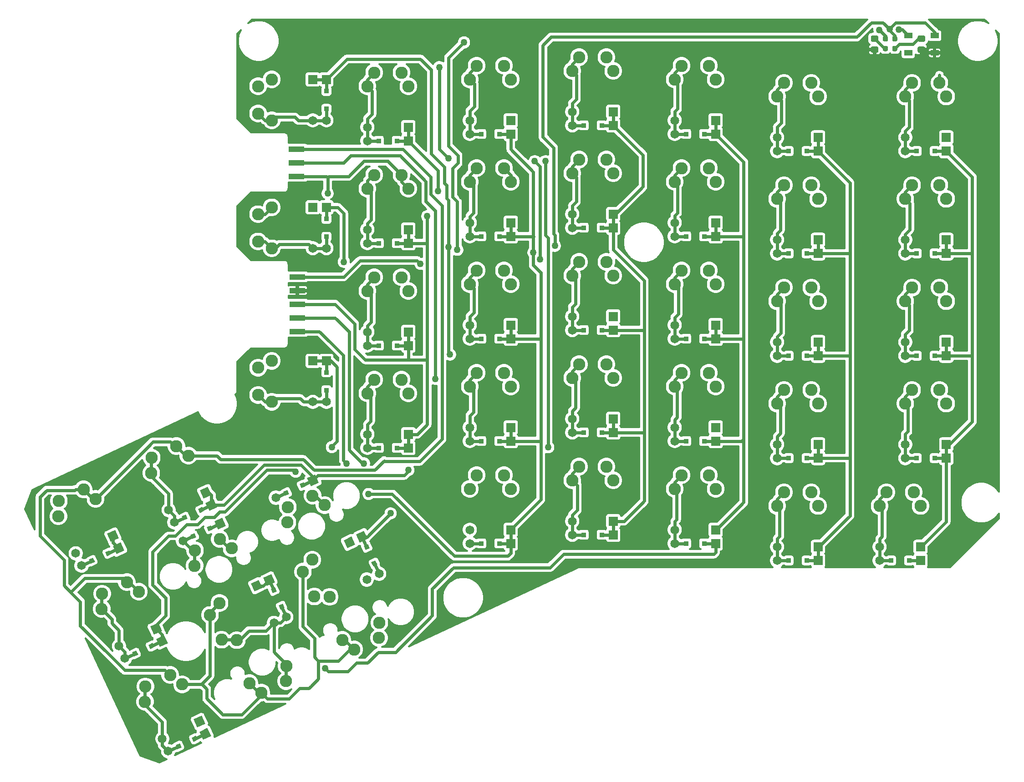
<source format=gbr>
%TF.GenerationSoftware,KiCad,Pcbnew,5.1.9*%
%TF.CreationDate,2021-04-18T19:33:56+02:00*%
%TF.ProjectId,protoMxCog,70726f74-6f4d-4784-936f-672e6b696361,rev?*%
%TF.SameCoordinates,Original*%
%TF.FileFunction,Copper,L1,Top*%
%TF.FilePolarity,Positive*%
%FSLAX46Y46*%
G04 Gerber Fmt 4.6, Leading zero omitted, Abs format (unit mm)*
G04 Created by KiCad (PCBNEW 5.1.9) date 2021-04-18 19:33:56*
%MOMM*%
%LPD*%
G01*
G04 APERTURE LIST*
%TA.AperFunction,EtchedComponent*%
%ADD10C,0.609600*%
%TD*%
%TA.AperFunction,SMDPad,CuDef*%
%ADD11R,3.000000X1.000000*%
%TD*%
%TA.AperFunction,ComponentPad*%
%ADD12C,2.286000*%
%TD*%
%TA.AperFunction,ComponentPad*%
%ADD13C,3.987800*%
%TD*%
%TA.AperFunction,ComponentPad*%
%ADD14C,1.701800*%
%TD*%
%TA.AperFunction,ComponentPad*%
%ADD15C,1.651000*%
%TD*%
%TA.AperFunction,ComponentPad*%
%ADD16C,0.150000*%
%TD*%
%TA.AperFunction,SMDPad,CuDef*%
%ADD17C,0.150000*%
%TD*%
%TA.AperFunction,SMDPad,CuDef*%
%ADD18R,1.500000X1.000000*%
%TD*%
%TA.AperFunction,ComponentPad*%
%ADD19R,1.651000X1.651000*%
%TD*%
%TA.AperFunction,SMDPad,CuDef*%
%ADD20R,0.838200X0.838200*%
%TD*%
%TA.AperFunction,ViaPad*%
%ADD21C,1.270000*%
%TD*%
%TA.AperFunction,Conductor*%
%ADD22C,0.609600*%
%TD*%
%TA.AperFunction,Conductor*%
%ADD23C,0.600000*%
%TD*%
%TA.AperFunction,Conductor*%
%ADD24C,0.304800*%
%TD*%
%TA.AperFunction,Conductor*%
%ADD25C,0.150000*%
%TD*%
G04 APERTURE END LIST*
D10*
%TO.C,SW0:11*%
X70241435Y-156389105D02*
X69334370Y-154443896D01*
X72554721Y-161349962D02*
X71647655Y-159404753D01*
%TO.C,SW0:10*%
X87505815Y-148337305D02*
X86598750Y-146392096D01*
X89819101Y-153298162D02*
X88912035Y-151352953D01*
%TO.C,SW5:13*%
X193116200Y-74625200D02*
X195262500Y-74625200D01*
X187642500Y-74625200D02*
X189788800Y-74625200D01*
%TO.C,SW5:12*%
X169303700Y-74625200D02*
X171450000Y-74625200D01*
X163830000Y-74625200D02*
X165976300Y-74625200D01*
%TO.C,SW5:11*%
X150253700Y-71447660D02*
X152400000Y-71447660D01*
X144780000Y-71447660D02*
X146926300Y-71447660D01*
%TO.C,SW5:10*%
X131203700Y-69850000D02*
X133350000Y-69850000D01*
X125730000Y-69850000D02*
X127876300Y-69850000D01*
%TO.C,SW5:9*%
X112153700Y-71447660D02*
X114300000Y-71447660D01*
X106680000Y-71447660D02*
X108826300Y-71447660D01*
%TO.C,SW5:8*%
X93103700Y-72720200D02*
X95250000Y-72720200D01*
X87630000Y-72720200D02*
X89776300Y-72720200D01*
%TO.C,SW5:7*%
X80010000Y-63436500D02*
X80010000Y-61290200D01*
X80010000Y-68910200D02*
X80010000Y-66763900D01*
%TO.C,SW4:13*%
X193116200Y-93672660D02*
X195262500Y-93672660D01*
X187642500Y-93672660D02*
X189788800Y-93672660D01*
%TO.C,SW4:12*%
X169303700Y-93672660D02*
X171450000Y-93672660D01*
X163830000Y-93672660D02*
X165976300Y-93672660D01*
%TO.C,SW4:11*%
X150253700Y-90497660D02*
X152400000Y-90497660D01*
X144780000Y-90497660D02*
X146926300Y-90497660D01*
%TO.C,SW4:10*%
X131203700Y-88900000D02*
X133350000Y-88900000D01*
X125730000Y-88900000D02*
X127876300Y-88900000D01*
%TO.C,SW4:9*%
X112153700Y-90497660D02*
X114300000Y-90497660D01*
X106680000Y-90497660D02*
X108826300Y-90497660D01*
%TO.C,SW4:8*%
X93103700Y-91767660D02*
X95250000Y-91767660D01*
X87630000Y-91767660D02*
X89776300Y-91767660D01*
%TO.C,SW4:7*%
X80010000Y-87246460D02*
X80010000Y-85100160D01*
X80010000Y-92720160D02*
X80010000Y-90573860D01*
%TO.C,SW3:13*%
X193116200Y-112722660D02*
X195262500Y-112722660D01*
X187642500Y-112722660D02*
X189788800Y-112722660D01*
%TO.C,SW3:12*%
X169303700Y-112722660D02*
X171450000Y-112722660D01*
X163830000Y-112722660D02*
X165976300Y-112722660D01*
%TO.C,SW3:11*%
X150253700Y-109547660D02*
X152400000Y-109547660D01*
X144780000Y-109547660D02*
X146926300Y-109547660D01*
%TO.C,SW3:10*%
X131203700Y-107950000D02*
X133350000Y-107950000D01*
X125730000Y-107950000D02*
X127876300Y-107950000D01*
%TO.C,SW3:9*%
X112153700Y-109547660D02*
X114300000Y-109547660D01*
X106680000Y-109547660D02*
X108826300Y-109547660D01*
%TO.C,SW3:8*%
X93103700Y-110817660D02*
X95250000Y-110817660D01*
X87630000Y-110817660D02*
X89776300Y-110817660D01*
%TO.C,SW2:13*%
X193116200Y-131772660D02*
X195262500Y-131772660D01*
X187642500Y-131772660D02*
X189788800Y-131772660D01*
%TO.C,SW2:12*%
X169303700Y-131772660D02*
X171450000Y-131772660D01*
X163830000Y-131772660D02*
X165976300Y-131772660D01*
%TO.C,SW2:11*%
X150253700Y-128597660D02*
X152400000Y-128597660D01*
X144780000Y-128597660D02*
X146926300Y-128597660D01*
%TO.C,SW2:10*%
X131203700Y-127000000D02*
X133350000Y-127000000D01*
X125730000Y-127000000D02*
X127876300Y-127000000D01*
%TO.C,SW2:9*%
X112153700Y-128597660D02*
X114300000Y-128597660D01*
X106680000Y-128597660D02*
X108826300Y-128597660D01*
%TO.C,SW2:8*%
X93103700Y-129867660D02*
X95250000Y-129867660D01*
X87630000Y-129867660D02*
X89776300Y-129867660D01*
%TO.C,SW2:7*%
X80010000Y-115821460D02*
X80010000Y-113675160D01*
X80010000Y-121295160D02*
X80010000Y-119148860D01*
%TO.C,SW1:13*%
X188353700Y-150822660D02*
X190500000Y-150822660D01*
X182880000Y-150822660D02*
X185026300Y-150822660D01*
%TO.C,SW1:12*%
X169303700Y-150822660D02*
X171450000Y-150822660D01*
X163830000Y-150822660D02*
X165976300Y-150822660D01*
%TO.C,SW1:11*%
X150253700Y-147647660D02*
X152400000Y-147647660D01*
X144780000Y-147647660D02*
X146926300Y-147647660D01*
%TO.C,SW1:10*%
X131203700Y-146050000D02*
X133350000Y-146050000D01*
X125730000Y-146050000D02*
X127876300Y-146050000D01*
%TO.C,SW1:9*%
X112153700Y-147647660D02*
X114300000Y-147647660D01*
X106680000Y-147647660D02*
X108826300Y-147647660D01*
%TO.C,SW0:12*%
X55528175Y-184002955D02*
X57473384Y-183095890D01*
X50567318Y-186316241D02*
X52512527Y-185409175D01*
%TO.C,SW0:9*%
X47476375Y-166736035D02*
X49421584Y-165828970D01*
X42515518Y-169049321D02*
X44460727Y-168142255D01*
%TO.C,SW0:8*%
X56691495Y-141422395D02*
X58636704Y-140515330D01*
X51730638Y-143735681D02*
X53675847Y-142828615D01*
%TO.C,SW0:7*%
X39427115Y-149471655D02*
X41372324Y-148564590D01*
X34466258Y-151784941D02*
X36411467Y-150877875D01*
%TO.C,D1:8*%
X70605747Y-139135936D02*
X72550956Y-138228870D01*
X75566604Y-136822650D02*
X77511813Y-135915584D01*
%TO.C,D1:7*%
X53341367Y-147187736D02*
X55286576Y-146280670D01*
X58302224Y-144874450D02*
X60247433Y-143967384D01*
%TD*%
D11*
%TO.P,J2,9*%
%TO.N,/COL1*%
X74611000Y-108190000D03*
%TO.P,J2,7*%
%TO.N,/COL10*%
X74611000Y-105650000D03*
%TO.P,J2,5*%
%TO.N,/COL5*%
X74611000Y-103110000D03*
%TO.P,J2,3*%
%TO.N,GND*%
X74611000Y-100570000D03*
%TO.P,J2,1*%
%TO.N,VCC*%
X74611000Y-98030000D03*
%TD*%
%TO.P,J1,1*%
%TO.N,/ROW0*%
X74470000Y-74250000D03*
%TO.P,J1,3*%
%TO.N,/ROW2*%
X74470000Y-76790000D03*
%TO.P,J1,5*%
%TO.N,/ROW4*%
X74470000Y-79330000D03*
%TD*%
D12*
%TO.P,SX0:11,2*%
%TO.N,Net-(SW0:11-Pad2)*%
X72513303Y-173278793D03*
%TO.P,SX0:11,1*%
%TO.N,/ROW0*%
X65684798Y-173660397D03*
%TO.P,SX0:11,2*%
%TO.N,Net-(SW0:11-Pad2)*%
X72590863Y-170440046D03*
%TO.P,SX0:11,1*%
%TO.N,/ROW0*%
X67909259Y-175425694D03*
%TD*%
%TO.P,SX0:10,2*%
%TO.N,Net-(SW0:10-Pad2)*%
X89780223Y-165229533D03*
%TO.P,SX0:10,1*%
%TO.N,/ROW0*%
X82951718Y-165611137D03*
%TO.P,SX0:10,2*%
%TO.N,Net-(SW0:10-Pad2)*%
X89857783Y-162390786D03*
%TO.P,SX0:10,1*%
%TO.N,/ROW0*%
X85176179Y-167376434D03*
%TD*%
%TO.P,SX1:8,2*%
%TO.N,Net-(D1:8-Pad1)*%
X72830577Y-140901427D03*
%TO.P,SX1:8,1*%
%TO.N,/ROW1*%
X79659082Y-140519823D03*
%TO.P,SX1:8,2*%
%TO.N,Net-(D1:8-Pad1)*%
X72753017Y-143740174D03*
%TO.P,SX1:8,1*%
%TO.N,/ROW1*%
X77434621Y-138754526D03*
%TD*%
%TO.P,SX1:7,2*%
%TO.N,Net-(D1:7-Pad1)*%
X55566197Y-148953227D03*
%TO.P,SX1:7,1*%
%TO.N,/ROW1*%
X62394702Y-148571623D03*
%TO.P,SX1:7,2*%
%TO.N,Net-(D1:7-Pad1)*%
X55488637Y-151791974D03*
%TO.P,SX1:7,1*%
%TO.N,/ROW1*%
X60170241Y-146806326D03*
%TD*%
%TO.P,SW0:11,1*%
%TO.N,/ROW0*%
X58360986Y-160962159D03*
%TO.P,SW0:11,2*%
%TO.N,Net-(SW0:11-Pad2)*%
X63346634Y-165643763D03*
D13*
%TO.P,SW0:11,0*%
%TO.N,GND*%
X64038480Y-161117280D03*
D14*
X66185381Y-165721324D03*
X61891579Y-156513236D03*
D12*
%TO.P,SW0:11,1*%
%TO.N,/ROW0*%
X60126283Y-158737698D03*
%TO.P,SW0:11,2*%
%TO.N,Net-(SW0:11-Pad2)*%
X60507887Y-165566203D03*
D15*
%TO.P,SW0:11,3*%
X70252699Y-162423412D03*
%TA.AperFunction,ComponentPad*%
D16*
%TO.P,SW0:11,4*%
%TO.N,/COL11*%
G36*
X68129376Y-155916633D02*
G01*
X66633062Y-156614375D01*
X65935320Y-155118061D01*
X67431634Y-154420319D01*
X68129376Y-155916633D01*
G37*
%TD.AperFunction*%
D15*
%TO.P,SW0:11,3*%
%TO.N,Net-(SW0:11-Pad2)*%
X72554721Y-161349962D03*
%TA.AperFunction,ComponentPad*%
D16*
%TO.P,SW0:11,4*%
%TO.N,/COL11*%
G36*
X70431398Y-154843182D02*
G01*
X68935084Y-155540924D01*
X68237342Y-154044610D01*
X69733656Y-153346868D01*
X70431398Y-154843182D01*
G37*
%TD.AperFunction*%
%TA.AperFunction,SMDPad,CuDef*%
D17*
%TO.P,SW0:11,99*%
%TO.N,N/C*%
G36*
X72204608Y-159607467D02*
G01*
X71444941Y-159961706D01*
X71090702Y-159202039D01*
X71850369Y-158847800D01*
X72204608Y-159607467D01*
G37*
%TD.AperFunction*%
%TA.AperFunction,SMDPad,CuDef*%
G36*
X70798388Y-156591819D02*
G01*
X70038721Y-156946058D01*
X69684482Y-156186391D01*
X70444149Y-155832152D01*
X70798388Y-156591819D01*
G37*
%TD.AperFunction*%
%TD*%
D12*
%TO.P,SW0:10,1*%
%TO.N,/ROW0*%
X75625366Y-152910359D03*
%TO.P,SW0:10,2*%
%TO.N,Net-(SW0:10-Pad2)*%
X80611014Y-157591963D03*
D13*
%TO.P,SW0:10,0*%
%TO.N,GND*%
X81302860Y-153065480D03*
D14*
X83449761Y-157669524D03*
X79155959Y-148461436D03*
D12*
%TO.P,SW0:10,1*%
%TO.N,/ROW0*%
X77390663Y-150685898D03*
%TO.P,SW0:10,2*%
%TO.N,Net-(SW0:10-Pad2)*%
X77772267Y-157514403D03*
D15*
%TO.P,SW0:10,3*%
X87517079Y-154371612D03*
%TA.AperFunction,ComponentPad*%
D16*
%TO.P,SW0:10,4*%
%TO.N,/COL10*%
G36*
X85393756Y-147864833D02*
G01*
X83897442Y-148562575D01*
X83199700Y-147066261D01*
X84696014Y-146368519D01*
X85393756Y-147864833D01*
G37*
%TD.AperFunction*%
D15*
%TO.P,SW0:10,3*%
%TO.N,Net-(SW0:10-Pad2)*%
X89819101Y-153298162D03*
%TA.AperFunction,ComponentPad*%
D16*
%TO.P,SW0:10,4*%
%TO.N,/COL10*%
G36*
X87695778Y-146791382D02*
G01*
X86199464Y-147489124D01*
X85501722Y-145992810D01*
X86998036Y-145295068D01*
X87695778Y-146791382D01*
G37*
%TD.AperFunction*%
%TA.AperFunction,SMDPad,CuDef*%
D17*
%TO.P,SW0:10,99*%
%TO.N,N/C*%
G36*
X89468988Y-151555667D02*
G01*
X88709321Y-151909906D01*
X88355082Y-151150239D01*
X89114749Y-150796000D01*
X89468988Y-151555667D01*
G37*
%TD.AperFunction*%
%TA.AperFunction,SMDPad,CuDef*%
G36*
X88062768Y-148540019D02*
G01*
X87303101Y-148894258D01*
X86948862Y-148134591D01*
X87708529Y-147780352D01*
X88062768Y-148540019D01*
G37*
%TD.AperFunction*%
%TD*%
D18*
%TO.P,D1,1*%
%TO.N,VCC*%
X188200000Y-53150000D03*
%TO.P,D1,2*%
%TO.N,N/C*%
X188200000Y-56350000D03*
%TO.P,D1,4*%
%TO.N,/LED_GPIO*%
X193100000Y-53150000D03*
%TO.P,D1,3*%
%TO.N,GND*%
X193100000Y-56350000D03*
%TD*%
%TO.P,R1,2*%
%TO.N,Net-(D2-Pad1)*%
%TA.AperFunction,SMDPad,CuDef*%
G36*
G01*
X183712500Y-55062500D02*
X184187500Y-55062500D01*
G75*
G02*
X184425000Y-55300000I0J-237500D01*
G01*
X184425000Y-55800000D01*
G75*
G02*
X184187500Y-56037500I-237500J0D01*
G01*
X183712500Y-56037500D01*
G75*
G02*
X183475000Y-55800000I0J237500D01*
G01*
X183475000Y-55300000D01*
G75*
G02*
X183712500Y-55062500I237500J0D01*
G01*
G37*
%TD.AperFunction*%
%TO.P,R1,1*%
%TO.N,VCC*%
%TA.AperFunction,SMDPad,CuDef*%
G36*
G01*
X183712500Y-53237500D02*
X184187500Y-53237500D01*
G75*
G02*
X184425000Y-53475000I0J-237500D01*
G01*
X184425000Y-53975000D01*
G75*
G02*
X184187500Y-54212500I-237500J0D01*
G01*
X183712500Y-54212500D01*
G75*
G02*
X183475000Y-53975000I0J237500D01*
G01*
X183475000Y-53475000D01*
G75*
G02*
X183712500Y-53237500I237500J0D01*
G01*
G37*
%TD.AperFunction*%
%TD*%
%TO.P,D2,2*%
%TO.N,GND*%
%TA.AperFunction,SMDPad,CuDef*%
G36*
G01*
X181499999Y-55175000D02*
X182400001Y-55175000D01*
G75*
G02*
X182650000Y-55424999I0J-249999D01*
G01*
X182650000Y-56075001D01*
G75*
G02*
X182400001Y-56325000I-249999J0D01*
G01*
X181499999Y-56325000D01*
G75*
G02*
X181250000Y-56075001I0J249999D01*
G01*
X181250000Y-55424999D01*
G75*
G02*
X181499999Y-55175000I249999J0D01*
G01*
G37*
%TD.AperFunction*%
%TO.P,D2,1*%
%TO.N,Net-(D2-Pad1)*%
%TA.AperFunction,SMDPad,CuDef*%
G36*
G01*
X181499999Y-53125000D02*
X182400001Y-53125000D01*
G75*
G02*
X182650000Y-53374999I0J-249999D01*
G01*
X182650000Y-54025001D01*
G75*
G02*
X182400001Y-54275000I-249999J0D01*
G01*
X181499999Y-54275000D01*
G75*
G02*
X181250000Y-54025001I0J249999D01*
G01*
X181250000Y-53374999D01*
G75*
G02*
X181499999Y-53125000I249999J0D01*
G01*
G37*
%TD.AperFunction*%
%TD*%
D12*
%TO.P,SW5:13,1*%
%TO.N,/ROW5*%
X193992500Y-61925200D03*
%TO.P,SW5:13,2*%
%TO.N,Net-(SW5:13-Pad2)*%
X187642500Y-64465200D03*
D13*
%TO.P,SW5:13,0*%
%TO.N,GND*%
X191452500Y-67005200D03*
D14*
X186372500Y-67005200D03*
X196532500Y-67005200D03*
D12*
%TO.P,SW5:13,1*%
%TO.N,/ROW5*%
X195262500Y-64465200D03*
%TO.P,SW5:13,2*%
%TO.N,Net-(SW5:13-Pad2)*%
X188912500Y-61925200D03*
D15*
%TO.P,SW5:13,3*%
X187642500Y-72085200D03*
D19*
%TO.P,SW5:13,4*%
%TO.N,/COL0*%
X195262500Y-72085200D03*
D15*
%TO.P,SW5:13,3*%
%TO.N,Net-(SW5:13-Pad2)*%
X187642500Y-74625200D03*
D19*
%TO.P,SW5:13,4*%
%TO.N,/COL0*%
X195262500Y-74625200D03*
D20*
%TO.P,SW5:13,99*%
%TO.N,N/C*%
X189788800Y-74625200D03*
X193116200Y-74625200D03*
%TD*%
D12*
%TO.P,SW5:12,1*%
%TO.N,/ROW5*%
X170180000Y-61925200D03*
%TO.P,SW5:12,2*%
%TO.N,Net-(SW5:12-Pad2)*%
X163830000Y-64465200D03*
D13*
%TO.P,SW5:12,0*%
%TO.N,GND*%
X167640000Y-67005200D03*
D14*
X162560000Y-67005200D03*
X172720000Y-67005200D03*
D12*
%TO.P,SW5:12,1*%
%TO.N,/ROW5*%
X171450000Y-64465200D03*
%TO.P,SW5:12,2*%
%TO.N,Net-(SW5:12-Pad2)*%
X165100000Y-61925200D03*
D15*
%TO.P,SW5:12,3*%
X163830000Y-72085200D03*
D19*
%TO.P,SW5:12,4*%
%TO.N,/COL1*%
X171450000Y-72085200D03*
D15*
%TO.P,SW5:12,3*%
%TO.N,Net-(SW5:12-Pad2)*%
X163830000Y-74625200D03*
D19*
%TO.P,SW5:12,4*%
%TO.N,/COL1*%
X171450000Y-74625200D03*
D20*
%TO.P,SW5:12,99*%
%TO.N,N/C*%
X165976300Y-74625200D03*
X169303700Y-74625200D03*
%TD*%
D12*
%TO.P,SW5:11,1*%
%TO.N,/ROW5*%
X151130000Y-58747660D03*
%TO.P,SW5:11,2*%
%TO.N,Net-(SW5:11-Pad2)*%
X144780000Y-61287660D03*
D13*
%TO.P,SW5:11,0*%
%TO.N,GND*%
X148590000Y-63827660D03*
D14*
X143510000Y-63827660D03*
X153670000Y-63827660D03*
D12*
%TO.P,SW5:11,1*%
%TO.N,/ROW5*%
X152400000Y-61287660D03*
%TO.P,SW5:11,2*%
%TO.N,Net-(SW5:11-Pad2)*%
X146050000Y-58747660D03*
D15*
%TO.P,SW5:11,3*%
X144780000Y-68907660D03*
D19*
%TO.P,SW5:11,4*%
%TO.N,/COL11*%
X152400000Y-68907660D03*
D15*
%TO.P,SW5:11,3*%
%TO.N,Net-(SW5:11-Pad2)*%
X144780000Y-71447660D03*
D19*
%TO.P,SW5:11,4*%
%TO.N,/COL11*%
X152400000Y-71447660D03*
D20*
%TO.P,SW5:11,99*%
%TO.N,N/C*%
X146926300Y-71447660D03*
X150253700Y-71447660D03*
%TD*%
D12*
%TO.P,SW5:10,1*%
%TO.N,/ROW5*%
X132080000Y-57150000D03*
%TO.P,SW5:10,2*%
%TO.N,Net-(SW5:10-Pad2)*%
X125730000Y-59690000D03*
D13*
%TO.P,SW5:10,0*%
%TO.N,GND*%
X129540000Y-62230000D03*
D14*
X124460000Y-62230000D03*
X134620000Y-62230000D03*
D12*
%TO.P,SW5:10,1*%
%TO.N,/ROW5*%
X133350000Y-59690000D03*
%TO.P,SW5:10,2*%
%TO.N,Net-(SW5:10-Pad2)*%
X127000000Y-57150000D03*
D15*
%TO.P,SW5:10,3*%
X125730000Y-67310000D03*
D19*
%TO.P,SW5:10,4*%
%TO.N,/COL10*%
X133350000Y-67310000D03*
D15*
%TO.P,SW5:10,3*%
%TO.N,Net-(SW5:10-Pad2)*%
X125730000Y-69850000D03*
D19*
%TO.P,SW5:10,4*%
%TO.N,/COL10*%
X133350000Y-69850000D03*
D20*
%TO.P,SW5:10,99*%
%TO.N,N/C*%
X127876300Y-69850000D03*
X131203700Y-69850000D03*
%TD*%
D12*
%TO.P,SW5:9,1*%
%TO.N,/ROW5*%
X113030000Y-58747660D03*
%TO.P,SW5:9,2*%
%TO.N,Net-(SW5:9-Pad2)*%
X106680000Y-61287660D03*
D13*
%TO.P,SW5:9,0*%
%TO.N,GND*%
X110490000Y-63827660D03*
D14*
X105410000Y-63827660D03*
X115570000Y-63827660D03*
D12*
%TO.P,SW5:9,1*%
%TO.N,/ROW5*%
X114300000Y-61287660D03*
%TO.P,SW5:9,2*%
%TO.N,Net-(SW5:9-Pad2)*%
X107950000Y-58747660D03*
D15*
%TO.P,SW5:9,3*%
X106680000Y-68907660D03*
D19*
%TO.P,SW5:9,4*%
%TO.N,/COL4*%
X114300000Y-68907660D03*
D15*
%TO.P,SW5:9,3*%
%TO.N,Net-(SW5:9-Pad2)*%
X106680000Y-71447660D03*
D19*
%TO.P,SW5:9,4*%
%TO.N,/COL4*%
X114300000Y-71447660D03*
D20*
%TO.P,SW5:9,99*%
%TO.N,N/C*%
X108826300Y-71447660D03*
X112153700Y-71447660D03*
%TD*%
D12*
%TO.P,SW5:8,1*%
%TO.N,/ROW5*%
X93980000Y-60020200D03*
%TO.P,SW5:8,2*%
%TO.N,Net-(SW5:8-Pad2)*%
X87630000Y-62560200D03*
D13*
%TO.P,SW5:8,0*%
%TO.N,GND*%
X91440000Y-65100200D03*
D14*
X86360000Y-65100200D03*
X96520000Y-65100200D03*
D12*
%TO.P,SW5:8,1*%
%TO.N,/ROW5*%
X95250000Y-62560200D03*
%TO.P,SW5:8,2*%
%TO.N,Net-(SW5:8-Pad2)*%
X88900000Y-60020200D03*
D15*
%TO.P,SW5:8,3*%
X87630000Y-70180200D03*
D19*
%TO.P,SW5:8,4*%
%TO.N,/COL5*%
X95250000Y-70180200D03*
D15*
%TO.P,SW5:8,3*%
%TO.N,Net-(SW5:8-Pad2)*%
X87630000Y-72720200D03*
D19*
%TO.P,SW5:8,4*%
%TO.N,/COL5*%
X95250000Y-72720200D03*
D20*
%TO.P,SW5:8,99*%
%TO.N,N/C*%
X89776300Y-72720200D03*
X93103700Y-72720200D03*
%TD*%
D12*
%TO.P,SW5:7,1*%
%TO.N,/ROW5*%
X67310000Y-62560200D03*
%TO.P,SW5:7,2*%
%TO.N,Net-(SW5:7-Pad2)*%
X69850000Y-68910200D03*
D13*
%TO.P,SW5:7,0*%
%TO.N,GND*%
X72390000Y-65100200D03*
D14*
X72390000Y-70180200D03*
X72390000Y-60020200D03*
D12*
%TO.P,SW5:7,1*%
%TO.N,/ROW5*%
X69850000Y-61290200D03*
%TO.P,SW5:7,2*%
%TO.N,Net-(SW5:7-Pad2)*%
X67310000Y-67640200D03*
D15*
%TO.P,SW5:7,3*%
X77470000Y-68910200D03*
D19*
%TO.P,SW5:7,4*%
%TO.N,/COL6*%
X77470000Y-61290200D03*
D15*
%TO.P,SW5:7,3*%
%TO.N,Net-(SW5:7-Pad2)*%
X80010000Y-68910200D03*
D19*
%TO.P,SW5:7,4*%
%TO.N,/COL6*%
X80010000Y-61290200D03*
D20*
%TO.P,SW5:7,99*%
%TO.N,N/C*%
X80010000Y-66763900D03*
X80010000Y-63436500D03*
%TD*%
D12*
%TO.P,SW4:13,1*%
%TO.N,/ROW4*%
X193992500Y-80972660D03*
%TO.P,SW4:13,2*%
%TO.N,Net-(SW4:13-Pad2)*%
X187642500Y-83512660D03*
D13*
%TO.P,SW4:13,0*%
%TO.N,GND*%
X191452500Y-86052660D03*
D14*
X186372500Y-86052660D03*
X196532500Y-86052660D03*
D12*
%TO.P,SW4:13,1*%
%TO.N,/ROW4*%
X195262500Y-83512660D03*
%TO.P,SW4:13,2*%
%TO.N,Net-(SW4:13-Pad2)*%
X188912500Y-80972660D03*
D15*
%TO.P,SW4:13,3*%
X187642500Y-91132660D03*
D19*
%TO.P,SW4:13,4*%
%TO.N,/COL0*%
X195262500Y-91132660D03*
D15*
%TO.P,SW4:13,3*%
%TO.N,Net-(SW4:13-Pad2)*%
X187642500Y-93672660D03*
D19*
%TO.P,SW4:13,4*%
%TO.N,/COL0*%
X195262500Y-93672660D03*
D20*
%TO.P,SW4:13,99*%
%TO.N,N/C*%
X189788800Y-93672660D03*
X193116200Y-93672660D03*
%TD*%
D12*
%TO.P,SW4:12,1*%
%TO.N,/ROW4*%
X170180000Y-80972660D03*
%TO.P,SW4:12,2*%
%TO.N,Net-(SW4:12-Pad2)*%
X163830000Y-83512660D03*
D13*
%TO.P,SW4:12,0*%
%TO.N,GND*%
X167640000Y-86052660D03*
D14*
X162560000Y-86052660D03*
X172720000Y-86052660D03*
D12*
%TO.P,SW4:12,1*%
%TO.N,/ROW4*%
X171450000Y-83512660D03*
%TO.P,SW4:12,2*%
%TO.N,Net-(SW4:12-Pad2)*%
X165100000Y-80972660D03*
D15*
%TO.P,SW4:12,3*%
X163830000Y-91132660D03*
D19*
%TO.P,SW4:12,4*%
%TO.N,/COL1*%
X171450000Y-91132660D03*
D15*
%TO.P,SW4:12,3*%
%TO.N,Net-(SW4:12-Pad2)*%
X163830000Y-93672660D03*
D19*
%TO.P,SW4:12,4*%
%TO.N,/COL1*%
X171450000Y-93672660D03*
D20*
%TO.P,SW4:12,99*%
%TO.N,N/C*%
X165976300Y-93672660D03*
X169303700Y-93672660D03*
%TD*%
D12*
%TO.P,SW4:11,1*%
%TO.N,/ROW4*%
X151130000Y-77797660D03*
%TO.P,SW4:11,2*%
%TO.N,Net-(SW4:11-Pad2)*%
X144780000Y-80337660D03*
D13*
%TO.P,SW4:11,0*%
%TO.N,GND*%
X148590000Y-82877660D03*
D14*
X143510000Y-82877660D03*
X153670000Y-82877660D03*
D12*
%TO.P,SW4:11,1*%
%TO.N,/ROW4*%
X152400000Y-80337660D03*
%TO.P,SW4:11,2*%
%TO.N,Net-(SW4:11-Pad2)*%
X146050000Y-77797660D03*
D15*
%TO.P,SW4:11,3*%
X144780000Y-87957660D03*
D19*
%TO.P,SW4:11,4*%
%TO.N,/COL11*%
X152400000Y-87957660D03*
D15*
%TO.P,SW4:11,3*%
%TO.N,Net-(SW4:11-Pad2)*%
X144780000Y-90497660D03*
D19*
%TO.P,SW4:11,4*%
%TO.N,/COL11*%
X152400000Y-90497660D03*
D20*
%TO.P,SW4:11,99*%
%TO.N,N/C*%
X146926300Y-90497660D03*
X150253700Y-90497660D03*
%TD*%
D12*
%TO.P,SW4:10,1*%
%TO.N,/ROW4*%
X132080000Y-76200000D03*
%TO.P,SW4:10,2*%
%TO.N,Net-(SW4:10-Pad2)*%
X125730000Y-78740000D03*
D13*
%TO.P,SW4:10,0*%
%TO.N,GND*%
X129540000Y-81280000D03*
D14*
X124460000Y-81280000D03*
X134620000Y-81280000D03*
D12*
%TO.P,SW4:10,1*%
%TO.N,/ROW4*%
X133350000Y-78740000D03*
%TO.P,SW4:10,2*%
%TO.N,Net-(SW4:10-Pad2)*%
X127000000Y-76200000D03*
D15*
%TO.P,SW4:10,3*%
X125730000Y-86360000D03*
D19*
%TO.P,SW4:10,4*%
%TO.N,/COL10*%
X133350000Y-86360000D03*
D15*
%TO.P,SW4:10,3*%
%TO.N,Net-(SW4:10-Pad2)*%
X125730000Y-88900000D03*
D19*
%TO.P,SW4:10,4*%
%TO.N,/COL10*%
X133350000Y-88900000D03*
D20*
%TO.P,SW4:10,99*%
%TO.N,N/C*%
X127876300Y-88900000D03*
X131203700Y-88900000D03*
%TD*%
D12*
%TO.P,SW4:9,1*%
%TO.N,/ROW4*%
X113030000Y-77797660D03*
%TO.P,SW4:9,2*%
%TO.N,Net-(SW4:9-Pad2)*%
X106680000Y-80337660D03*
D13*
%TO.P,SW4:9,0*%
%TO.N,GND*%
X110490000Y-82877660D03*
D14*
X105410000Y-82877660D03*
X115570000Y-82877660D03*
D12*
%TO.P,SW4:9,1*%
%TO.N,/ROW4*%
X114300000Y-80337660D03*
%TO.P,SW4:9,2*%
%TO.N,Net-(SW4:9-Pad2)*%
X107950000Y-77797660D03*
D15*
%TO.P,SW4:9,3*%
X106680000Y-87957660D03*
D19*
%TO.P,SW4:9,4*%
%TO.N,/COL4*%
X114300000Y-87957660D03*
D15*
%TO.P,SW4:9,3*%
%TO.N,Net-(SW4:9-Pad2)*%
X106680000Y-90497660D03*
D19*
%TO.P,SW4:9,4*%
%TO.N,/COL4*%
X114300000Y-90497660D03*
D20*
%TO.P,SW4:9,99*%
%TO.N,N/C*%
X108826300Y-90497660D03*
X112153700Y-90497660D03*
%TD*%
D12*
%TO.P,SW4:8,1*%
%TO.N,/ROW4*%
X93980000Y-79067660D03*
%TO.P,SW4:8,2*%
%TO.N,Net-(SW4:8-Pad2)*%
X87630000Y-81607660D03*
D13*
%TO.P,SW4:8,0*%
%TO.N,GND*%
X91440000Y-84147660D03*
D14*
X86360000Y-84147660D03*
X96520000Y-84147660D03*
D12*
%TO.P,SW4:8,1*%
%TO.N,/ROW4*%
X95250000Y-81607660D03*
%TO.P,SW4:8,2*%
%TO.N,Net-(SW4:8-Pad2)*%
X88900000Y-79067660D03*
D15*
%TO.P,SW4:8,3*%
X87630000Y-89227660D03*
D19*
%TO.P,SW4:8,4*%
%TO.N,/COL5*%
X95250000Y-89227660D03*
D15*
%TO.P,SW4:8,3*%
%TO.N,Net-(SW4:8-Pad2)*%
X87630000Y-91767660D03*
D19*
%TO.P,SW4:8,4*%
%TO.N,/COL5*%
X95250000Y-91767660D03*
D20*
%TO.P,SW4:8,99*%
%TO.N,N/C*%
X89776300Y-91767660D03*
X93103700Y-91767660D03*
%TD*%
D12*
%TO.P,SW4:7,1*%
%TO.N,/ROW4*%
X67310000Y-86370160D03*
%TO.P,SW4:7,2*%
%TO.N,Net-(SW4:7-Pad2)*%
X69850000Y-92720160D03*
D13*
%TO.P,SW4:7,0*%
%TO.N,GND*%
X72390000Y-88910160D03*
D14*
X72390000Y-93990160D03*
X72390000Y-83830160D03*
D12*
%TO.P,SW4:7,1*%
%TO.N,/ROW4*%
X69850000Y-85100160D03*
%TO.P,SW4:7,2*%
%TO.N,Net-(SW4:7-Pad2)*%
X67310000Y-91450160D03*
D15*
%TO.P,SW4:7,3*%
X77470000Y-92720160D03*
D19*
%TO.P,SW4:7,4*%
%TO.N,/COL6*%
X77470000Y-85100160D03*
D15*
%TO.P,SW4:7,3*%
%TO.N,Net-(SW4:7-Pad2)*%
X80010000Y-92720160D03*
D19*
%TO.P,SW4:7,4*%
%TO.N,/COL6*%
X80010000Y-85100160D03*
D20*
%TO.P,SW4:7,99*%
%TO.N,N/C*%
X80010000Y-90573860D03*
X80010000Y-87246460D03*
%TD*%
D12*
%TO.P,SW3:13,1*%
%TO.N,/ROW3*%
X193992500Y-100022660D03*
%TO.P,SW3:13,2*%
%TO.N,Net-(SW3:13-Pad2)*%
X187642500Y-102562660D03*
D13*
%TO.P,SW3:13,0*%
%TO.N,GND*%
X191452500Y-105102660D03*
D14*
X186372500Y-105102660D03*
X196532500Y-105102660D03*
D12*
%TO.P,SW3:13,1*%
%TO.N,/ROW3*%
X195262500Y-102562660D03*
%TO.P,SW3:13,2*%
%TO.N,Net-(SW3:13-Pad2)*%
X188912500Y-100022660D03*
D15*
%TO.P,SW3:13,3*%
X187642500Y-110182660D03*
D19*
%TO.P,SW3:13,4*%
%TO.N,/COL0*%
X195262500Y-110182660D03*
D15*
%TO.P,SW3:13,3*%
%TO.N,Net-(SW3:13-Pad2)*%
X187642500Y-112722660D03*
D19*
%TO.P,SW3:13,4*%
%TO.N,/COL0*%
X195262500Y-112722660D03*
D20*
%TO.P,SW3:13,99*%
%TO.N,N/C*%
X189788800Y-112722660D03*
X193116200Y-112722660D03*
%TD*%
D12*
%TO.P,SW3:12,1*%
%TO.N,/ROW3*%
X170180000Y-100022660D03*
%TO.P,SW3:12,2*%
%TO.N,Net-(SW3:12-Pad2)*%
X163830000Y-102562660D03*
D13*
%TO.P,SW3:12,0*%
%TO.N,GND*%
X167640000Y-105102660D03*
D14*
X162560000Y-105102660D03*
X172720000Y-105102660D03*
D12*
%TO.P,SW3:12,1*%
%TO.N,/ROW3*%
X171450000Y-102562660D03*
%TO.P,SW3:12,2*%
%TO.N,Net-(SW3:12-Pad2)*%
X165100000Y-100022660D03*
D15*
%TO.P,SW3:12,3*%
X163830000Y-110182660D03*
D19*
%TO.P,SW3:12,4*%
%TO.N,/COL1*%
X171450000Y-110182660D03*
D15*
%TO.P,SW3:12,3*%
%TO.N,Net-(SW3:12-Pad2)*%
X163830000Y-112722660D03*
D19*
%TO.P,SW3:12,4*%
%TO.N,/COL1*%
X171450000Y-112722660D03*
D20*
%TO.P,SW3:12,99*%
%TO.N,N/C*%
X165976300Y-112722660D03*
X169303700Y-112722660D03*
%TD*%
D12*
%TO.P,SW3:11,1*%
%TO.N,/ROW3*%
X151130000Y-96847660D03*
%TO.P,SW3:11,2*%
%TO.N,Net-(SW3:11-Pad2)*%
X144780000Y-99387660D03*
D13*
%TO.P,SW3:11,0*%
%TO.N,GND*%
X148590000Y-101927660D03*
D14*
X143510000Y-101927660D03*
X153670000Y-101927660D03*
D12*
%TO.P,SW3:11,1*%
%TO.N,/ROW3*%
X152400000Y-99387660D03*
%TO.P,SW3:11,2*%
%TO.N,Net-(SW3:11-Pad2)*%
X146050000Y-96847660D03*
D15*
%TO.P,SW3:11,3*%
X144780000Y-107007660D03*
D19*
%TO.P,SW3:11,4*%
%TO.N,/COL11*%
X152400000Y-107007660D03*
D15*
%TO.P,SW3:11,3*%
%TO.N,Net-(SW3:11-Pad2)*%
X144780000Y-109547660D03*
D19*
%TO.P,SW3:11,4*%
%TO.N,/COL11*%
X152400000Y-109547660D03*
D20*
%TO.P,SW3:11,99*%
%TO.N,N/C*%
X146926300Y-109547660D03*
X150253700Y-109547660D03*
%TD*%
D12*
%TO.P,SW3:10,1*%
%TO.N,/ROW3*%
X132080000Y-95250000D03*
%TO.P,SW3:10,2*%
%TO.N,Net-(SW3:10-Pad2)*%
X125730000Y-97790000D03*
D13*
%TO.P,SW3:10,0*%
%TO.N,GND*%
X129540000Y-100330000D03*
D14*
X124460000Y-100330000D03*
X134620000Y-100330000D03*
D12*
%TO.P,SW3:10,1*%
%TO.N,/ROW3*%
X133350000Y-97790000D03*
%TO.P,SW3:10,2*%
%TO.N,Net-(SW3:10-Pad2)*%
X127000000Y-95250000D03*
D15*
%TO.P,SW3:10,3*%
X125730000Y-105410000D03*
D19*
%TO.P,SW3:10,4*%
%TO.N,/COL10*%
X133350000Y-105410000D03*
D15*
%TO.P,SW3:10,3*%
%TO.N,Net-(SW3:10-Pad2)*%
X125730000Y-107950000D03*
D19*
%TO.P,SW3:10,4*%
%TO.N,/COL10*%
X133350000Y-107950000D03*
D20*
%TO.P,SW3:10,99*%
%TO.N,N/C*%
X127876300Y-107950000D03*
X131203700Y-107950000D03*
%TD*%
D12*
%TO.P,SW3:9,1*%
%TO.N,/ROW3*%
X113030000Y-96847660D03*
%TO.P,SW3:9,2*%
%TO.N,Net-(SW3:9-Pad2)*%
X106680000Y-99387660D03*
D13*
%TO.P,SW3:9,0*%
%TO.N,GND*%
X110490000Y-101927660D03*
D14*
X105410000Y-101927660D03*
X115570000Y-101927660D03*
D12*
%TO.P,SW3:9,1*%
%TO.N,/ROW3*%
X114300000Y-99387660D03*
%TO.P,SW3:9,2*%
%TO.N,Net-(SW3:9-Pad2)*%
X107950000Y-96847660D03*
D15*
%TO.P,SW3:9,3*%
X106680000Y-107007660D03*
D19*
%TO.P,SW3:9,4*%
%TO.N,/COL4*%
X114300000Y-107007660D03*
D15*
%TO.P,SW3:9,3*%
%TO.N,Net-(SW3:9-Pad2)*%
X106680000Y-109547660D03*
D19*
%TO.P,SW3:9,4*%
%TO.N,/COL4*%
X114300000Y-109547660D03*
D20*
%TO.P,SW3:9,99*%
%TO.N,N/C*%
X108826300Y-109547660D03*
X112153700Y-109547660D03*
%TD*%
D12*
%TO.P,SW3:8,1*%
%TO.N,/ROW3*%
X93980000Y-98117660D03*
%TO.P,SW3:8,2*%
%TO.N,Net-(SW3:8-Pad2)*%
X87630000Y-100657660D03*
D13*
%TO.P,SW3:8,0*%
%TO.N,GND*%
X91440000Y-103197660D03*
D14*
X86360000Y-103197660D03*
X96520000Y-103197660D03*
D12*
%TO.P,SW3:8,1*%
%TO.N,/ROW3*%
X95250000Y-100657660D03*
%TO.P,SW3:8,2*%
%TO.N,Net-(SW3:8-Pad2)*%
X88900000Y-98117660D03*
D15*
%TO.P,SW3:8,3*%
X87630000Y-108277660D03*
D19*
%TO.P,SW3:8,4*%
%TO.N,/COL5*%
X95250000Y-108277660D03*
D15*
%TO.P,SW3:8,3*%
%TO.N,Net-(SW3:8-Pad2)*%
X87630000Y-110817660D03*
D19*
%TO.P,SW3:8,4*%
%TO.N,/COL5*%
X95250000Y-110817660D03*
D20*
%TO.P,SW3:8,99*%
%TO.N,N/C*%
X89776300Y-110817660D03*
X93103700Y-110817660D03*
%TD*%
D12*
%TO.P,SW2:13,1*%
%TO.N,/ROW2*%
X193992500Y-119072660D03*
%TO.P,SW2:13,2*%
%TO.N,Net-(SW2:13-Pad2)*%
X187642500Y-121612660D03*
D13*
%TO.P,SW2:13,0*%
%TO.N,GND*%
X191452500Y-124152660D03*
D14*
X186372500Y-124152660D03*
X196532500Y-124152660D03*
D12*
%TO.P,SW2:13,1*%
%TO.N,/ROW2*%
X195262500Y-121612660D03*
%TO.P,SW2:13,2*%
%TO.N,Net-(SW2:13-Pad2)*%
X188912500Y-119072660D03*
D15*
%TO.P,SW2:13,3*%
X187642500Y-129232660D03*
D19*
%TO.P,SW2:13,4*%
%TO.N,/COL0*%
X195262500Y-129232660D03*
D15*
%TO.P,SW2:13,3*%
%TO.N,Net-(SW2:13-Pad2)*%
X187642500Y-131772660D03*
D19*
%TO.P,SW2:13,4*%
%TO.N,/COL0*%
X195262500Y-131772660D03*
D20*
%TO.P,SW2:13,99*%
%TO.N,N/C*%
X189788800Y-131772660D03*
X193116200Y-131772660D03*
%TD*%
D12*
%TO.P,SW2:12,1*%
%TO.N,/ROW2*%
X170180000Y-119072660D03*
%TO.P,SW2:12,2*%
%TO.N,Net-(SW2:12-Pad2)*%
X163830000Y-121612660D03*
D13*
%TO.P,SW2:12,0*%
%TO.N,GND*%
X167640000Y-124152660D03*
D14*
X162560000Y-124152660D03*
X172720000Y-124152660D03*
D12*
%TO.P,SW2:12,1*%
%TO.N,/ROW2*%
X171450000Y-121612660D03*
%TO.P,SW2:12,2*%
%TO.N,Net-(SW2:12-Pad2)*%
X165100000Y-119072660D03*
D15*
%TO.P,SW2:12,3*%
X163830000Y-129232660D03*
D19*
%TO.P,SW2:12,4*%
%TO.N,/COL1*%
X171450000Y-129232660D03*
D15*
%TO.P,SW2:12,3*%
%TO.N,Net-(SW2:12-Pad2)*%
X163830000Y-131772660D03*
D19*
%TO.P,SW2:12,4*%
%TO.N,/COL1*%
X171450000Y-131772660D03*
D20*
%TO.P,SW2:12,99*%
%TO.N,N/C*%
X165976300Y-131772660D03*
X169303700Y-131772660D03*
%TD*%
D12*
%TO.P,SW2:11,1*%
%TO.N,/ROW2*%
X151130000Y-115897660D03*
%TO.P,SW2:11,2*%
%TO.N,Net-(SW2:11-Pad2)*%
X144780000Y-118437660D03*
D13*
%TO.P,SW2:11,0*%
%TO.N,GND*%
X148590000Y-120977660D03*
D14*
X143510000Y-120977660D03*
X153670000Y-120977660D03*
D12*
%TO.P,SW2:11,1*%
%TO.N,/ROW2*%
X152400000Y-118437660D03*
%TO.P,SW2:11,2*%
%TO.N,Net-(SW2:11-Pad2)*%
X146050000Y-115897660D03*
D15*
%TO.P,SW2:11,3*%
X144780000Y-126057660D03*
D19*
%TO.P,SW2:11,4*%
%TO.N,/COL11*%
X152400000Y-126057660D03*
D15*
%TO.P,SW2:11,3*%
%TO.N,Net-(SW2:11-Pad2)*%
X144780000Y-128597660D03*
D19*
%TO.P,SW2:11,4*%
%TO.N,/COL11*%
X152400000Y-128597660D03*
D20*
%TO.P,SW2:11,99*%
%TO.N,N/C*%
X146926300Y-128597660D03*
X150253700Y-128597660D03*
%TD*%
D12*
%TO.P,SW2:10,1*%
%TO.N,/ROW2*%
X132080000Y-114300000D03*
%TO.P,SW2:10,2*%
%TO.N,Net-(SW2:10-Pad2)*%
X125730000Y-116840000D03*
D13*
%TO.P,SW2:10,0*%
%TO.N,GND*%
X129540000Y-119380000D03*
D14*
X124460000Y-119380000D03*
X134620000Y-119380000D03*
D12*
%TO.P,SW2:10,1*%
%TO.N,/ROW2*%
X133350000Y-116840000D03*
%TO.P,SW2:10,2*%
%TO.N,Net-(SW2:10-Pad2)*%
X127000000Y-114300000D03*
D15*
%TO.P,SW2:10,3*%
X125730000Y-124460000D03*
D19*
%TO.P,SW2:10,4*%
%TO.N,/COL10*%
X133350000Y-124460000D03*
D15*
%TO.P,SW2:10,3*%
%TO.N,Net-(SW2:10-Pad2)*%
X125730000Y-127000000D03*
D19*
%TO.P,SW2:10,4*%
%TO.N,/COL10*%
X133350000Y-127000000D03*
D20*
%TO.P,SW2:10,99*%
%TO.N,N/C*%
X127876300Y-127000000D03*
X131203700Y-127000000D03*
%TD*%
D12*
%TO.P,SW2:9,1*%
%TO.N,/ROW2*%
X113030000Y-115897660D03*
%TO.P,SW2:9,2*%
%TO.N,Net-(SW2:9-Pad2)*%
X106680000Y-118437660D03*
D13*
%TO.P,SW2:9,0*%
%TO.N,GND*%
X110490000Y-120977660D03*
D14*
X105410000Y-120977660D03*
X115570000Y-120977660D03*
D12*
%TO.P,SW2:9,1*%
%TO.N,/ROW2*%
X114300000Y-118437660D03*
%TO.P,SW2:9,2*%
%TO.N,Net-(SW2:9-Pad2)*%
X107950000Y-115897660D03*
D15*
%TO.P,SW2:9,3*%
X106680000Y-126057660D03*
D19*
%TO.P,SW2:9,4*%
%TO.N,/COL4*%
X114300000Y-126057660D03*
D15*
%TO.P,SW2:9,3*%
%TO.N,Net-(SW2:9-Pad2)*%
X106680000Y-128597660D03*
D19*
%TO.P,SW2:9,4*%
%TO.N,/COL4*%
X114300000Y-128597660D03*
D20*
%TO.P,SW2:9,99*%
%TO.N,N/C*%
X108826300Y-128597660D03*
X112153700Y-128597660D03*
%TD*%
D12*
%TO.P,SW2:8,1*%
%TO.N,/ROW2*%
X93980000Y-117167660D03*
%TO.P,SW2:8,2*%
%TO.N,Net-(SW2:8-Pad2)*%
X87630000Y-119707660D03*
D13*
%TO.P,SW2:8,0*%
%TO.N,GND*%
X91440000Y-122247660D03*
D14*
X86360000Y-122247660D03*
X96520000Y-122247660D03*
D12*
%TO.P,SW2:8,1*%
%TO.N,/ROW2*%
X95250000Y-119707660D03*
%TO.P,SW2:8,2*%
%TO.N,Net-(SW2:8-Pad2)*%
X88900000Y-117167660D03*
D15*
%TO.P,SW2:8,3*%
X87630000Y-127327660D03*
D19*
%TO.P,SW2:8,4*%
%TO.N,/COL5*%
X95250000Y-127327660D03*
D15*
%TO.P,SW2:8,3*%
%TO.N,Net-(SW2:8-Pad2)*%
X87630000Y-129867660D03*
D19*
%TO.P,SW2:8,4*%
%TO.N,/COL5*%
X95250000Y-129867660D03*
D20*
%TO.P,SW2:8,99*%
%TO.N,N/C*%
X89776300Y-129867660D03*
X93103700Y-129867660D03*
%TD*%
D12*
%TO.P,SW2:7,1*%
%TO.N,/ROW2*%
X67310000Y-114945160D03*
%TO.P,SW2:7,2*%
%TO.N,Net-(SW2:7-Pad2)*%
X69850000Y-121295160D03*
D13*
%TO.P,SW2:7,0*%
%TO.N,GND*%
X72390000Y-117485160D03*
D14*
X72390000Y-122565160D03*
X72390000Y-112405160D03*
D12*
%TO.P,SW2:7,1*%
%TO.N,/ROW2*%
X69850000Y-113675160D03*
%TO.P,SW2:7,2*%
%TO.N,Net-(SW2:7-Pad2)*%
X67310000Y-120025160D03*
D15*
%TO.P,SW2:7,3*%
X77470000Y-121295160D03*
D19*
%TO.P,SW2:7,4*%
%TO.N,/COL6*%
X77470000Y-113675160D03*
D15*
%TO.P,SW2:7,3*%
%TO.N,Net-(SW2:7-Pad2)*%
X80010000Y-121295160D03*
D19*
%TO.P,SW2:7,4*%
%TO.N,/COL6*%
X80010000Y-113675160D03*
D20*
%TO.P,SW2:7,99*%
%TO.N,N/C*%
X80010000Y-119148860D03*
X80010000Y-115821460D03*
%TD*%
D12*
%TO.P,SW1:13,1*%
%TO.N,/ROW1*%
X189230000Y-138122660D03*
%TO.P,SW1:13,2*%
%TO.N,Net-(SW1:13-Pad2)*%
X182880000Y-140662660D03*
D13*
%TO.P,SW1:13,0*%
%TO.N,GND*%
X186690000Y-143202660D03*
D14*
X181610000Y-143202660D03*
X191770000Y-143202660D03*
D12*
%TO.P,SW1:13,1*%
%TO.N,/ROW1*%
X190500000Y-140662660D03*
%TO.P,SW1:13,2*%
%TO.N,Net-(SW1:13-Pad2)*%
X184150000Y-138122660D03*
D15*
%TO.P,SW1:13,3*%
X182880000Y-148282660D03*
D19*
%TO.P,SW1:13,4*%
%TO.N,/COL0*%
X190500000Y-148282660D03*
D15*
%TO.P,SW1:13,3*%
%TO.N,Net-(SW1:13-Pad2)*%
X182880000Y-150822660D03*
D19*
%TO.P,SW1:13,4*%
%TO.N,/COL0*%
X190500000Y-150822660D03*
D20*
%TO.P,SW1:13,99*%
%TO.N,N/C*%
X185026300Y-150822660D03*
X188353700Y-150822660D03*
%TD*%
D12*
%TO.P,SW1:12,1*%
%TO.N,/ROW1*%
X170180000Y-138122660D03*
%TO.P,SW1:12,2*%
%TO.N,Net-(SW1:12-Pad2)*%
X163830000Y-140662660D03*
D13*
%TO.P,SW1:12,0*%
%TO.N,GND*%
X167640000Y-143202660D03*
D14*
X162560000Y-143202660D03*
X172720000Y-143202660D03*
D12*
%TO.P,SW1:12,1*%
%TO.N,/ROW1*%
X171450000Y-140662660D03*
%TO.P,SW1:12,2*%
%TO.N,Net-(SW1:12-Pad2)*%
X165100000Y-138122660D03*
D15*
%TO.P,SW1:12,3*%
X163830000Y-148282660D03*
D19*
%TO.P,SW1:12,4*%
%TO.N,/COL1*%
X171450000Y-148282660D03*
D15*
%TO.P,SW1:12,3*%
%TO.N,Net-(SW1:12-Pad2)*%
X163830000Y-150822660D03*
D19*
%TO.P,SW1:12,4*%
%TO.N,/COL1*%
X171450000Y-150822660D03*
D20*
%TO.P,SW1:12,99*%
%TO.N,N/C*%
X165976300Y-150822660D03*
X169303700Y-150822660D03*
%TD*%
D12*
%TO.P,SW1:11,1*%
%TO.N,/ROW1*%
X151130000Y-134947660D03*
%TO.P,SW1:11,2*%
%TO.N,Net-(SW1:11-Pad2)*%
X144780000Y-137487660D03*
D13*
%TO.P,SW1:11,0*%
%TO.N,GND*%
X148590000Y-140027660D03*
D14*
X143510000Y-140027660D03*
X153670000Y-140027660D03*
D12*
%TO.P,SW1:11,1*%
%TO.N,/ROW1*%
X152400000Y-137487660D03*
%TO.P,SW1:11,2*%
%TO.N,Net-(SW1:11-Pad2)*%
X146050000Y-134947660D03*
D15*
%TO.P,SW1:11,3*%
X144780000Y-145107660D03*
D19*
%TO.P,SW1:11,4*%
%TO.N,/COL11*%
X152400000Y-145107660D03*
D15*
%TO.P,SW1:11,3*%
%TO.N,Net-(SW1:11-Pad2)*%
X144780000Y-147647660D03*
D19*
%TO.P,SW1:11,4*%
%TO.N,/COL11*%
X152400000Y-147647660D03*
D20*
%TO.P,SW1:11,99*%
%TO.N,N/C*%
X146926300Y-147647660D03*
X150253700Y-147647660D03*
%TD*%
D12*
%TO.P,SW1:10,1*%
%TO.N,/ROW1*%
X132080000Y-133350000D03*
%TO.P,SW1:10,2*%
%TO.N,Net-(SW1:10-Pad2)*%
X125730000Y-135890000D03*
D13*
%TO.P,SW1:10,0*%
%TO.N,GND*%
X129540000Y-138430000D03*
D14*
X124460000Y-138430000D03*
X134620000Y-138430000D03*
D12*
%TO.P,SW1:10,1*%
%TO.N,/ROW1*%
X133350000Y-135890000D03*
%TO.P,SW1:10,2*%
%TO.N,Net-(SW1:10-Pad2)*%
X127000000Y-133350000D03*
D15*
%TO.P,SW1:10,3*%
X125730000Y-143510000D03*
D19*
%TO.P,SW1:10,4*%
%TO.N,/COL10*%
X133350000Y-143510000D03*
D15*
%TO.P,SW1:10,3*%
%TO.N,Net-(SW1:10-Pad2)*%
X125730000Y-146050000D03*
D19*
%TO.P,SW1:10,4*%
%TO.N,/COL10*%
X133350000Y-146050000D03*
D20*
%TO.P,SW1:10,99*%
%TO.N,N/C*%
X127876300Y-146050000D03*
X131203700Y-146050000D03*
%TD*%
D12*
%TO.P,SW1:9,1*%
%TO.N,/ROW1*%
X113030000Y-134947660D03*
%TO.P,SW1:9,2*%
%TO.N,Net-(SW1:9-Pad2)*%
X106680000Y-137487660D03*
D13*
%TO.P,SW1:9,0*%
%TO.N,GND*%
X110490000Y-140027660D03*
D14*
X105410000Y-140027660D03*
X115570000Y-140027660D03*
D12*
%TO.P,SW1:9,1*%
%TO.N,/ROW1*%
X114300000Y-137487660D03*
%TO.P,SW1:9,2*%
%TO.N,Net-(SW1:9-Pad2)*%
X107950000Y-134947660D03*
D15*
%TO.P,SW1:9,3*%
X106680000Y-145107660D03*
D19*
%TO.P,SW1:9,4*%
%TO.N,/COL4*%
X114300000Y-145107660D03*
D15*
%TO.P,SW1:9,3*%
%TO.N,Net-(SW1:9-Pad2)*%
X106680000Y-147647660D03*
D19*
%TO.P,SW1:9,4*%
%TO.N,/COL4*%
X114300000Y-147647660D03*
D20*
%TO.P,SW1:9,99*%
%TO.N,N/C*%
X108826300Y-147647660D03*
X112153700Y-147647660D03*
%TD*%
D12*
%TO.P,SW0:12,1*%
%TO.N,/ROW0*%
X50955121Y-172122506D03*
%TO.P,SW0:12,2*%
%TO.N,Net-(SW0:12-Pad2)*%
X46273517Y-177108154D03*
D13*
%TO.P,SW0:12,0*%
%TO.N,GND*%
X50800000Y-177800000D03*
D14*
X46195956Y-179946901D03*
X55404044Y-175653099D03*
D12*
%TO.P,SW0:12,1*%
%TO.N,/ROW0*%
X53179582Y-173887803D03*
%TO.P,SW0:12,2*%
%TO.N,Net-(SW0:12-Pad2)*%
X46351077Y-174269407D03*
D15*
%TO.P,SW0:12,3*%
X49493868Y-184014219D03*
%TA.AperFunction,ComponentPad*%
D16*
%TO.P,SW0:12,4*%
%TO.N,/COL1*%
G36*
X56000647Y-181890896D02*
G01*
X55302905Y-180394582D01*
X56799219Y-179696840D01*
X57496961Y-181193154D01*
X56000647Y-181890896D01*
G37*
%TD.AperFunction*%
D15*
%TO.P,SW0:12,3*%
%TO.N,Net-(SW0:12-Pad2)*%
X50567318Y-186316241D03*
%TA.AperFunction,ComponentPad*%
D16*
%TO.P,SW0:12,4*%
%TO.N,/COL1*%
G36*
X57074098Y-184192918D02*
G01*
X56376356Y-182696604D01*
X57872670Y-181998862D01*
X58570412Y-183495176D01*
X57074098Y-184192918D01*
G37*
%TD.AperFunction*%
%TA.AperFunction,SMDPad,CuDef*%
D17*
%TO.P,SW0:12,99*%
%TO.N,N/C*%
G36*
X52309813Y-185966128D02*
G01*
X51955574Y-185206461D01*
X52715241Y-184852222D01*
X53069480Y-185611889D01*
X52309813Y-185966128D01*
G37*
%TD.AperFunction*%
%TA.AperFunction,SMDPad,CuDef*%
G36*
X55325461Y-184559908D02*
G01*
X54971222Y-183800241D01*
X55730889Y-183446002D01*
X56085128Y-184205669D01*
X55325461Y-184559908D01*
G37*
%TD.AperFunction*%
%TD*%
D12*
%TO.P,SW0:9,1*%
%TO.N,/ROW0*%
X42903321Y-154855586D03*
%TO.P,SW0:9,2*%
%TO.N,Net-(SW0:9-Pad2)*%
X38221717Y-159841234D03*
D13*
%TO.P,SW0:9,0*%
%TO.N,GND*%
X42748200Y-160533080D03*
D14*
X38144156Y-162679981D03*
X47352244Y-158386179D03*
D12*
%TO.P,SW0:9,1*%
%TO.N,/ROW0*%
X45127782Y-156620883D03*
%TO.P,SW0:9,2*%
%TO.N,Net-(SW0:9-Pad2)*%
X38299277Y-157002487D03*
D15*
%TO.P,SW0:9,3*%
X41442068Y-166747299D03*
%TA.AperFunction,ComponentPad*%
D16*
%TO.P,SW0:9,4*%
%TO.N,/COL4*%
G36*
X47948847Y-164623976D02*
G01*
X47251105Y-163127662D01*
X48747419Y-162429920D01*
X49445161Y-163926234D01*
X47948847Y-164623976D01*
G37*
%TD.AperFunction*%
D15*
%TO.P,SW0:9,3*%
%TO.N,Net-(SW0:9-Pad2)*%
X42515518Y-169049321D03*
%TA.AperFunction,ComponentPad*%
D16*
%TO.P,SW0:9,4*%
%TO.N,/COL4*%
G36*
X49022298Y-166925998D02*
G01*
X48324556Y-165429684D01*
X49820870Y-164731942D01*
X50518612Y-166228256D01*
X49022298Y-166925998D01*
G37*
%TD.AperFunction*%
%TA.AperFunction,SMDPad,CuDef*%
D17*
%TO.P,SW0:9,99*%
%TO.N,N/C*%
G36*
X44258013Y-168699208D02*
G01*
X43903774Y-167939541D01*
X44663441Y-167585302D01*
X45017680Y-168344969D01*
X44258013Y-168699208D01*
G37*
%TD.AperFunction*%
%TA.AperFunction,SMDPad,CuDef*%
G36*
X47273661Y-167292988D02*
G01*
X46919422Y-166533321D01*
X47679089Y-166179082D01*
X48033328Y-166938749D01*
X47273661Y-167292988D01*
G37*
%TD.AperFunction*%
%TD*%
D12*
%TO.P,SW0:8,1*%
%TO.N,/ROW0*%
X52118441Y-129541946D03*
%TO.P,SW0:8,2*%
%TO.N,Net-(SW0:8-Pad2)*%
X47436837Y-134527594D03*
D13*
%TO.P,SW0:8,0*%
%TO.N,GND*%
X51963320Y-135219440D03*
D14*
X47359276Y-137366341D03*
X56567364Y-133072539D03*
D12*
%TO.P,SW0:8,1*%
%TO.N,/ROW0*%
X54342902Y-131307243D03*
%TO.P,SW0:8,2*%
%TO.N,Net-(SW0:8-Pad2)*%
X47514397Y-131688847D03*
D15*
%TO.P,SW0:8,3*%
X50657188Y-141433659D03*
%TA.AperFunction,ComponentPad*%
D16*
%TO.P,SW0:8,4*%
%TO.N,/COL5*%
G36*
X57163967Y-139310336D02*
G01*
X56466225Y-137814022D01*
X57962539Y-137116280D01*
X58660281Y-138612594D01*
X57163967Y-139310336D01*
G37*
%TD.AperFunction*%
D15*
%TO.P,SW0:8,3*%
%TO.N,Net-(SW0:8-Pad2)*%
X51730638Y-143735681D03*
%TA.AperFunction,ComponentPad*%
D16*
%TO.P,SW0:8,4*%
%TO.N,/COL5*%
G36*
X58237418Y-141612358D02*
G01*
X57539676Y-140116044D01*
X59035990Y-139418302D01*
X59733732Y-140914616D01*
X58237418Y-141612358D01*
G37*
%TD.AperFunction*%
%TA.AperFunction,SMDPad,CuDef*%
D17*
%TO.P,SW0:8,99*%
%TO.N,N/C*%
G36*
X53473133Y-143385568D02*
G01*
X53118894Y-142625901D01*
X53878561Y-142271662D01*
X54232800Y-143031329D01*
X53473133Y-143385568D01*
G37*
%TD.AperFunction*%
%TA.AperFunction,SMDPad,CuDef*%
G36*
X56488781Y-141979348D02*
G01*
X56134542Y-141219681D01*
X56894209Y-140865442D01*
X57248448Y-141625109D01*
X56488781Y-141979348D01*
G37*
%TD.AperFunction*%
%TD*%
D12*
%TO.P,SW0:7,1*%
%TO.N,/ROW0*%
X34854061Y-137591206D03*
%TO.P,SW0:7,2*%
%TO.N,Net-(SW0:7-Pad2)*%
X30172457Y-142576854D03*
D13*
%TO.P,SW0:7,0*%
%TO.N,GND*%
X34698940Y-143268700D03*
D14*
X30094896Y-145415601D03*
X39302984Y-141121799D03*
D12*
%TO.P,SW0:7,1*%
%TO.N,/ROW0*%
X37078522Y-139356503D03*
%TO.P,SW0:7,2*%
%TO.N,Net-(SW0:7-Pad2)*%
X30250017Y-139738107D03*
D15*
%TO.P,SW0:7,3*%
X33392808Y-149482919D03*
%TA.AperFunction,ComponentPad*%
D16*
%TO.P,SW0:7,4*%
%TO.N,/COL6*%
G36*
X39899587Y-147359596D02*
G01*
X39201845Y-145863282D01*
X40698159Y-145165540D01*
X41395901Y-146661854D01*
X39899587Y-147359596D01*
G37*
%TD.AperFunction*%
D15*
%TO.P,SW0:7,3*%
%TO.N,Net-(SW0:7-Pad2)*%
X34466258Y-151784941D03*
%TA.AperFunction,ComponentPad*%
D16*
%TO.P,SW0:7,4*%
%TO.N,/COL6*%
G36*
X40973038Y-149661618D02*
G01*
X40275296Y-148165304D01*
X41771610Y-147467562D01*
X42469352Y-148963876D01*
X40973038Y-149661618D01*
G37*
%TD.AperFunction*%
%TA.AperFunction,SMDPad,CuDef*%
D17*
%TO.P,SW0:7,99*%
%TO.N,N/C*%
G36*
X36208753Y-151434828D02*
G01*
X35854514Y-150675161D01*
X36614181Y-150320922D01*
X36968420Y-151080589D01*
X36208753Y-151434828D01*
G37*
%TD.AperFunction*%
%TA.AperFunction,SMDPad,CuDef*%
G36*
X39224401Y-150028608D02*
G01*
X38870162Y-149268941D01*
X39629829Y-148914702D01*
X39984068Y-149674369D01*
X39224401Y-150028608D01*
G37*
%TD.AperFunction*%
%TD*%
%TO.P,R2,2*%
%TO.N,Net-(D5-Pad1)*%
%TA.AperFunction,SMDPad,CuDef*%
G36*
G01*
X185462500Y-55062500D02*
X185937500Y-55062500D01*
G75*
G02*
X186175000Y-55300000I0J-237500D01*
G01*
X186175000Y-55800000D01*
G75*
G02*
X185937500Y-56037500I-237500J0D01*
G01*
X185462500Y-56037500D01*
G75*
G02*
X185225000Y-55800000I0J237500D01*
G01*
X185225000Y-55300000D01*
G75*
G02*
X185462500Y-55062500I237500J0D01*
G01*
G37*
%TD.AperFunction*%
%TO.P,R2,1*%
%TO.N,/LED_GPIO*%
%TA.AperFunction,SMDPad,CuDef*%
G36*
G01*
X185462500Y-53237500D02*
X185937500Y-53237500D01*
G75*
G02*
X186175000Y-53475000I0J-237500D01*
G01*
X186175000Y-53975000D01*
G75*
G02*
X185937500Y-54212500I-237500J0D01*
G01*
X185462500Y-54212500D01*
G75*
G02*
X185225000Y-53975000I0J237500D01*
G01*
X185225000Y-53475000D01*
G75*
G02*
X185462500Y-53237500I237500J0D01*
G01*
G37*
%TD.AperFunction*%
%TD*%
%TO.P,D5,2*%
%TO.N,GND*%
%TA.AperFunction,SMDPad,CuDef*%
G36*
G01*
X190199999Y-55175000D02*
X191100001Y-55175000D01*
G75*
G02*
X191350000Y-55424999I0J-249999D01*
G01*
X191350000Y-56075001D01*
G75*
G02*
X191100001Y-56325000I-249999J0D01*
G01*
X190199999Y-56325000D01*
G75*
G02*
X189950000Y-56075001I0J249999D01*
G01*
X189950000Y-55424999D01*
G75*
G02*
X190199999Y-55175000I249999J0D01*
G01*
G37*
%TD.AperFunction*%
%TO.P,D5,1*%
%TO.N,Net-(D5-Pad1)*%
%TA.AperFunction,SMDPad,CuDef*%
G36*
G01*
X190199999Y-53125000D02*
X191100001Y-53125000D01*
G75*
G02*
X191350000Y-53374999I0J-249999D01*
G01*
X191350000Y-54025001D01*
G75*
G02*
X191100001Y-54275000I-249999J0D01*
G01*
X190199999Y-54275000D01*
G75*
G02*
X189950000Y-54025001I0J249999D01*
G01*
X189950000Y-53374999D01*
G75*
G02*
X190199999Y-53125000I249999J0D01*
G01*
G37*
%TD.AperFunction*%
%TD*%
%TA.AperFunction,SMDPad,CuDef*%
%TO.P,D1:8,99*%
%TO.N,N/C*%
G36*
X75363890Y-137379603D02*
G01*
X75009651Y-136619936D01*
X75769318Y-136265697D01*
X76123557Y-137025364D01*
X75363890Y-137379603D01*
G37*
%TD.AperFunction*%
%TA.AperFunction,ComponentPad*%
D16*
%TO.P,D1:8,2*%
%TO.N,/COL5*%
G36*
X77112527Y-137012612D02*
G01*
X76414785Y-135516298D01*
X77911099Y-134818556D01*
X78608841Y-136314870D01*
X77112527Y-137012612D01*
G37*
%TD.AperFunction*%
%TA.AperFunction,SMDPad,CuDef*%
D17*
%TO.P,D1:8,99*%
%TO.N,N/C*%
G36*
X72348242Y-138785823D02*
G01*
X71994003Y-138026156D01*
X72753670Y-137671917D01*
X73107909Y-138431584D01*
X72348242Y-138785823D01*
G37*
%TD.AperFunction*%
D15*
%TO.P,D1:8,1*%
%TO.N,Net-(D1:8-Pad1)*%
X70605747Y-139135936D03*
%TD*%
%TA.AperFunction,SMDPad,CuDef*%
D17*
%TO.P,D1:7,99*%
%TO.N,N/C*%
G36*
X58099510Y-145431403D02*
G01*
X57745271Y-144671736D01*
X58504938Y-144317497D01*
X58859177Y-145077164D01*
X58099510Y-145431403D01*
G37*
%TD.AperFunction*%
%TA.AperFunction,ComponentPad*%
D16*
%TO.P,D1:7,2*%
%TO.N,/COL6*%
G36*
X59848147Y-145064412D02*
G01*
X59150405Y-143568098D01*
X60646719Y-142870356D01*
X61344461Y-144366670D01*
X59848147Y-145064412D01*
G37*
%TD.AperFunction*%
%TA.AperFunction,SMDPad,CuDef*%
D17*
%TO.P,D1:7,99*%
%TO.N,N/C*%
G36*
X55083862Y-146837623D02*
G01*
X54729623Y-146077956D01*
X55489290Y-145723717D01*
X55843529Y-146483384D01*
X55083862Y-146837623D01*
G37*
%TD.AperFunction*%
D15*
%TO.P,D1:7,1*%
%TO.N,Net-(D1:7-Pad1)*%
X53341367Y-147187736D03*
%TD*%
D21*
%TO.N,/COL1*%
X83750000Y-132750000D03*
%TO.N,/COL10*%
X87000000Y-132750000D03*
X91950000Y-142050000D03*
%TO.N,/COL11*%
X79800000Y-170900000D03*
%TO.N,/COL4*%
X118500000Y-93500000D03*
X74300000Y-134300000D03*
X87850000Y-138450000D03*
%TO.N,/COL5*%
X95250000Y-134000000D03*
X98750000Y-86750000D03*
X100800000Y-82050000D03*
%TO.N,/COL6*%
X103000000Y-112500000D03*
X83250000Y-95250000D03*
X102750000Y-92450000D03*
X81025000Y-129725000D03*
%TO.N,/ROW1*%
X120750000Y-76500000D03*
X121250000Y-129750000D03*
%TO.N,/ROW2*%
X100250000Y-117000000D03*
%TO.N,/ROW3*%
X118750000Y-76500000D03*
X119750000Y-94750000D03*
%TO.N,/ROW4*%
X80250000Y-82500000D03*
%TO.N,/ROW5*%
X101000000Y-59000000D03*
X102750000Y-76000000D03*
%TO.N,GND*%
X181950000Y-57600000D03*
X195400000Y-56300000D03*
%TO.N,VCC*%
X97500000Y-95600000D03*
X104350000Y-93000000D03*
X182825000Y-52075000D03*
X105600000Y-54400000D03*
X186450000Y-52000000D03*
%TO.N,/LED_GPIO*%
X122500000Y-92250000D03*
X184750000Y-51950000D03*
%TD*%
D22*
%TO.N,/COL0*%
X190500000Y-148282660D02*
X190578340Y-148282660D01*
X195262500Y-143598500D02*
X195262500Y-131772660D01*
X190578340Y-148282660D02*
X195262500Y-143598500D01*
X195262500Y-131772660D02*
X195262500Y-129232660D01*
X195262500Y-129232660D02*
X195878340Y-129232660D01*
X195878340Y-129232660D02*
X200111000Y-125000000D01*
X200111000Y-79473700D02*
X195262500Y-74625200D01*
X195262500Y-91132660D02*
X195262500Y-93672660D01*
X199938340Y-93672660D02*
X200111000Y-93500000D01*
X195262500Y-93672660D02*
X199938340Y-93672660D01*
X200111000Y-93500000D02*
X200111000Y-79473700D01*
X195262500Y-110182660D02*
X195262500Y-112722660D01*
X200083660Y-112722660D02*
X200111000Y-112750000D01*
X195262500Y-112722660D02*
X200083660Y-112722660D01*
X200111000Y-112750000D02*
X200111000Y-93500000D01*
X200111000Y-125000000D02*
X200111000Y-112750000D01*
%TO.N,/COL1*%
X171450000Y-148282660D02*
X171578340Y-148282660D01*
X171578340Y-148282660D02*
X177361000Y-142500000D01*
X177361000Y-80536200D02*
X171450000Y-74625200D01*
X171450000Y-74625200D02*
X171450000Y-72085200D01*
X171450000Y-91132660D02*
X171450000Y-93672660D01*
X177188340Y-93672660D02*
X177361000Y-93500000D01*
X171450000Y-93672660D02*
X177188340Y-93672660D01*
X177361000Y-93500000D02*
X177361000Y-80536200D01*
X171450000Y-110182660D02*
X171450000Y-112722660D01*
X177138340Y-112722660D02*
X177361000Y-112500000D01*
X171450000Y-112722660D02*
X177138340Y-112722660D01*
X177361000Y-112500000D02*
X177361000Y-93500000D01*
X171450000Y-131772660D02*
X177133660Y-131772660D01*
X177133660Y-131772660D02*
X177361000Y-132000000D01*
X177361000Y-132000000D02*
X177361000Y-112500000D01*
X177361000Y-142500000D02*
X177361000Y-132000000D01*
X83150000Y-132150000D02*
X83750000Y-132750000D01*
X83150000Y-112650000D02*
X83150000Y-132150000D01*
X80611000Y-110111000D02*
X83150000Y-112650000D01*
D23*
X171450000Y-131772660D02*
X171450000Y-129232660D01*
X171450000Y-150822660D02*
X171450000Y-148282660D01*
X78690000Y-108190000D02*
X80611000Y-110111000D01*
X74611000Y-108190000D02*
X78690000Y-108190000D01*
D22*
%TO.N,/COL10*%
X133350000Y-146050000D02*
X133350000Y-143510000D01*
X133350000Y-143510000D02*
X135351000Y-143510000D01*
X135351000Y-143510000D02*
X139111000Y-139750000D01*
X133350000Y-92989000D02*
X133350000Y-88900000D01*
X139111000Y-98750000D02*
X133350000Y-92989000D01*
X133350000Y-88900000D02*
X133350000Y-86360000D01*
X133350000Y-86360000D02*
X133751000Y-86360000D01*
X133751000Y-86360000D02*
X138861000Y-81250000D01*
X138861000Y-75361000D02*
X133350000Y-69850000D01*
X138861000Y-81250000D02*
X138861000Y-75361000D01*
X133350000Y-69850000D02*
X133350000Y-67310000D01*
X86750000Y-132750000D02*
X87000000Y-132750000D01*
X84250000Y-130250000D02*
X86750000Y-132750000D01*
X84250000Y-108250000D02*
X84250000Y-130250000D01*
X81650000Y-105650000D02*
X84250000Y-108250000D01*
X80611000Y-105650000D02*
X81650000Y-105650000D01*
X138972000Y-127000000D02*
X139111000Y-127139000D01*
X133350000Y-127000000D02*
X138972000Y-127000000D01*
X139111000Y-139750000D02*
X139111000Y-127139000D01*
X133350000Y-124460000D02*
X133350000Y-127000000D01*
D23*
X138922000Y-107950000D02*
X139111000Y-108139000D01*
X133350000Y-107950000D02*
X138922000Y-107950000D01*
D22*
X139111000Y-108139000D02*
X139111000Y-98750000D01*
X139111000Y-127139000D02*
X139111000Y-108139000D01*
D23*
X91950000Y-142050000D02*
X87607904Y-146392096D01*
X87607904Y-146392096D02*
X86598750Y-146392096D01*
X80611000Y-105650000D02*
X74611000Y-105650000D01*
D22*
%TO.N,/COL11*%
X152400000Y-145107660D02*
X152503340Y-145107660D01*
X152503340Y-145107660D02*
X157611000Y-140000000D01*
X157611000Y-76658660D02*
X152400000Y-71447660D01*
X157608660Y-90497660D02*
X157611000Y-90500000D01*
X152400000Y-90497660D02*
X157608660Y-90497660D01*
X157611000Y-90500000D02*
X157611000Y-76658660D01*
X152400000Y-87957660D02*
X152400000Y-90497660D01*
X152400000Y-109547660D02*
X152400000Y-107007660D01*
X157563340Y-109547660D02*
X157611000Y-109500000D01*
X152400000Y-109547660D02*
X157563340Y-109547660D01*
X157611000Y-109500000D02*
X157611000Y-90500000D01*
X157263340Y-128597660D02*
X157611000Y-128250000D01*
X152400000Y-128597660D02*
X157263340Y-128597660D01*
X157611000Y-128250000D02*
X157611000Y-109500000D01*
X157611000Y-140000000D02*
X157611000Y-128250000D01*
D23*
X68260919Y-155517347D02*
X69334370Y-154443896D01*
X67032348Y-155517347D02*
X68260919Y-155517347D01*
X152400000Y-71447660D02*
X152400000Y-68907660D01*
X80400000Y-171500000D02*
X84000000Y-171500000D01*
X84000000Y-171500000D02*
X85600000Y-169900000D01*
X79800000Y-170900000D02*
X80400000Y-171500000D01*
X85600000Y-169900000D02*
X87650000Y-169900000D01*
X87650000Y-169900000D02*
X89650000Y-167900000D01*
X89650000Y-167900000D02*
X92900000Y-167900000D01*
X92900000Y-167900000D02*
X99700000Y-161100000D01*
X99700000Y-161100000D02*
X99700000Y-156100000D01*
X99700000Y-156100000D02*
X103650000Y-152150000D01*
X103650000Y-152150000D02*
X121600000Y-152150000D01*
X121600000Y-152150000D02*
X124100000Y-149650000D01*
X124100000Y-149650000D02*
X152050000Y-149650000D01*
X152400000Y-149300000D02*
X152400000Y-147647660D01*
X152050000Y-149650000D02*
X152400000Y-149300000D01*
D22*
%TO.N,/COL4*%
X114300000Y-128597660D02*
X114300000Y-126057660D01*
X114300000Y-147647660D02*
X114300000Y-145107660D01*
X114300000Y-145107660D02*
X114300000Y-145061000D01*
X114300000Y-145061000D02*
X119861000Y-139500000D01*
X114300000Y-87957660D02*
X114300000Y-90497660D01*
X114300000Y-107007660D02*
X114300000Y-109547660D01*
X119708660Y-128597660D02*
X119861000Y-128750000D01*
X114300000Y-128597660D02*
X119708660Y-128597660D01*
X119861000Y-139500000D02*
X119861000Y-128750000D01*
X114300000Y-74300000D02*
X114300000Y-71447660D01*
X118500000Y-78500000D02*
X114300000Y-74300000D01*
X118500000Y-88889000D02*
X118500000Y-78500000D01*
X118500000Y-90495320D02*
X118502340Y-90497660D01*
X118500000Y-88889000D02*
X118500000Y-90495320D01*
X114300000Y-90497660D02*
X118502340Y-90497660D01*
X114300000Y-109547660D02*
X119813340Y-109547660D01*
X119813340Y-109547660D02*
X119861000Y-109500000D01*
X119861000Y-128750000D02*
X119861000Y-109500000D01*
X118500000Y-93500000D02*
X118500000Y-90495320D01*
D23*
X49421584Y-164600399D02*
X48348133Y-163526948D01*
X49421584Y-165828970D02*
X49421584Y-164600399D01*
X114300000Y-149450000D02*
X114300000Y-147647660D01*
X113750000Y-150000000D02*
X114300000Y-149450000D01*
X103800000Y-150000000D02*
X113750000Y-150000000D01*
X92250000Y-138450000D02*
X103800000Y-150000000D01*
X87850000Y-138450000D02*
X92250000Y-138450000D01*
X61150000Y-141800000D02*
X68950000Y-134000000D01*
X68950000Y-134000000D02*
X74000000Y-134000000D01*
X48348133Y-163526948D02*
X48348133Y-162851867D01*
X60150000Y-141800000D02*
X61150000Y-141800000D01*
X48348133Y-162851867D02*
X50100000Y-161100000D01*
X50100000Y-161100000D02*
X50100000Y-157750000D01*
X47700000Y-155350000D02*
X47700000Y-149200000D01*
X47700000Y-149200000D02*
X50650000Y-146250000D01*
X50100000Y-157750000D02*
X47700000Y-155350000D01*
X50650000Y-146250000D02*
X51950000Y-146250000D01*
X51950000Y-146250000D02*
X54050000Y-144150000D01*
X56050000Y-144150000D02*
X57450000Y-142750000D01*
X54050000Y-144150000D02*
X56050000Y-144150000D01*
X57450000Y-142750000D02*
X59200000Y-142750000D01*
X74000000Y-134000000D02*
X74300000Y-134300000D01*
X59200000Y-142750000D02*
X60150000Y-141800000D01*
D22*
X118500000Y-95900000D02*
X118500000Y-93500000D01*
X119861000Y-97261000D02*
X118500000Y-95900000D01*
X119861000Y-109500000D02*
X119861000Y-97261000D01*
%TO.N,/COL5*%
X95250000Y-72720200D02*
X95250000Y-70180200D01*
X95250000Y-89227660D02*
X95250000Y-91767660D01*
X95250000Y-108277660D02*
X95250000Y-110817660D01*
X95250000Y-127327660D02*
X95250000Y-129867660D01*
X77511813Y-135915584D02*
X78427397Y-135000000D01*
X87250000Y-113500000D02*
X94000000Y-113500000D01*
X85250000Y-111500000D02*
X87250000Y-113500000D01*
X85250000Y-106750000D02*
X85250000Y-111500000D01*
X81610000Y-103110000D02*
X85250000Y-106750000D01*
X80611000Y-103110000D02*
X81610000Y-103110000D01*
X95250000Y-127327660D02*
X96172340Y-127327660D01*
X57563253Y-138213308D02*
X58213308Y-138213308D01*
X58636704Y-138636704D02*
X58636704Y-140515330D01*
X58213308Y-138213308D02*
X58636704Y-138636704D01*
X95250000Y-134250000D02*
X94500000Y-135000000D01*
X95250000Y-134000000D02*
X95250000Y-134250000D01*
X78427397Y-135000000D02*
X94500000Y-135000000D01*
X96922340Y-127327660D02*
X98750000Y-125500000D01*
X95250000Y-127327660D02*
X96922340Y-127327660D01*
X98750000Y-125500000D02*
X98750000Y-113500000D01*
X95250000Y-113500000D02*
X98750000Y-113500000D01*
X95250000Y-110817660D02*
X95250000Y-113500000D01*
X94000000Y-113500000D02*
X95250000Y-113500000D01*
X98750000Y-91767660D02*
X95250000Y-91767660D01*
X98750000Y-113500000D02*
X98750000Y-91767660D01*
X98750000Y-91767660D02*
X98750000Y-86750000D01*
X100800000Y-78270200D02*
X95250000Y-72720200D01*
X100800000Y-82050000D02*
X100800000Y-78270200D01*
X77511813Y-135261813D02*
X77511813Y-135915584D01*
X75250000Y-133000000D02*
X77511813Y-135261813D01*
X68450000Y-133000000D02*
X75250000Y-133000000D01*
X60934670Y-140515330D02*
X68450000Y-133000000D01*
X58636704Y-140515330D02*
X60934670Y-140515330D01*
D23*
X80611000Y-103110000D02*
X74611000Y-103110000D01*
D22*
%TO.N,/COL6*%
X40298873Y-147491139D02*
X41372324Y-148564590D01*
X40298873Y-146262568D02*
X40298873Y-147491139D01*
X80010000Y-61290200D02*
X77470000Y-61290200D01*
X82100160Y-85100160D02*
X80010000Y-85100160D01*
X83250000Y-86250000D02*
X82100160Y-85100160D01*
X83250000Y-95250000D02*
X83250000Y-86250000D01*
X102750000Y-112250000D02*
X103000000Y-112500000D01*
X102750000Y-92450000D02*
X102750000Y-112250000D01*
D23*
X101975000Y-77975000D02*
X101975000Y-80625000D01*
D22*
X83800200Y-57500000D02*
X80010000Y-61290200D01*
X97500000Y-57500000D02*
X83800200Y-57500000D01*
X99500000Y-59500000D02*
X97500000Y-57500000D01*
X99500000Y-75100000D02*
X99500000Y-59500000D01*
X101975000Y-77575000D02*
X99500000Y-75100000D01*
X101975000Y-77975000D02*
X101975000Y-77575000D01*
D23*
X102750000Y-83950000D02*
X102750000Y-83800000D01*
D22*
X102750000Y-92450000D02*
X102750000Y-83950000D01*
D23*
X102350000Y-83400000D02*
X102350000Y-81000000D01*
X102750000Y-83800000D02*
X102350000Y-83400000D01*
X102350000Y-81000000D02*
X101975000Y-80625000D01*
X81025000Y-129725000D02*
X81025000Y-129575000D01*
X81025000Y-129575000D02*
X82000000Y-128600000D01*
X82000000Y-128600000D02*
X82000000Y-114850000D01*
X80825160Y-113675160D02*
X80010000Y-113675160D01*
X82000000Y-114850000D02*
X80825160Y-113675160D01*
X80010000Y-113675160D02*
X77470000Y-113675160D01*
D22*
%TO.N,/ROW0*%
X37143497Y-139356503D02*
X37078522Y-139356503D01*
X51000000Y-128750000D02*
X47750000Y-128750000D01*
X51791946Y-129541946D02*
X51000000Y-128750000D01*
X52118441Y-129541946D02*
X51791946Y-129541946D01*
X47750000Y-128750000D02*
X37143497Y-139356503D01*
X36619358Y-139356503D02*
X34854061Y-137591206D01*
X37078522Y-139356503D02*
X36619358Y-139356503D01*
X34854061Y-137591206D02*
X33341206Y-137591206D01*
X33341206Y-137591206D02*
X33182412Y-137750000D01*
X33182412Y-137750000D02*
X28000000Y-137750000D01*
X28000000Y-137750000D02*
X26750000Y-139000000D01*
X26750000Y-139000000D02*
X26750000Y-146250000D01*
X26750000Y-146250000D02*
X31250000Y-150750000D01*
X31250000Y-150750000D02*
X31250000Y-155500000D01*
X34250000Y-158500000D02*
X34250000Y-163000000D01*
X34250000Y-163000000D02*
X39000000Y-167750000D01*
X67909259Y-175425694D02*
X67909259Y-175840741D01*
X67909259Y-175840741D02*
X64250000Y-179500000D01*
X64250000Y-179500000D02*
X60750000Y-179500000D01*
X60750000Y-179500000D02*
X57750000Y-176500000D01*
X57750000Y-176500000D02*
X57750000Y-174750000D01*
X57750000Y-174750000D02*
X56887803Y-173887803D01*
X50955121Y-172122506D02*
X50872506Y-172122506D01*
X50872506Y-172122506D02*
X50000000Y-171250000D01*
X42500000Y-171250000D02*
X39000000Y-167750000D01*
X50000000Y-171250000D02*
X42500000Y-171250000D01*
X67450095Y-175425694D02*
X65684798Y-173660397D01*
X67909259Y-175425694D02*
X67450095Y-175425694D01*
X83410882Y-165611137D02*
X85176179Y-167376434D01*
X82951718Y-165611137D02*
X83410882Y-165611137D01*
D23*
X56237803Y-173887803D02*
X56762197Y-173887803D01*
D22*
X56887803Y-173887803D02*
X56237803Y-173887803D01*
X56237803Y-173887803D02*
X53179582Y-173887803D01*
D23*
X58360986Y-172289014D02*
X58360986Y-160962159D01*
X56762197Y-173887803D02*
X58360986Y-172289014D01*
X58360986Y-160502995D02*
X60126283Y-158737698D01*
X58360986Y-160962159D02*
X58360986Y-160502995D01*
X43362485Y-154855586D02*
X45127782Y-156620883D01*
X42903321Y-154855586D02*
X43362485Y-154855586D01*
D22*
X32475000Y-156725000D02*
X34250000Y-158500000D01*
X31250000Y-155500000D02*
X32475000Y-156725000D01*
D23*
X35050000Y-154150000D02*
X32475000Y-156725000D01*
X42197735Y-154150000D02*
X35050000Y-154150000D01*
X42903321Y-154855586D02*
X42197735Y-154150000D01*
D22*
X59642757Y-131307243D02*
X54342902Y-131307243D01*
X89000000Y-134000000D02*
X82050000Y-134000000D01*
X90750000Y-132250000D02*
X89000000Y-134000000D01*
X90875000Y-132375000D02*
X90750000Y-132250000D01*
X99450000Y-82700000D02*
X101500000Y-84750000D01*
X99450000Y-79450000D02*
X99450000Y-82700000D01*
X101500000Y-128250000D02*
X97375000Y-132375000D01*
X94250000Y-74250000D02*
X99450000Y-79450000D01*
X97375000Y-132375000D02*
X90875000Y-132375000D01*
X101500000Y-84750000D02*
X101500000Y-128250000D01*
X80470000Y-74250000D02*
X94250000Y-74250000D01*
D23*
X53883738Y-131307243D02*
X52118441Y-129541946D01*
X54342902Y-131307243D02*
X53883738Y-131307243D01*
D22*
X82250000Y-169500000D02*
X80850000Y-169500000D01*
X84373566Y-167376434D02*
X82250000Y-169500000D01*
X85176179Y-167376434D02*
X84373566Y-167376434D01*
D23*
X80850000Y-169500000D02*
X79450000Y-169500000D01*
X79450000Y-169500000D02*
X78500000Y-169500000D01*
D22*
X75625366Y-163125366D02*
X75625366Y-152910359D01*
X77800000Y-165300000D02*
X75625366Y-163125366D01*
D23*
X77800000Y-168800000D02*
X78075000Y-169075000D01*
X77800000Y-167850000D02*
X77800000Y-168800000D01*
X78500000Y-169500000D02*
X78075000Y-169075000D01*
D22*
X77800000Y-167850000D02*
X77800000Y-165300000D01*
D23*
X78500000Y-169500000D02*
X78500000Y-172850000D01*
D22*
X73100000Y-176550000D02*
X69033565Y-176550000D01*
X75000000Y-174650000D02*
X73100000Y-176550000D01*
X69033565Y-176550000D02*
X67909259Y-175425694D01*
D23*
X75350000Y-174650000D02*
X76700000Y-174650000D01*
X76700000Y-174650000D02*
X77100000Y-174250000D01*
X78500000Y-172850000D02*
X77100000Y-174250000D01*
D22*
X75350000Y-174650000D02*
X75000000Y-174650000D01*
D23*
X60335514Y-132000000D02*
X59642757Y-131307243D01*
X75700000Y-132000000D02*
X60335514Y-132000000D01*
X77700000Y-134000000D02*
X75700000Y-132000000D01*
X82050000Y-134000000D02*
X77700000Y-134000000D01*
X80470000Y-74250000D02*
X74470000Y-74250000D01*
D22*
%TO.N,/ROW1*%
X120750000Y-76500000D02*
X120750000Y-90250000D01*
X120750000Y-90250000D02*
X121250000Y-90750000D01*
X121250000Y-90750000D02*
X121250000Y-129750000D01*
D23*
X77893785Y-138754526D02*
X79659082Y-140519823D01*
X77434621Y-138754526D02*
X77893785Y-138754526D01*
X61935538Y-148571623D02*
X60170241Y-146806326D01*
X62394702Y-148571623D02*
X61935538Y-148571623D01*
D22*
%TO.N,/ROW2*%
X93750000Y-75500000D02*
X84500000Y-75500000D01*
X83210000Y-76790000D02*
X80470000Y-76790000D01*
X84500000Y-75500000D02*
X83210000Y-76790000D01*
X98500000Y-84000000D02*
X100250000Y-85750000D01*
X100250000Y-117000000D02*
X100250000Y-85750000D01*
X98500000Y-80250000D02*
X98500000Y-84000000D01*
X98500000Y-80250000D02*
X93750000Y-75500000D01*
D23*
X80470000Y-76790000D02*
X74470000Y-76790000D01*
D22*
%TO.N,/ROW3*%
X119750000Y-94750000D02*
X119750000Y-77500000D01*
X119750000Y-77500000D02*
X118750000Y-76500000D01*
%TO.N,/ROW4*%
X80470000Y-79330000D02*
X84170000Y-79330000D01*
X84170000Y-79330000D02*
X87000000Y-76500000D01*
X91412340Y-76500000D02*
X93980000Y-79067660D01*
X87000000Y-76500000D02*
X91412340Y-76500000D01*
X80250000Y-79550000D02*
X80470000Y-79330000D01*
X80250000Y-82500000D02*
X80250000Y-79550000D01*
X68580000Y-86370160D02*
X69850000Y-85100160D01*
X67310000Y-86370160D02*
X68580000Y-86370160D01*
D23*
X93980000Y-80337660D02*
X95250000Y-81607660D01*
X93980000Y-79067660D02*
X93980000Y-80337660D01*
X114300000Y-79067660D02*
X113030000Y-77797660D01*
X114300000Y-80337660D02*
X114300000Y-79067660D01*
X80030000Y-79330000D02*
X80250000Y-79550000D01*
X74470000Y-79330000D02*
X80030000Y-79330000D01*
D22*
%TO.N,/ROW5*%
X193992500Y-61925200D02*
X193992500Y-60492500D01*
X101000000Y-74250000D02*
X101000000Y-59000000D01*
X102750000Y-76000000D02*
X101000000Y-74250000D01*
D23*
%TO.N,GND*%
X190650000Y-55750000D02*
X190650000Y-55950000D01*
X191050000Y-56350000D02*
X193100000Y-56350000D01*
X190650000Y-55950000D02*
X191050000Y-56350000D01*
X181950000Y-55750000D02*
X181950000Y-57600000D01*
X195350000Y-56350000D02*
X195400000Y-56300000D01*
X193100000Y-56350000D02*
X195350000Y-56350000D01*
X83732340Y-100570000D02*
X86360000Y-103197660D01*
X74611000Y-100570000D02*
X83732340Y-100570000D01*
%TO.N,VCC*%
X83220000Y-98030000D02*
X80611000Y-98030000D01*
X86250000Y-95000000D02*
X83220000Y-98030000D01*
X96900000Y-95000000D02*
X86250000Y-95000000D01*
X97500000Y-95600000D02*
X96900000Y-95000000D01*
X104350000Y-93000000D02*
X104400000Y-92950000D01*
X183950000Y-53200000D02*
X183950000Y-53725000D01*
X182825000Y-52075000D02*
X183950000Y-53200000D01*
X104350000Y-84000000D02*
X104350000Y-93000000D01*
X104500000Y-76850000D02*
X103500000Y-77850000D01*
X103500000Y-83150000D02*
X104350000Y-84000000D01*
X104500000Y-75500000D02*
X104500000Y-76850000D01*
X103500000Y-77850000D02*
X103500000Y-83150000D01*
X102700000Y-73700000D02*
X104500000Y-75500000D01*
X102700000Y-57300000D02*
X102700000Y-73700000D01*
X105600000Y-54400000D02*
X102700000Y-57300000D01*
X187400000Y-52350000D02*
X188200000Y-53150000D01*
X187100000Y-52000000D02*
X187400000Y-52300000D01*
X187400000Y-52300000D02*
X187400000Y-52350000D01*
X186450000Y-52000000D02*
X187100000Y-52000000D01*
X80611000Y-98030000D02*
X74611000Y-98030000D01*
%TO.N,Net-(D1:7-Pad1)*%
X55488637Y-149030787D02*
X55566197Y-148953227D01*
X55488637Y-151791974D02*
X55488637Y-149030787D01*
X55106858Y-148953227D02*
X53341367Y-147187736D01*
X55566197Y-148953227D02*
X55106858Y-148953227D01*
%TO.N,Net-(SW0:8-Pad2)*%
X51730638Y-142507109D02*
X50657188Y-141433659D01*
X51730638Y-143735681D02*
X51730638Y-142507109D01*
X50657188Y-141433659D02*
X50657188Y-138407188D01*
X47436837Y-135186837D02*
X47436837Y-134527594D01*
X50657188Y-138407188D02*
X47436837Y-135186837D01*
X47436837Y-131766407D02*
X47514397Y-131688847D01*
X47436837Y-134527594D02*
X47436837Y-131766407D01*
%TO.N,Net-(SW0:9-Pad2)*%
X42515518Y-167820749D02*
X41442068Y-166747299D01*
X42515518Y-169049321D02*
X42515518Y-167820749D01*
X41442068Y-166747299D02*
X41442068Y-163842068D01*
X41442068Y-163842068D02*
X40100000Y-162500000D01*
X40100000Y-161719517D02*
X38221717Y-159841234D01*
X40100000Y-162500000D02*
X40100000Y-161719517D01*
X38221717Y-157080047D02*
X38299277Y-157002487D01*
X38221717Y-159841234D02*
X38221717Y-157080047D01*
%TO.N,Net-(SW0:11-Pad2)*%
X72513303Y-170517606D02*
X72590863Y-170440046D01*
X72513303Y-173278793D02*
X72513303Y-170517606D01*
X72590863Y-170440046D02*
X72590863Y-170190863D01*
X70252699Y-167852699D02*
X70252699Y-162423412D01*
X72590863Y-170190863D02*
X70252699Y-167852699D01*
X71481271Y-162423412D02*
X72554721Y-161349962D01*
X70252699Y-162423412D02*
X71481271Y-162423412D01*
X63269074Y-165566203D02*
X63346634Y-165643763D01*
X60507887Y-165566203D02*
X63269074Y-165566203D01*
X63346634Y-165643763D02*
X63856237Y-165643763D01*
X63856237Y-165643763D02*
X65600000Y-163900000D01*
X68776111Y-163900000D02*
X70252699Y-162423412D01*
X65600000Y-163900000D02*
X68776111Y-163900000D01*
D22*
%TO.N,Net-(SW0:12-Pad2)*%
X49493868Y-185242791D02*
X50567318Y-186316241D01*
X49493868Y-184014219D02*
X49493868Y-185242791D01*
D23*
X46273517Y-174346967D02*
X46351077Y-174269407D01*
X46273517Y-177108154D02*
X46273517Y-174346967D01*
X46273517Y-177673517D02*
X46273517Y-177108154D01*
X49493868Y-180893868D02*
X46273517Y-177673517D01*
X49493868Y-184014219D02*
X49493868Y-180893868D01*
%TO.N,Net-(SW1:10-Pad2)*%
X125730000Y-146050000D02*
X125730000Y-143510000D01*
X125730000Y-143510000D02*
X125730000Y-142370000D01*
X125730000Y-142370000D02*
X126650000Y-141450000D01*
X126650000Y-136810000D02*
X125730000Y-135890000D01*
X126650000Y-141450000D02*
X126650000Y-136810000D01*
X125730000Y-134620000D02*
X127000000Y-133350000D01*
X125730000Y-135890000D02*
X125730000Y-134620000D01*
%TO.N,Net-(SW1:11-Pad2)*%
X144780000Y-147647660D02*
X144780000Y-145107660D01*
X144780000Y-145107660D02*
X144780000Y-143570000D01*
X144780000Y-143570000D02*
X145150000Y-143200000D01*
X145150000Y-137857660D02*
X144780000Y-137487660D01*
X145150000Y-143200000D02*
X145150000Y-137857660D01*
X144780000Y-136217660D02*
X146050000Y-134947660D01*
X144780000Y-137487660D02*
X144780000Y-136217660D01*
%TO.N,Net-(SW1:12-Pad2)*%
X163830000Y-148282660D02*
X163830000Y-146770000D01*
X163830000Y-146770000D02*
X164300000Y-146300000D01*
X164300000Y-141132660D02*
X163830000Y-140662660D01*
X164300000Y-146300000D02*
X164300000Y-141132660D01*
X163830000Y-139392660D02*
X165100000Y-138122660D01*
X163830000Y-140662660D02*
X163830000Y-139392660D01*
X163830000Y-150822660D02*
X163830000Y-148282660D01*
%TO.N,Net-(SW1:13-Pad2)*%
X182880000Y-150822660D02*
X182880000Y-148282660D01*
X182880000Y-148282660D02*
X182880000Y-146820000D01*
X182880000Y-146820000D02*
X183350000Y-146350000D01*
X183350000Y-141132660D02*
X182880000Y-140662660D01*
X183350000Y-146350000D02*
X183350000Y-141132660D01*
X182880000Y-139392660D02*
X184150000Y-138122660D01*
X182880000Y-140662660D02*
X182880000Y-139392660D01*
%TO.N,Net-(SW2:7-Pad2)*%
X80010000Y-121295160D02*
X77470000Y-121295160D01*
X77470000Y-121295160D02*
X75745160Y-121295160D01*
X75745160Y-121295160D02*
X75100000Y-120650000D01*
X70495160Y-120650000D02*
X69850000Y-121295160D01*
X75100000Y-120650000D02*
X70495160Y-120650000D01*
X68580000Y-121295160D02*
X67310000Y-120025160D01*
X69850000Y-121295160D02*
X68580000Y-121295160D01*
%TO.N,Net-(SW2:8-Pad2)*%
X87630000Y-129867660D02*
X87630000Y-127327660D01*
X87630000Y-127327660D02*
X87630000Y-125520000D01*
X87630000Y-125520000D02*
X88250000Y-124900000D01*
X88250000Y-120327660D02*
X87630000Y-119707660D01*
X88250000Y-124900000D02*
X88250000Y-120327660D01*
X87630000Y-118437660D02*
X88900000Y-117167660D01*
X87630000Y-119707660D02*
X87630000Y-118437660D01*
%TO.N,Net-(SW2:9-Pad2)*%
X106680000Y-128597660D02*
X106680000Y-126057660D01*
X107350000Y-119107660D02*
X106680000Y-118437660D01*
X107350000Y-123200000D02*
X107350000Y-119107660D01*
X106680000Y-123870000D02*
X107350000Y-123200000D01*
X106680000Y-126057660D02*
X106680000Y-123870000D01*
X106680000Y-117167660D02*
X107950000Y-115897660D01*
X106680000Y-118437660D02*
X106680000Y-117167660D01*
%TO.N,Net-(SW2:10-Pad2)*%
X125730000Y-127000000D02*
X125730000Y-124460000D01*
X125730000Y-124460000D02*
X125730000Y-123020000D01*
X125730000Y-123020000D02*
X126350000Y-122400000D01*
X126350000Y-117460000D02*
X125730000Y-116840000D01*
X126350000Y-122400000D02*
X126350000Y-117460000D01*
X125730000Y-115570000D02*
X127000000Y-114300000D01*
X125730000Y-116840000D02*
X125730000Y-115570000D01*
%TO.N,Net-(SW2:11-Pad2)*%
X144780000Y-128597660D02*
X144780000Y-126057660D01*
X144780000Y-126057660D02*
X144780000Y-124620000D01*
X144780000Y-124620000D02*
X145250000Y-124150000D01*
X145250000Y-118907660D02*
X144780000Y-118437660D01*
X145250000Y-124150000D02*
X145250000Y-118907660D01*
X144780000Y-117167660D02*
X146050000Y-115897660D01*
X144780000Y-118437660D02*
X144780000Y-117167660D01*
%TO.N,Net-(SW2:12-Pad2)*%
X163830000Y-120342660D02*
X165100000Y-119072660D01*
X163830000Y-121612660D02*
X163830000Y-120342660D01*
X163830000Y-129232660D02*
X163830000Y-127770000D01*
X163830000Y-127770000D02*
X164450000Y-127150000D01*
X164450000Y-122232660D02*
X163830000Y-121612660D01*
X164450000Y-127150000D02*
X164450000Y-122232660D01*
X163830000Y-131772660D02*
X163830000Y-129232660D01*
%TO.N,Net-(SW2:13-Pad2)*%
X187642500Y-131772660D02*
X187642500Y-129232660D01*
X187642500Y-129232660D02*
X187642500Y-127307500D01*
X187642500Y-127307500D02*
X188150000Y-126800000D01*
X188150000Y-122120160D02*
X187642500Y-121612660D01*
X188150000Y-126800000D02*
X188150000Y-122120160D01*
X187642500Y-120342660D02*
X188912500Y-119072660D01*
X187642500Y-121612660D02*
X187642500Y-120342660D01*
%TO.N,Net-(SW3:8-Pad2)*%
X87630000Y-110817660D02*
X87630000Y-108277660D01*
X87630000Y-108277660D02*
X87630000Y-107170000D01*
X87630000Y-107170000D02*
X88350000Y-106450000D01*
X88350000Y-101377660D02*
X87630000Y-100657660D01*
X88350000Y-106450000D02*
X88350000Y-101377660D01*
X87630000Y-99387660D02*
X88900000Y-98117660D01*
X87630000Y-100657660D02*
X87630000Y-99387660D01*
%TO.N,Net-(SW3:9-Pad2)*%
X106680000Y-109547660D02*
X106680000Y-107007660D01*
X106680000Y-107007660D02*
X106680000Y-105420000D01*
X106680000Y-105420000D02*
X107450000Y-104650000D01*
X107450000Y-100157660D02*
X106680000Y-99387660D01*
X107450000Y-104650000D02*
X107450000Y-100157660D01*
X106680000Y-98117660D02*
X107950000Y-96847660D01*
X106680000Y-99387660D02*
X106680000Y-98117660D01*
%TO.N,Net-(SW3:10-Pad2)*%
X125730000Y-107950000D02*
X125730000Y-105410000D01*
X125730000Y-105410000D02*
X125730000Y-103670000D01*
X125730000Y-103670000D02*
X126350000Y-103050000D01*
X126350000Y-98410000D02*
X125730000Y-97790000D01*
X126350000Y-103050000D02*
X126350000Y-98410000D01*
X125730000Y-96520000D02*
X127000000Y-95250000D01*
X125730000Y-97790000D02*
X125730000Y-96520000D01*
%TO.N,Net-(SW3:11-Pad2)*%
X144780000Y-109547660D02*
X144780000Y-107007660D01*
X144780000Y-107007660D02*
X144780000Y-105620000D01*
X144780000Y-105620000D02*
X145450000Y-104950000D01*
X145450000Y-100057660D02*
X144780000Y-99387660D01*
X145450000Y-104950000D02*
X145450000Y-100057660D01*
X144780000Y-98117660D02*
X146050000Y-96847660D01*
X144780000Y-99387660D02*
X144780000Y-98117660D01*
%TO.N,Net-(SW3:12-Pad2)*%
X163830000Y-101292660D02*
X165100000Y-100022660D01*
X163830000Y-102562660D02*
X163830000Y-101292660D01*
X163830000Y-112722660D02*
X163830000Y-110182660D01*
X163830000Y-110182660D02*
X163830000Y-109620000D01*
X163830000Y-110182660D02*
X163830000Y-109170000D01*
X163830000Y-109170000D02*
X164500000Y-108500000D01*
X164500000Y-103232660D02*
X163830000Y-102562660D01*
X164500000Y-108500000D02*
X164500000Y-103232660D01*
%TO.N,Net-(SW3:13-Pad2)*%
X187642500Y-112722660D02*
X187642500Y-110182660D01*
X187642500Y-110182660D02*
X187642500Y-108707500D01*
X187642500Y-108707500D02*
X188400000Y-107950000D01*
X188400000Y-103320160D02*
X187642500Y-102562660D01*
X188400000Y-107950000D02*
X188400000Y-103320160D01*
X187642500Y-101292660D02*
X188912500Y-100022660D01*
X187642500Y-102562660D02*
X187642500Y-101292660D01*
D22*
%TO.N,Net-(SW4:7-Pad2)*%
X68580000Y-91450160D02*
X69850000Y-92720160D01*
X67310000Y-91450160D02*
X68580000Y-91450160D01*
X69850000Y-92720160D02*
X70529840Y-92720160D01*
X70529840Y-92720160D02*
X71250000Y-92000000D01*
X76749840Y-92000000D02*
X77470000Y-92720160D01*
X71250000Y-92000000D02*
X76749840Y-92000000D01*
X77470000Y-92720160D02*
X80010000Y-92720160D01*
D23*
%TO.N,Net-(SW4:8-Pad2)*%
X88900000Y-79067660D02*
X88682340Y-79067660D01*
X87630000Y-80120000D02*
X87630000Y-81607660D01*
X88682340Y-79067660D02*
X87630000Y-80120000D01*
X87630000Y-91767660D02*
X87630000Y-89227660D01*
X87630000Y-89227660D02*
X87630000Y-88070000D01*
X87630000Y-88070000D02*
X88300000Y-87400000D01*
X88300000Y-82277660D02*
X87630000Y-81607660D01*
X88300000Y-87400000D02*
X88300000Y-82277660D01*
%TO.N,Net-(SW4:9-Pad2)*%
X106680000Y-90497660D02*
X106680000Y-87957660D01*
X106680000Y-87957660D02*
X106680000Y-86770000D01*
X106680000Y-86770000D02*
X107350000Y-86100000D01*
X107350000Y-81007660D02*
X106680000Y-80337660D01*
X107350000Y-86100000D02*
X107350000Y-81007660D01*
X106680000Y-79067660D02*
X107950000Y-77797660D01*
X106680000Y-80337660D02*
X106680000Y-79067660D01*
%TO.N,Net-(SW4:10-Pad2)*%
X125730000Y-88900000D02*
X125730000Y-86360000D01*
X125730000Y-86360000D02*
X125730000Y-84820000D01*
X125730000Y-84820000D02*
X126500000Y-84050000D01*
X126500000Y-79510000D02*
X125730000Y-78740000D01*
X126500000Y-84050000D02*
X126500000Y-79510000D01*
X125730000Y-77470000D02*
X127000000Y-76200000D01*
X125730000Y-78740000D02*
X125730000Y-77470000D01*
%TO.N,Net-(SW4:11-Pad2)*%
X144780000Y-90497660D02*
X144780000Y-87957660D01*
X144780000Y-87957660D02*
X144780000Y-86620000D01*
X144780000Y-86620000D02*
X145300000Y-86100000D01*
X145300000Y-80857660D02*
X144780000Y-80337660D01*
X145300000Y-86100000D02*
X145300000Y-80857660D01*
X144780000Y-79067660D02*
X146050000Y-77797660D01*
X144780000Y-80337660D02*
X144780000Y-79067660D01*
%TO.N,Net-(SW4:12-Pad2)*%
X163830000Y-93672660D02*
X163830000Y-91132660D01*
X163830000Y-91132660D02*
X163830000Y-89970000D01*
X163830000Y-89970000D02*
X164450000Y-89350000D01*
X164450000Y-84132660D02*
X163830000Y-83512660D01*
X164450000Y-89350000D02*
X164450000Y-84132660D01*
X163830000Y-82242660D02*
X165100000Y-80972660D01*
X163830000Y-83512660D02*
X163830000Y-82242660D01*
%TO.N,Net-(SW4:13-Pad2)*%
X187642500Y-93672660D02*
X187642500Y-91132660D01*
X187642500Y-91132660D02*
X187642500Y-90107500D01*
X187642500Y-90107500D02*
X188500000Y-89250000D01*
X188500000Y-84370160D02*
X187642500Y-83512660D01*
X188500000Y-89250000D02*
X188500000Y-84370160D01*
X187642500Y-82242660D02*
X188912500Y-80972660D01*
X187642500Y-83512660D02*
X187642500Y-82242660D01*
%TO.N,Net-(SW5:7-Pad2)*%
X80010000Y-68910200D02*
X77470000Y-68910200D01*
X77470000Y-68910200D02*
X74760200Y-68910200D01*
X74760200Y-68910200D02*
X74150000Y-68300000D01*
X70460200Y-68300000D02*
X69850000Y-68910200D01*
X74150000Y-68300000D02*
X70460200Y-68300000D01*
X68580000Y-68910200D02*
X67310000Y-67640200D01*
X69850000Y-68910200D02*
X68580000Y-68910200D01*
%TO.N,Net-(SW5:8-Pad2)*%
X87630000Y-72720200D02*
X87630000Y-70180200D01*
X87630000Y-70180200D02*
X87630000Y-68620000D01*
X87630000Y-68620000D02*
X88500000Y-67750000D01*
X88500000Y-63430200D02*
X87630000Y-62560200D01*
X88500000Y-67750000D02*
X88500000Y-63430200D01*
X87630000Y-61290200D02*
X88900000Y-60020200D01*
X87630000Y-62560200D02*
X87630000Y-61290200D01*
%TO.N,Net-(SW5:9-Pad2)*%
X106680000Y-71447660D02*
X106680000Y-68907660D01*
X106680000Y-68907660D02*
X106680000Y-67170000D01*
X106680000Y-67170000D02*
X107500000Y-66350000D01*
X107500000Y-62107660D02*
X106680000Y-61287660D01*
X107500000Y-66350000D02*
X107500000Y-62107660D01*
X106680000Y-60017660D02*
X107950000Y-58747660D01*
X106680000Y-61287660D02*
X106680000Y-60017660D01*
%TO.N,Net-(SW5:10-Pad2)*%
X125730000Y-69850000D02*
X125730000Y-67310000D01*
X125730000Y-67310000D02*
X125730000Y-65770000D01*
X125730000Y-65770000D02*
X126500000Y-65000000D01*
X126500000Y-60460000D02*
X125730000Y-59690000D01*
X126500000Y-65000000D02*
X126500000Y-60460000D01*
X125730000Y-58420000D02*
X127000000Y-57150000D01*
X125730000Y-59690000D02*
X125730000Y-58420000D01*
%TO.N,Net-(SW5:11-Pad2)*%
X144780000Y-71447660D02*
X144780000Y-68907660D01*
X144780000Y-68907660D02*
X144780000Y-67270000D01*
X144780000Y-67270000D02*
X145300000Y-66750000D01*
X145300000Y-61807660D02*
X144780000Y-61287660D01*
X145300000Y-66750000D02*
X145300000Y-61807660D01*
X144780000Y-60017660D02*
X146050000Y-58747660D01*
X144780000Y-61287660D02*
X144780000Y-60017660D01*
%TO.N,Net-(SW5:12-Pad2)*%
X163830000Y-74625200D02*
X163830000Y-72085200D01*
X163830000Y-72085200D02*
X163830000Y-70170000D01*
X163830000Y-70170000D02*
X164600000Y-69400000D01*
X164600000Y-65235200D02*
X163830000Y-64465200D01*
X164600000Y-69400000D02*
X164600000Y-65235200D01*
X163830000Y-63195200D02*
X165100000Y-61925200D01*
X163830000Y-64465200D02*
X163830000Y-63195200D01*
%TO.N,Net-(SW5:13-Pad2)*%
X187642500Y-74625200D02*
X187642500Y-72085200D01*
X187642500Y-72085200D02*
X187642500Y-70907500D01*
X187642500Y-70907500D02*
X188400000Y-70150000D01*
X188400000Y-65222700D02*
X187642500Y-64465200D01*
X188400000Y-70150000D02*
X188400000Y-65222700D01*
X187642500Y-63195200D02*
X188912500Y-61925200D01*
X187642500Y-64465200D02*
X187642500Y-63195200D01*
D22*
%TO.N,/LED_GPIO*%
X122500000Y-92250000D02*
X122500000Y-90250000D01*
X122500000Y-90250000D02*
X122250000Y-90000000D01*
X122250000Y-90000000D02*
X122250000Y-74000000D01*
X122250000Y-74000000D02*
X120250000Y-72000000D01*
X120250000Y-72000000D02*
X120250000Y-54950000D01*
D23*
X185700000Y-53150000D02*
X185700000Y-53725000D01*
X184750000Y-52200000D02*
X185700000Y-53150000D01*
X184750000Y-51950000D02*
X184750000Y-52200000D01*
X121800000Y-53400000D02*
X120250000Y-54950000D01*
X181350000Y-50700000D02*
X178650000Y-53400000D01*
X183500000Y-50700000D02*
X181350000Y-50700000D01*
X178650000Y-53400000D02*
X121800000Y-53400000D01*
X184750000Y-51950000D02*
X183500000Y-50700000D01*
X193100000Y-52500000D02*
X193100000Y-53150000D01*
X191350000Y-50750000D02*
X193100000Y-52500000D01*
X185850000Y-50750000D02*
X191350000Y-50750000D01*
X184750000Y-51850000D02*
X185850000Y-50750000D01*
X184750000Y-51950000D02*
X184750000Y-51850000D01*
%TO.N,Net-(D2-Pad1)*%
X183800000Y-55550000D02*
X181950000Y-53700000D01*
X183950000Y-55550000D02*
X183800000Y-55550000D01*
%TO.N,Net-(D5-Pad1)*%
X190650000Y-53700000D02*
X190050000Y-53700000D01*
X190050000Y-53700000D02*
X189050000Y-54700000D01*
X186550000Y-54700000D02*
X185700000Y-55550000D01*
X189050000Y-54700000D02*
X186550000Y-54700000D01*
%TD*%
D24*
%TO.N,GND*%
X38351027Y-168466026D02*
X38351038Y-168466035D01*
X41783971Y-171898970D01*
X41814198Y-171935802D01*
X41961169Y-172056417D01*
X42128847Y-172146043D01*
X42310788Y-172201234D01*
X42452585Y-172215200D01*
X42452587Y-172215200D01*
X42499999Y-172219870D01*
X42547411Y-172215200D01*
X49151721Y-172215200D01*
X49151721Y-172300125D01*
X49221025Y-172648538D01*
X49356969Y-172976736D01*
X49554329Y-173272107D01*
X49805520Y-173523298D01*
X50100891Y-173720658D01*
X50429089Y-173856602D01*
X50777502Y-173925906D01*
X51132740Y-173925906D01*
X51376182Y-173877482D01*
X51376182Y-174065422D01*
X51445486Y-174413835D01*
X51581430Y-174742033D01*
X51778790Y-175037404D01*
X52029981Y-175288595D01*
X52325352Y-175485955D01*
X52653550Y-175621899D01*
X53001963Y-175691203D01*
X53357201Y-175691203D01*
X53705614Y-175621899D01*
X54033812Y-175485955D01*
X54329183Y-175288595D01*
X54580374Y-175037404D01*
X54703586Y-174853003D01*
X56488005Y-174853003D01*
X56784801Y-175149799D01*
X56784800Y-176452588D01*
X56780130Y-176500000D01*
X56784800Y-176547412D01*
X56784800Y-176547414D01*
X56798766Y-176689211D01*
X56853957Y-176871152D01*
X56943583Y-177038831D01*
X57064198Y-177185802D01*
X57101041Y-177216038D01*
X60033971Y-180148970D01*
X60064198Y-180185802D01*
X60101028Y-180216027D01*
X60211169Y-180306417D01*
X60378846Y-180396043D01*
X60560788Y-180451234D01*
X60750000Y-180469870D01*
X60797415Y-180465200D01*
X64202588Y-180465200D01*
X64250000Y-180469870D01*
X64297412Y-180465200D01*
X64297415Y-180465200D01*
X64439212Y-180451234D01*
X64621153Y-180396043D01*
X64788831Y-180306417D01*
X64935802Y-180185802D01*
X64966038Y-180148959D01*
X67885905Y-177229094D01*
X68086878Y-177229094D01*
X68304393Y-177185827D01*
X68317536Y-177198969D01*
X68347763Y-177235802D01*
X68494734Y-177356417D01*
X68662411Y-177446043D01*
X68844353Y-177501234D01*
X69033565Y-177519870D01*
X69080980Y-177515200D01*
X72358759Y-177515200D01*
X59214137Y-183643520D01*
X59226284Y-183596125D01*
X59233375Y-183466231D01*
X59214990Y-183337449D01*
X59171833Y-183214729D01*
X58474091Y-181718415D01*
X58407823Y-181606472D01*
X58320988Y-181509609D01*
X58216926Y-181431547D01*
X58128480Y-181389123D01*
X58152833Y-181294103D01*
X58159924Y-181164209D01*
X58141539Y-181035427D01*
X58098382Y-180912707D01*
X57400640Y-179416393D01*
X57334372Y-179304450D01*
X57247537Y-179207587D01*
X57143475Y-179129525D01*
X57026182Y-179073265D01*
X56900168Y-179040968D01*
X56770274Y-179033877D01*
X56641492Y-179052262D01*
X56518772Y-179095419D01*
X55022458Y-179793161D01*
X54910515Y-179859429D01*
X54813652Y-179946264D01*
X54735590Y-180050326D01*
X54679330Y-180167619D01*
X54647033Y-180293633D01*
X54639942Y-180423527D01*
X54658327Y-180552309D01*
X54701484Y-180675029D01*
X55399226Y-182171343D01*
X55465494Y-182283286D01*
X55552329Y-182380149D01*
X55656391Y-182458211D01*
X55744837Y-182500635D01*
X55720484Y-182595655D01*
X55713393Y-182725549D01*
X55721755Y-182784121D01*
X55701943Y-182783039D01*
X55573162Y-182801424D01*
X55450441Y-182844581D01*
X54690774Y-183198820D01*
X54578832Y-183265089D01*
X54481968Y-183351923D01*
X54403907Y-183455986D01*
X54347647Y-183573278D01*
X54315350Y-183699293D01*
X54308259Y-183829187D01*
X54326644Y-183957968D01*
X54369801Y-184080689D01*
X54724040Y-184840356D01*
X54790309Y-184952298D01*
X54877143Y-185049162D01*
X54981206Y-185127223D01*
X55098498Y-185183483D01*
X55224513Y-185215780D01*
X55354407Y-185222871D01*
X55483188Y-185204486D01*
X55605909Y-185161329D01*
X56365576Y-184807090D01*
X56477518Y-184740821D01*
X56574382Y-184653987D01*
X56586287Y-184638117D01*
X56625780Y-184682171D01*
X56729842Y-184760233D01*
X56773739Y-184781288D01*
X51844444Y-187079437D01*
X51884106Y-187020079D01*
X51996116Y-186749662D01*
X52003724Y-186711414D01*
X52200223Y-186619785D01*
X52208865Y-186622000D01*
X52338759Y-186629091D01*
X52467540Y-186610706D01*
X52590261Y-186567549D01*
X53349928Y-186213310D01*
X53461870Y-186147041D01*
X53558734Y-186060207D01*
X53636795Y-185956144D01*
X53693055Y-185838852D01*
X53725352Y-185712837D01*
X53732443Y-185582943D01*
X53714058Y-185454162D01*
X53670901Y-185331441D01*
X53316662Y-184571774D01*
X53250393Y-184459832D01*
X53163559Y-184362968D01*
X53059496Y-184284907D01*
X52942204Y-184228647D01*
X52816189Y-184196350D01*
X52686295Y-184189259D01*
X52557514Y-184207644D01*
X52434793Y-184250801D01*
X51675126Y-184605040D01*
X51563184Y-184671309D01*
X51466320Y-184758143D01*
X51388259Y-184862206D01*
X51384401Y-184870249D01*
X51184393Y-184963515D01*
X51000739Y-184887443D01*
X50733053Y-184834197D01*
X50810656Y-184718057D01*
X50922666Y-184447640D01*
X50979768Y-184160567D01*
X50979768Y-183867871D01*
X50922666Y-183580798D01*
X50810656Y-183310381D01*
X50648042Y-183067013D01*
X50454268Y-182873239D01*
X50454268Y-180941036D01*
X50458914Y-180893867D01*
X50454268Y-180846696D01*
X50440371Y-180705597D01*
X50385454Y-180524561D01*
X50316759Y-180396042D01*
X50296274Y-180357716D01*
X50260179Y-180313735D01*
X50176259Y-180211477D01*
X50139611Y-180181401D01*
X47885999Y-177927789D01*
X48007613Y-177634186D01*
X48076917Y-177285773D01*
X48076917Y-176930535D01*
X48007613Y-176582122D01*
X47871669Y-176253924D01*
X47674309Y-175958553D01*
X47431907Y-175716151D01*
X47500678Y-175670199D01*
X47751869Y-175419008D01*
X47949229Y-175123637D01*
X48085173Y-174795439D01*
X48154477Y-174447026D01*
X48154477Y-174091788D01*
X48085173Y-173743375D01*
X47949229Y-173415177D01*
X47751869Y-173119806D01*
X47500678Y-172868615D01*
X47205307Y-172671255D01*
X46877109Y-172535311D01*
X46528696Y-172466007D01*
X46173458Y-172466007D01*
X45825045Y-172535311D01*
X45496847Y-172671255D01*
X45201476Y-172868615D01*
X44950285Y-173119806D01*
X44752925Y-173415177D01*
X44616981Y-173743375D01*
X44547677Y-174091788D01*
X44547677Y-174447026D01*
X44616981Y-174795439D01*
X44752925Y-175123637D01*
X44950285Y-175419008D01*
X45192687Y-175661410D01*
X45123916Y-175707362D01*
X44872725Y-175958553D01*
X44675365Y-176253924D01*
X44539421Y-176582122D01*
X44470117Y-176930535D01*
X44470117Y-177285773D01*
X44539421Y-177634186D01*
X44675365Y-177962384D01*
X44872725Y-178257755D01*
X45123916Y-178508946D01*
X45419287Y-178706306D01*
X45747485Y-178842250D01*
X46095898Y-178911554D01*
X46153345Y-178911554D01*
X48533469Y-181291679D01*
X48533468Y-182873239D01*
X48339694Y-183067013D01*
X48177080Y-183310381D01*
X48065070Y-183580798D01*
X48007968Y-183867871D01*
X48007968Y-184160567D01*
X48065070Y-184447640D01*
X48177080Y-184718057D01*
X48339694Y-184961425D01*
X48528669Y-185150400D01*
X48528669Y-185195370D01*
X48523998Y-185242791D01*
X48536220Y-185366870D01*
X48542635Y-185432003D01*
X48563298Y-185500119D01*
X48597826Y-185613944D01*
X48685201Y-185777410D01*
X48687452Y-185781622D01*
X48808067Y-185928593D01*
X48844904Y-185958824D01*
X49081418Y-186195339D01*
X49081418Y-186462589D01*
X49138520Y-186749662D01*
X49250530Y-187020079D01*
X49413144Y-187263447D01*
X49620112Y-187470415D01*
X49863480Y-187633029D01*
X50133897Y-187745039D01*
X50332194Y-187784482D01*
X48943627Y-188431863D01*
X45387125Y-187138590D01*
X35220251Y-165335248D01*
X38351027Y-168466026D01*
%TA.AperFunction,Conductor*%
D25*
G36*
X38351027Y-168466026D02*
G01*
X38351038Y-168466035D01*
X41783971Y-171898970D01*
X41814198Y-171935802D01*
X41961169Y-172056417D01*
X42128847Y-172146043D01*
X42310788Y-172201234D01*
X42452585Y-172215200D01*
X42452587Y-172215200D01*
X42499999Y-172219870D01*
X42547411Y-172215200D01*
X49151721Y-172215200D01*
X49151721Y-172300125D01*
X49221025Y-172648538D01*
X49356969Y-172976736D01*
X49554329Y-173272107D01*
X49805520Y-173523298D01*
X50100891Y-173720658D01*
X50429089Y-173856602D01*
X50777502Y-173925906D01*
X51132740Y-173925906D01*
X51376182Y-173877482D01*
X51376182Y-174065422D01*
X51445486Y-174413835D01*
X51581430Y-174742033D01*
X51778790Y-175037404D01*
X52029981Y-175288595D01*
X52325352Y-175485955D01*
X52653550Y-175621899D01*
X53001963Y-175691203D01*
X53357201Y-175691203D01*
X53705614Y-175621899D01*
X54033812Y-175485955D01*
X54329183Y-175288595D01*
X54580374Y-175037404D01*
X54703586Y-174853003D01*
X56488005Y-174853003D01*
X56784801Y-175149799D01*
X56784800Y-176452588D01*
X56780130Y-176500000D01*
X56784800Y-176547412D01*
X56784800Y-176547414D01*
X56798766Y-176689211D01*
X56853957Y-176871152D01*
X56943583Y-177038831D01*
X57064198Y-177185802D01*
X57101041Y-177216038D01*
X60033971Y-180148970D01*
X60064198Y-180185802D01*
X60101028Y-180216027D01*
X60211169Y-180306417D01*
X60378846Y-180396043D01*
X60560788Y-180451234D01*
X60750000Y-180469870D01*
X60797415Y-180465200D01*
X64202588Y-180465200D01*
X64250000Y-180469870D01*
X64297412Y-180465200D01*
X64297415Y-180465200D01*
X64439212Y-180451234D01*
X64621153Y-180396043D01*
X64788831Y-180306417D01*
X64935802Y-180185802D01*
X64966038Y-180148959D01*
X67885905Y-177229094D01*
X68086878Y-177229094D01*
X68304393Y-177185827D01*
X68317536Y-177198969D01*
X68347763Y-177235802D01*
X68494734Y-177356417D01*
X68662411Y-177446043D01*
X68844353Y-177501234D01*
X69033565Y-177519870D01*
X69080980Y-177515200D01*
X72358759Y-177515200D01*
X59214137Y-183643520D01*
X59226284Y-183596125D01*
X59233375Y-183466231D01*
X59214990Y-183337449D01*
X59171833Y-183214729D01*
X58474091Y-181718415D01*
X58407823Y-181606472D01*
X58320988Y-181509609D01*
X58216926Y-181431547D01*
X58128480Y-181389123D01*
X58152833Y-181294103D01*
X58159924Y-181164209D01*
X58141539Y-181035427D01*
X58098382Y-180912707D01*
X57400640Y-179416393D01*
X57334372Y-179304450D01*
X57247537Y-179207587D01*
X57143475Y-179129525D01*
X57026182Y-179073265D01*
X56900168Y-179040968D01*
X56770274Y-179033877D01*
X56641492Y-179052262D01*
X56518772Y-179095419D01*
X55022458Y-179793161D01*
X54910515Y-179859429D01*
X54813652Y-179946264D01*
X54735590Y-180050326D01*
X54679330Y-180167619D01*
X54647033Y-180293633D01*
X54639942Y-180423527D01*
X54658327Y-180552309D01*
X54701484Y-180675029D01*
X55399226Y-182171343D01*
X55465494Y-182283286D01*
X55552329Y-182380149D01*
X55656391Y-182458211D01*
X55744837Y-182500635D01*
X55720484Y-182595655D01*
X55713393Y-182725549D01*
X55721755Y-182784121D01*
X55701943Y-182783039D01*
X55573162Y-182801424D01*
X55450441Y-182844581D01*
X54690774Y-183198820D01*
X54578832Y-183265089D01*
X54481968Y-183351923D01*
X54403907Y-183455986D01*
X54347647Y-183573278D01*
X54315350Y-183699293D01*
X54308259Y-183829187D01*
X54326644Y-183957968D01*
X54369801Y-184080689D01*
X54724040Y-184840356D01*
X54790309Y-184952298D01*
X54877143Y-185049162D01*
X54981206Y-185127223D01*
X55098498Y-185183483D01*
X55224513Y-185215780D01*
X55354407Y-185222871D01*
X55483188Y-185204486D01*
X55605909Y-185161329D01*
X56365576Y-184807090D01*
X56477518Y-184740821D01*
X56574382Y-184653987D01*
X56586287Y-184638117D01*
X56625780Y-184682171D01*
X56729842Y-184760233D01*
X56773739Y-184781288D01*
X51844444Y-187079437D01*
X51884106Y-187020079D01*
X51996116Y-186749662D01*
X52003724Y-186711414D01*
X52200223Y-186619785D01*
X52208865Y-186622000D01*
X52338759Y-186629091D01*
X52467540Y-186610706D01*
X52590261Y-186567549D01*
X53349928Y-186213310D01*
X53461870Y-186147041D01*
X53558734Y-186060207D01*
X53636795Y-185956144D01*
X53693055Y-185838852D01*
X53725352Y-185712837D01*
X53732443Y-185582943D01*
X53714058Y-185454162D01*
X53670901Y-185331441D01*
X53316662Y-184571774D01*
X53250393Y-184459832D01*
X53163559Y-184362968D01*
X53059496Y-184284907D01*
X52942204Y-184228647D01*
X52816189Y-184196350D01*
X52686295Y-184189259D01*
X52557514Y-184207644D01*
X52434793Y-184250801D01*
X51675126Y-184605040D01*
X51563184Y-184671309D01*
X51466320Y-184758143D01*
X51388259Y-184862206D01*
X51384401Y-184870249D01*
X51184393Y-184963515D01*
X51000739Y-184887443D01*
X50733053Y-184834197D01*
X50810656Y-184718057D01*
X50922666Y-184447640D01*
X50979768Y-184160567D01*
X50979768Y-183867871D01*
X50922666Y-183580798D01*
X50810656Y-183310381D01*
X50648042Y-183067013D01*
X50454268Y-182873239D01*
X50454268Y-180941036D01*
X50458914Y-180893867D01*
X50454268Y-180846696D01*
X50440371Y-180705597D01*
X50385454Y-180524561D01*
X50316759Y-180396042D01*
X50296274Y-180357716D01*
X50260179Y-180313735D01*
X50176259Y-180211477D01*
X50139611Y-180181401D01*
X47885999Y-177927789D01*
X48007613Y-177634186D01*
X48076917Y-177285773D01*
X48076917Y-176930535D01*
X48007613Y-176582122D01*
X47871669Y-176253924D01*
X47674309Y-175958553D01*
X47431907Y-175716151D01*
X47500678Y-175670199D01*
X47751869Y-175419008D01*
X47949229Y-175123637D01*
X48085173Y-174795439D01*
X48154477Y-174447026D01*
X48154477Y-174091788D01*
X48085173Y-173743375D01*
X47949229Y-173415177D01*
X47751869Y-173119806D01*
X47500678Y-172868615D01*
X47205307Y-172671255D01*
X46877109Y-172535311D01*
X46528696Y-172466007D01*
X46173458Y-172466007D01*
X45825045Y-172535311D01*
X45496847Y-172671255D01*
X45201476Y-172868615D01*
X44950285Y-173119806D01*
X44752925Y-173415177D01*
X44616981Y-173743375D01*
X44547677Y-174091788D01*
X44547677Y-174447026D01*
X44616981Y-174795439D01*
X44752925Y-175123637D01*
X44950285Y-175419008D01*
X45192687Y-175661410D01*
X45123916Y-175707362D01*
X44872725Y-175958553D01*
X44675365Y-176253924D01*
X44539421Y-176582122D01*
X44470117Y-176930535D01*
X44470117Y-177285773D01*
X44539421Y-177634186D01*
X44675365Y-177962384D01*
X44872725Y-178257755D01*
X45123916Y-178508946D01*
X45419287Y-178706306D01*
X45747485Y-178842250D01*
X46095898Y-178911554D01*
X46153345Y-178911554D01*
X48533469Y-181291679D01*
X48533468Y-182873239D01*
X48339694Y-183067013D01*
X48177080Y-183310381D01*
X48065070Y-183580798D01*
X48007968Y-183867871D01*
X48007968Y-184160567D01*
X48065070Y-184447640D01*
X48177080Y-184718057D01*
X48339694Y-184961425D01*
X48528669Y-185150400D01*
X48528669Y-185195370D01*
X48523998Y-185242791D01*
X48536220Y-185366870D01*
X48542635Y-185432003D01*
X48563298Y-185500119D01*
X48597826Y-185613944D01*
X48685201Y-185777410D01*
X48687452Y-185781622D01*
X48808067Y-185928593D01*
X48844904Y-185958824D01*
X49081418Y-186195339D01*
X49081418Y-186462589D01*
X49138520Y-186749662D01*
X49250530Y-187020079D01*
X49413144Y-187263447D01*
X49620112Y-187470415D01*
X49863480Y-187633029D01*
X50133897Y-187745039D01*
X50332194Y-187784482D01*
X48943627Y-188431863D01*
X45387125Y-187138590D01*
X35220251Y-165335248D01*
X38351027Y-168466026D01*
G37*
%TD.AperFunction*%
D24*
X69292299Y-167383827D02*
X68838611Y-167195903D01*
X68325806Y-167093900D01*
X67802954Y-167093900D01*
X67290149Y-167195903D01*
X66807097Y-167395990D01*
X66372362Y-167686471D01*
X66002651Y-168056182D01*
X65712170Y-168490917D01*
X65512083Y-168973969D01*
X65410080Y-169486774D01*
X65410080Y-170009626D01*
X65512083Y-170522431D01*
X65712170Y-171005483D01*
X66002651Y-171440218D01*
X66372362Y-171809929D01*
X66807097Y-172100410D01*
X67290149Y-172300497D01*
X67802954Y-172402500D01*
X68325806Y-172402500D01*
X68838611Y-172300497D01*
X69321663Y-172100410D01*
X69756398Y-171809929D01*
X70126109Y-171440218D01*
X70416590Y-171005483D01*
X70616677Y-170522431D01*
X70718680Y-170009626D01*
X70718680Y-169676889D01*
X70885774Y-169843984D01*
X70856767Y-169914014D01*
X70787463Y-170262427D01*
X70787463Y-170617665D01*
X70856767Y-170966078D01*
X70992711Y-171294276D01*
X71190071Y-171589647D01*
X71432473Y-171832049D01*
X71363702Y-171878001D01*
X71112511Y-172129192D01*
X70915151Y-172424563D01*
X70779207Y-172752761D01*
X70709903Y-173101174D01*
X70709903Y-173456412D01*
X70779207Y-173804825D01*
X70915151Y-174133023D01*
X71112511Y-174428394D01*
X71363702Y-174679585D01*
X71659073Y-174876945D01*
X71987271Y-175012889D01*
X72335684Y-175082193D01*
X72690922Y-175082193D01*
X73039335Y-175012889D01*
X73367533Y-174876945D01*
X73489658Y-174795344D01*
X72700203Y-175584800D01*
X69712659Y-175584800D01*
X69712659Y-175248075D01*
X69643355Y-174899662D01*
X69507411Y-174571464D01*
X69310051Y-174276093D01*
X69058860Y-174024902D01*
X68763489Y-173827542D01*
X68435291Y-173691598D01*
X68086878Y-173622294D01*
X67731640Y-173622294D01*
X67488198Y-173670718D01*
X67488198Y-173482778D01*
X67418894Y-173134365D01*
X67282950Y-172806167D01*
X67085590Y-172510796D01*
X66834399Y-172259605D01*
X66539028Y-172062245D01*
X66210830Y-171926301D01*
X65862417Y-171856997D01*
X65507179Y-171856997D01*
X65158766Y-171926301D01*
X64971636Y-172003813D01*
X64971636Y-171746251D01*
X64913558Y-171454271D01*
X64799633Y-171179232D01*
X64634240Y-170931703D01*
X64423734Y-170721197D01*
X64176205Y-170555804D01*
X63901166Y-170441879D01*
X63609186Y-170383801D01*
X63311486Y-170383801D01*
X63019506Y-170441879D01*
X62744467Y-170555804D01*
X62496938Y-170721197D01*
X62286432Y-170931703D01*
X62121039Y-171179232D01*
X62007114Y-171454271D01*
X61949036Y-171746251D01*
X61949036Y-172043951D01*
X62007114Y-172335931D01*
X62121039Y-172610970D01*
X62283976Y-172854823D01*
X61863552Y-172771196D01*
X61340700Y-172771196D01*
X60827895Y-172873199D01*
X60344843Y-173073286D01*
X59910108Y-173363767D01*
X59540397Y-173733478D01*
X59249916Y-174168213D01*
X59049829Y-174651265D01*
X58947826Y-175164070D01*
X58947826Y-175686922D01*
X59049829Y-176199727D01*
X59216073Y-176601076D01*
X58715200Y-176100203D01*
X58715200Y-174797415D01*
X58719870Y-174750000D01*
X58701234Y-174560788D01*
X58646043Y-174378846D01*
X58556417Y-174211169D01*
X58435802Y-174064198D01*
X58398969Y-174033970D01*
X58186604Y-173821606D01*
X59006729Y-173001481D01*
X59043377Y-172971405D01*
X59136036Y-172858499D01*
X59163392Y-172825166D01*
X59225396Y-172709164D01*
X59252572Y-172658321D01*
X59307489Y-172477285D01*
X59321386Y-172336186D01*
X59321386Y-172336184D01*
X59326032Y-172289015D01*
X59321386Y-172241846D01*
X59321386Y-166930095D01*
X59358286Y-166966995D01*
X59653657Y-167164355D01*
X59981855Y-167300299D01*
X60330268Y-167369603D01*
X60685506Y-167369603D01*
X61033919Y-167300299D01*
X61362117Y-167164355D01*
X61657488Y-166966995D01*
X61899890Y-166724593D01*
X61945842Y-166793364D01*
X62197033Y-167044555D01*
X62492404Y-167241915D01*
X62820602Y-167377859D01*
X63169015Y-167447163D01*
X63524253Y-167447163D01*
X63872666Y-167377859D01*
X64200864Y-167241915D01*
X64496235Y-167044555D01*
X64747426Y-166793364D01*
X64944786Y-166497993D01*
X65080730Y-166169795D01*
X65150034Y-165821382D01*
X65150034Y-165708175D01*
X65997810Y-164860400D01*
X68728942Y-164860400D01*
X68776111Y-164865046D01*
X68823280Y-164860400D01*
X68823283Y-164860400D01*
X68964382Y-164846503D01*
X69145418Y-164791586D01*
X69292300Y-164713076D01*
X69292299Y-167383827D01*
%TA.AperFunction,Conductor*%
D25*
G36*
X69292299Y-167383827D02*
G01*
X68838611Y-167195903D01*
X68325806Y-167093900D01*
X67802954Y-167093900D01*
X67290149Y-167195903D01*
X66807097Y-167395990D01*
X66372362Y-167686471D01*
X66002651Y-168056182D01*
X65712170Y-168490917D01*
X65512083Y-168973969D01*
X65410080Y-169486774D01*
X65410080Y-170009626D01*
X65512083Y-170522431D01*
X65712170Y-171005483D01*
X66002651Y-171440218D01*
X66372362Y-171809929D01*
X66807097Y-172100410D01*
X67290149Y-172300497D01*
X67802954Y-172402500D01*
X68325806Y-172402500D01*
X68838611Y-172300497D01*
X69321663Y-172100410D01*
X69756398Y-171809929D01*
X70126109Y-171440218D01*
X70416590Y-171005483D01*
X70616677Y-170522431D01*
X70718680Y-170009626D01*
X70718680Y-169676889D01*
X70885774Y-169843984D01*
X70856767Y-169914014D01*
X70787463Y-170262427D01*
X70787463Y-170617665D01*
X70856767Y-170966078D01*
X70992711Y-171294276D01*
X71190071Y-171589647D01*
X71432473Y-171832049D01*
X71363702Y-171878001D01*
X71112511Y-172129192D01*
X70915151Y-172424563D01*
X70779207Y-172752761D01*
X70709903Y-173101174D01*
X70709903Y-173456412D01*
X70779207Y-173804825D01*
X70915151Y-174133023D01*
X71112511Y-174428394D01*
X71363702Y-174679585D01*
X71659073Y-174876945D01*
X71987271Y-175012889D01*
X72335684Y-175082193D01*
X72690922Y-175082193D01*
X73039335Y-175012889D01*
X73367533Y-174876945D01*
X73489658Y-174795344D01*
X72700203Y-175584800D01*
X69712659Y-175584800D01*
X69712659Y-175248075D01*
X69643355Y-174899662D01*
X69507411Y-174571464D01*
X69310051Y-174276093D01*
X69058860Y-174024902D01*
X68763489Y-173827542D01*
X68435291Y-173691598D01*
X68086878Y-173622294D01*
X67731640Y-173622294D01*
X67488198Y-173670718D01*
X67488198Y-173482778D01*
X67418894Y-173134365D01*
X67282950Y-172806167D01*
X67085590Y-172510796D01*
X66834399Y-172259605D01*
X66539028Y-172062245D01*
X66210830Y-171926301D01*
X65862417Y-171856997D01*
X65507179Y-171856997D01*
X65158766Y-171926301D01*
X64971636Y-172003813D01*
X64971636Y-171746251D01*
X64913558Y-171454271D01*
X64799633Y-171179232D01*
X64634240Y-170931703D01*
X64423734Y-170721197D01*
X64176205Y-170555804D01*
X63901166Y-170441879D01*
X63609186Y-170383801D01*
X63311486Y-170383801D01*
X63019506Y-170441879D01*
X62744467Y-170555804D01*
X62496938Y-170721197D01*
X62286432Y-170931703D01*
X62121039Y-171179232D01*
X62007114Y-171454271D01*
X61949036Y-171746251D01*
X61949036Y-172043951D01*
X62007114Y-172335931D01*
X62121039Y-172610970D01*
X62283976Y-172854823D01*
X61863552Y-172771196D01*
X61340700Y-172771196D01*
X60827895Y-172873199D01*
X60344843Y-173073286D01*
X59910108Y-173363767D01*
X59540397Y-173733478D01*
X59249916Y-174168213D01*
X59049829Y-174651265D01*
X58947826Y-175164070D01*
X58947826Y-175686922D01*
X59049829Y-176199727D01*
X59216073Y-176601076D01*
X58715200Y-176100203D01*
X58715200Y-174797415D01*
X58719870Y-174750000D01*
X58701234Y-174560788D01*
X58646043Y-174378846D01*
X58556417Y-174211169D01*
X58435802Y-174064198D01*
X58398969Y-174033970D01*
X58186604Y-173821606D01*
X59006729Y-173001481D01*
X59043377Y-172971405D01*
X59136036Y-172858499D01*
X59163392Y-172825166D01*
X59225396Y-172709164D01*
X59252572Y-172658321D01*
X59307489Y-172477285D01*
X59321386Y-172336186D01*
X59321386Y-172336184D01*
X59326032Y-172289015D01*
X59321386Y-172241846D01*
X59321386Y-166930095D01*
X59358286Y-166966995D01*
X59653657Y-167164355D01*
X59981855Y-167300299D01*
X60330268Y-167369603D01*
X60685506Y-167369603D01*
X61033919Y-167300299D01*
X61362117Y-167164355D01*
X61657488Y-166966995D01*
X61899890Y-166724593D01*
X61945842Y-166793364D01*
X62197033Y-167044555D01*
X62492404Y-167241915D01*
X62820602Y-167377859D01*
X63169015Y-167447163D01*
X63524253Y-167447163D01*
X63872666Y-167377859D01*
X64200864Y-167241915D01*
X64496235Y-167044555D01*
X64747426Y-166793364D01*
X64944786Y-166497993D01*
X65080730Y-166169795D01*
X65150034Y-165821382D01*
X65150034Y-165708175D01*
X65997810Y-164860400D01*
X68728942Y-164860400D01*
X68776111Y-164865046D01*
X68823280Y-164860400D01*
X68823283Y-164860400D01*
X68964382Y-164846503D01*
X69145418Y-164791586D01*
X69292300Y-164713076D01*
X69292299Y-167383827D01*
G37*
%TD.AperFunction*%
D24*
X45780301Y-132214879D02*
X45916245Y-132543077D01*
X46113605Y-132838448D01*
X46356007Y-133080850D01*
X46287236Y-133126802D01*
X46036045Y-133377993D01*
X45838685Y-133673364D01*
X45702741Y-134001562D01*
X45633437Y-134349975D01*
X45633437Y-134705213D01*
X45702741Y-135053626D01*
X45838685Y-135381824D01*
X46036045Y-135677195D01*
X46287236Y-135928386D01*
X46582607Y-136125746D01*
X46910805Y-136261690D01*
X47213738Y-136321947D01*
X49696789Y-138804999D01*
X49696788Y-140292679D01*
X49503014Y-140486453D01*
X49340400Y-140729821D01*
X49228390Y-141000238D01*
X49171288Y-141287311D01*
X49171288Y-141580007D01*
X49228390Y-141867080D01*
X49340400Y-142137497D01*
X49503014Y-142380865D01*
X49709982Y-142587833D01*
X49953350Y-142750447D01*
X50223767Y-142862457D01*
X50491453Y-142915703D01*
X50413850Y-143031843D01*
X50301840Y-143302260D01*
X50244738Y-143589333D01*
X50244738Y-143882029D01*
X50301840Y-144169102D01*
X50413850Y-144439519D01*
X50576464Y-144682887D01*
X50783432Y-144889855D01*
X51026800Y-145052469D01*
X51297217Y-145164479D01*
X51584290Y-145221581D01*
X51620210Y-145221581D01*
X51552191Y-145289600D01*
X50697168Y-145289600D01*
X50649999Y-145284954D01*
X50602830Y-145289600D01*
X50602828Y-145289600D01*
X50461729Y-145303497D01*
X50280693Y-145358414D01*
X50113849Y-145447594D01*
X49967609Y-145567609D01*
X49937533Y-145604257D01*
X47054258Y-148487533D01*
X47017610Y-148517609D01*
X46935608Y-148617530D01*
X46897594Y-148663850D01*
X46836002Y-148779081D01*
X46808415Y-148830693D01*
X46755767Y-149004251D01*
X46753498Y-149011730D01*
X46734954Y-149200000D01*
X46739601Y-149247179D01*
X46739600Y-155302831D01*
X46734954Y-155350000D01*
X46739600Y-155397169D01*
X46739600Y-155397171D01*
X46753497Y-155538270D01*
X46808414Y-155719306D01*
X46897594Y-155886151D01*
X47017609Y-156032391D01*
X47054262Y-156062471D01*
X49139601Y-158147812D01*
X49139600Y-160702190D01*
X47702391Y-162139400D01*
X47665743Y-162169476D01*
X47622348Y-162222353D01*
X46970658Y-162526241D01*
X46858715Y-162592509D01*
X46761852Y-162679344D01*
X46683790Y-162783406D01*
X46627530Y-162900699D01*
X46595233Y-163026713D01*
X46588142Y-163156607D01*
X46606527Y-163285389D01*
X46649684Y-163408109D01*
X47347426Y-164904423D01*
X47413694Y-165016366D01*
X47500529Y-165113229D01*
X47604591Y-165191291D01*
X47693037Y-165233715D01*
X47668684Y-165328735D01*
X47661593Y-165458629D01*
X47669955Y-165517201D01*
X47650143Y-165516119D01*
X47521362Y-165534504D01*
X47398641Y-165577661D01*
X46638974Y-165931900D01*
X46527032Y-165998169D01*
X46430168Y-166085003D01*
X46352107Y-166189066D01*
X46295847Y-166306358D01*
X46263550Y-166432373D01*
X46256459Y-166562267D01*
X46274844Y-166691048D01*
X46318001Y-166813769D01*
X46672240Y-167573436D01*
X46738509Y-167685378D01*
X46825343Y-167782242D01*
X46929406Y-167860303D01*
X47046698Y-167916563D01*
X47172713Y-167948860D01*
X47302607Y-167955951D01*
X47431388Y-167937566D01*
X47554109Y-167894409D01*
X48313776Y-167540170D01*
X48425718Y-167473901D01*
X48522582Y-167387067D01*
X48534487Y-167371197D01*
X48573980Y-167415251D01*
X48678042Y-167493313D01*
X48795335Y-167549573D01*
X48921349Y-167581870D01*
X49051243Y-167588961D01*
X49180025Y-167570576D01*
X49302745Y-167527419D01*
X50250875Y-167085299D01*
X50488658Y-167659359D01*
X50909786Y-168289621D01*
X51445779Y-168825614D01*
X52076041Y-169246742D01*
X52776351Y-169536819D01*
X53519795Y-169684700D01*
X54277805Y-169684700D01*
X55021249Y-169536819D01*
X55721559Y-169246742D01*
X56351821Y-168825614D01*
X56887814Y-168289621D01*
X57308942Y-167659359D01*
X57400586Y-167438109D01*
X57400586Y-171891204D01*
X56369188Y-172922603D01*
X54703586Y-172922603D01*
X54580374Y-172738202D01*
X54329183Y-172487011D01*
X54033812Y-172289651D01*
X53705614Y-172153707D01*
X53357201Y-172084403D01*
X53001963Y-172084403D01*
X52758521Y-172132827D01*
X52758521Y-171944887D01*
X52689217Y-171596474D01*
X52553273Y-171268276D01*
X52355913Y-170972905D01*
X52104722Y-170721714D01*
X51809351Y-170524354D01*
X51481153Y-170388410D01*
X51132740Y-170319106D01*
X50777502Y-170319106D01*
X50433841Y-170387465D01*
X50371153Y-170353957D01*
X50189212Y-170298766D01*
X50047415Y-170284800D01*
X50047412Y-170284800D01*
X50000000Y-170280130D01*
X49952588Y-170284800D01*
X43341043Y-170284800D01*
X43462724Y-170203495D01*
X43669692Y-169996527D01*
X43832306Y-169753159D01*
X43944316Y-169482742D01*
X43951924Y-169444494D01*
X44148423Y-169352865D01*
X44157065Y-169355080D01*
X44286959Y-169362171D01*
X44415740Y-169343786D01*
X44538461Y-169300629D01*
X45298128Y-168946390D01*
X45410070Y-168880121D01*
X45506934Y-168793287D01*
X45584995Y-168689224D01*
X45641255Y-168571932D01*
X45673552Y-168445917D01*
X45680643Y-168316023D01*
X45662258Y-168187242D01*
X45619101Y-168064521D01*
X45264862Y-167304854D01*
X45198593Y-167192912D01*
X45111759Y-167096048D01*
X45007696Y-167017987D01*
X44890404Y-166961727D01*
X44764389Y-166929430D01*
X44634495Y-166922339D01*
X44505714Y-166940724D01*
X44382993Y-166983881D01*
X43623326Y-167338120D01*
X43511384Y-167404389D01*
X43418177Y-167487945D01*
X43407104Y-167451442D01*
X43317924Y-167284598D01*
X43253786Y-167206445D01*
X43197909Y-167138358D01*
X43161266Y-167108286D01*
X42927968Y-166874989D01*
X42927968Y-166600951D01*
X42870866Y-166313878D01*
X42758856Y-166043461D01*
X42596242Y-165800093D01*
X42402468Y-165606319D01*
X42402468Y-163889237D01*
X42407114Y-163842068D01*
X42399307Y-163762803D01*
X42388571Y-163653797D01*
X42333654Y-163472761D01*
X42244474Y-163305917D01*
X42124459Y-163159677D01*
X42087816Y-163129605D01*
X41060400Y-162102191D01*
X41060400Y-161766685D01*
X41065046Y-161719516D01*
X41058549Y-161653553D01*
X41046503Y-161531246D01*
X40991586Y-161350210D01*
X40948306Y-161269238D01*
X40902406Y-161183365D01*
X40849941Y-161119437D01*
X40782391Y-161037126D01*
X40745743Y-161007050D01*
X39980724Y-160242031D01*
X40025117Y-160018853D01*
X40025117Y-159663615D01*
X39955813Y-159315202D01*
X39819869Y-158987004D01*
X39622509Y-158691633D01*
X39380107Y-158449231D01*
X39448878Y-158403279D01*
X39700069Y-158152088D01*
X39897429Y-157856717D01*
X40033373Y-157528519D01*
X40102677Y-157180106D01*
X40102677Y-156824868D01*
X40033373Y-156476455D01*
X39897429Y-156148257D01*
X39700069Y-155852886D01*
X39448878Y-155601695D01*
X39153507Y-155404335D01*
X38825309Y-155268391D01*
X38476896Y-155199087D01*
X38121658Y-155199087D01*
X37773245Y-155268391D01*
X37445047Y-155404335D01*
X37149676Y-155601695D01*
X36898485Y-155852886D01*
X36701125Y-156148257D01*
X36565181Y-156476455D01*
X36495877Y-156824868D01*
X36495877Y-157180106D01*
X36565181Y-157528519D01*
X36701125Y-157856717D01*
X36898485Y-158152088D01*
X37140887Y-158394490D01*
X37072116Y-158440442D01*
X36820925Y-158691633D01*
X36623565Y-158987004D01*
X36487621Y-159315202D01*
X36418317Y-159663615D01*
X36418317Y-160018853D01*
X36487621Y-160367266D01*
X36623565Y-160695464D01*
X36820925Y-160990835D01*
X37072116Y-161242026D01*
X37367487Y-161439386D01*
X37695685Y-161575330D01*
X38044098Y-161644634D01*
X38399336Y-161644634D01*
X38622514Y-161600241D01*
X39139600Y-162117327D01*
X39139600Y-162452831D01*
X39134954Y-162500000D01*
X39139600Y-162547169D01*
X39139600Y-162547171D01*
X39153497Y-162688270D01*
X39208414Y-162869306D01*
X39297594Y-163036151D01*
X39417609Y-163182391D01*
X39454262Y-163212471D01*
X40481669Y-164239879D01*
X40481668Y-165606319D01*
X40287894Y-165800093D01*
X40125280Y-166043461D01*
X40013270Y-166313878D01*
X39956168Y-166600951D01*
X39956168Y-166893647D01*
X40013270Y-167180720D01*
X40125280Y-167451137D01*
X40244381Y-167629384D01*
X39716035Y-167101038D01*
X39716026Y-167101027D01*
X35215200Y-162600203D01*
X35215200Y-158547411D01*
X35219870Y-158499999D01*
X35212412Y-158424283D01*
X35201234Y-158310788D01*
X35146043Y-158128847D01*
X35056417Y-157961169D01*
X34935802Y-157814198D01*
X34898970Y-157783971D01*
X33836604Y-156721606D01*
X35447811Y-155110400D01*
X41115276Y-155110400D01*
X41169225Y-155381618D01*
X41305169Y-155709816D01*
X41502529Y-156005187D01*
X41753720Y-156256378D01*
X42049091Y-156453738D01*
X42377289Y-156589682D01*
X42725702Y-156658986D01*
X43080940Y-156658986D01*
X43324382Y-156610562D01*
X43324382Y-156798502D01*
X43393686Y-157146915D01*
X43529630Y-157475113D01*
X43726990Y-157770484D01*
X43978181Y-158021675D01*
X44273552Y-158219035D01*
X44601750Y-158354979D01*
X44950163Y-158424283D01*
X45305401Y-158424283D01*
X45653814Y-158354979D01*
X45982012Y-158219035D01*
X46277383Y-158021675D01*
X46528574Y-157770484D01*
X46725934Y-157475113D01*
X46861878Y-157146915D01*
X46931182Y-156798502D01*
X46931182Y-156443264D01*
X46861878Y-156094851D01*
X46725934Y-155766653D01*
X46528574Y-155471282D01*
X46277383Y-155220091D01*
X45982012Y-155022731D01*
X45653814Y-154886787D01*
X45305401Y-154817483D01*
X44950163Y-154817483D01*
X44726985Y-154861876D01*
X44706721Y-154841612D01*
X44706721Y-154677967D01*
X44637417Y-154329554D01*
X44501473Y-154001356D01*
X44304113Y-153705985D01*
X44052922Y-153454794D01*
X43757551Y-153257434D01*
X43429353Y-153121490D01*
X43080940Y-153052186D01*
X42725702Y-153052186D01*
X42377289Y-153121490D01*
X42219013Y-153187050D01*
X42197735Y-153184954D01*
X42150566Y-153189600D01*
X35097169Y-153189600D01*
X35050000Y-153184954D01*
X35002831Y-153189600D01*
X35002828Y-153189600D01*
X34943958Y-153195398D01*
X35170096Y-153101729D01*
X35413464Y-152939115D01*
X35620432Y-152732147D01*
X35783046Y-152488779D01*
X35895056Y-152218362D01*
X35902664Y-152180114D01*
X36099163Y-152088485D01*
X36107805Y-152090700D01*
X36237699Y-152097791D01*
X36366480Y-152079406D01*
X36489201Y-152036249D01*
X37248868Y-151682010D01*
X37360810Y-151615741D01*
X37457674Y-151528907D01*
X37535735Y-151424844D01*
X37591995Y-151307552D01*
X37624292Y-151181537D01*
X37631383Y-151051643D01*
X37612998Y-150922862D01*
X37569841Y-150800141D01*
X37215602Y-150040474D01*
X37149333Y-149928532D01*
X37062499Y-149831668D01*
X36958436Y-149753607D01*
X36841144Y-149697347D01*
X36715129Y-149665050D01*
X36585235Y-149657959D01*
X36456454Y-149676344D01*
X36333733Y-149719501D01*
X35574066Y-150073740D01*
X35462124Y-150140009D01*
X35365260Y-150226843D01*
X35287199Y-150330906D01*
X35283341Y-150338949D01*
X35083333Y-150432215D01*
X34899679Y-150356143D01*
X34631993Y-150302897D01*
X34709596Y-150186757D01*
X34821606Y-149916340D01*
X34878708Y-149629267D01*
X34878708Y-149336571D01*
X34871014Y-149297887D01*
X38207199Y-149297887D01*
X38225584Y-149426668D01*
X38268741Y-149549389D01*
X38622980Y-150309056D01*
X38689249Y-150420998D01*
X38776083Y-150517862D01*
X38880146Y-150595923D01*
X38997438Y-150652183D01*
X39123453Y-150684480D01*
X39253347Y-150691571D01*
X39382128Y-150673186D01*
X39504849Y-150630029D01*
X40264516Y-150275790D01*
X40376458Y-150209521D01*
X40473322Y-150122687D01*
X40485227Y-150106817D01*
X40524720Y-150150871D01*
X40628782Y-150228933D01*
X40746075Y-150285193D01*
X40872089Y-150317490D01*
X41001983Y-150324581D01*
X41130765Y-150306196D01*
X41253485Y-150263039D01*
X42749799Y-149565297D01*
X42861742Y-149499029D01*
X42958605Y-149412194D01*
X43036667Y-149308132D01*
X43092927Y-149190839D01*
X43125224Y-149064825D01*
X43132315Y-148934931D01*
X43113930Y-148806149D01*
X43070773Y-148683429D01*
X42373031Y-147187115D01*
X42306763Y-147075172D01*
X42219928Y-146978309D01*
X42115866Y-146900247D01*
X42027420Y-146857823D01*
X42051773Y-146762803D01*
X42058864Y-146632909D01*
X42040479Y-146504127D01*
X41997322Y-146381407D01*
X41299580Y-144885093D01*
X41233312Y-144773150D01*
X41146477Y-144676287D01*
X41042415Y-144598225D01*
X40925122Y-144541965D01*
X40799108Y-144509668D01*
X40669214Y-144502577D01*
X40540432Y-144520962D01*
X40417712Y-144564119D01*
X38921398Y-145261861D01*
X38809455Y-145328129D01*
X38712592Y-145414964D01*
X38634530Y-145519026D01*
X38578270Y-145636319D01*
X38545973Y-145762333D01*
X38538882Y-145892227D01*
X38557267Y-146021009D01*
X38600424Y-146143729D01*
X39298166Y-147640043D01*
X39364434Y-147751986D01*
X39371895Y-147760308D01*
X39394834Y-147835930D01*
X39402831Y-147862292D01*
X39488496Y-148022559D01*
X39492457Y-148029970D01*
X39613072Y-148176941D01*
X39613269Y-148177103D01*
X39612333Y-148194249D01*
X39620695Y-148252821D01*
X39600883Y-148251739D01*
X39472102Y-148270124D01*
X39349381Y-148313281D01*
X38589714Y-148667520D01*
X38477772Y-148733789D01*
X38380908Y-148820623D01*
X38302847Y-148924686D01*
X38246587Y-149041978D01*
X38214290Y-149167993D01*
X38207199Y-149297887D01*
X34871014Y-149297887D01*
X34821606Y-149049498D01*
X34709596Y-148779081D01*
X34546982Y-148535713D01*
X34340014Y-148328745D01*
X34096646Y-148166131D01*
X33826229Y-148054121D01*
X33539156Y-147997019D01*
X33246460Y-147997019D01*
X32959387Y-148054121D01*
X32688970Y-148166131D01*
X32445602Y-148328745D01*
X32238634Y-148535713D01*
X32076020Y-148779081D01*
X31964010Y-149049498D01*
X31906908Y-149336571D01*
X31906908Y-149629267D01*
X31964010Y-149916340D01*
X32076020Y-150186757D01*
X32238634Y-150430125D01*
X32445602Y-150637093D01*
X32688970Y-150799707D01*
X32959387Y-150911717D01*
X33227073Y-150964963D01*
X33149470Y-151081103D01*
X33037460Y-151351520D01*
X32980358Y-151638593D01*
X32980358Y-151931289D01*
X33037460Y-152218362D01*
X33149470Y-152488779D01*
X33312084Y-152732147D01*
X33519052Y-152939115D01*
X33762420Y-153101729D01*
X34032837Y-153213739D01*
X34319910Y-153270841D01*
X34612606Y-153270841D01*
X34691381Y-153255172D01*
X34680693Y-153258414D01*
X34513849Y-153347594D01*
X34367609Y-153467609D01*
X34337538Y-153504252D01*
X32478394Y-155363396D01*
X32215200Y-155100203D01*
X32215200Y-150797411D01*
X32219870Y-150749999D01*
X32215200Y-150702585D01*
X32201234Y-150560788D01*
X32146043Y-150378847D01*
X32056417Y-150211169D01*
X31935802Y-150064198D01*
X31898970Y-150033971D01*
X27715200Y-145850203D01*
X27715200Y-139399797D01*
X28399798Y-138715200D01*
X28764571Y-138715200D01*
X28651865Y-138883877D01*
X28515921Y-139212075D01*
X28446617Y-139560488D01*
X28446617Y-139915726D01*
X28515921Y-140264139D01*
X28651865Y-140592337D01*
X28849225Y-140887708D01*
X29091627Y-141130110D01*
X29022856Y-141176062D01*
X28771665Y-141427253D01*
X28574305Y-141722624D01*
X28438361Y-142050822D01*
X28369057Y-142399235D01*
X28369057Y-142754473D01*
X28438361Y-143102886D01*
X28574305Y-143431084D01*
X28771665Y-143726455D01*
X29022856Y-143977646D01*
X29318227Y-144175006D01*
X29646425Y-144310950D01*
X29994838Y-144380254D01*
X30350076Y-144380254D01*
X30698489Y-144310950D01*
X31026687Y-144175006D01*
X31322058Y-143977646D01*
X31573249Y-143726455D01*
X31770609Y-143431084D01*
X31906553Y-143102886D01*
X31975857Y-142754473D01*
X31975857Y-142399235D01*
X31906553Y-142050822D01*
X31770609Y-141722624D01*
X31573249Y-141427253D01*
X31330847Y-141184851D01*
X31399618Y-141138899D01*
X31650809Y-140887708D01*
X31848169Y-140592337D01*
X31984113Y-140264139D01*
X32053417Y-139915726D01*
X32053417Y-139560488D01*
X31984113Y-139212075D01*
X31848169Y-138883877D01*
X31735463Y-138715200D01*
X33135000Y-138715200D01*
X33182412Y-138719870D01*
X33229824Y-138715200D01*
X33229827Y-138715200D01*
X33371624Y-138701234D01*
X33417524Y-138687310D01*
X33453269Y-138740807D01*
X33704460Y-138991998D01*
X33999831Y-139189358D01*
X34328029Y-139325302D01*
X34676442Y-139394606D01*
X35031680Y-139394606D01*
X35249196Y-139351339D01*
X35275122Y-139377265D01*
X35275122Y-139534122D01*
X35344426Y-139882535D01*
X35480370Y-140210733D01*
X35677730Y-140506104D01*
X35928921Y-140757295D01*
X36224292Y-140954655D01*
X36552490Y-141090599D01*
X36900903Y-141159903D01*
X37256141Y-141159903D01*
X37604554Y-141090599D01*
X37932752Y-140954655D01*
X38228123Y-140757295D01*
X38479314Y-140506104D01*
X38676674Y-140210733D01*
X38812618Y-139882535D01*
X38881922Y-139534122D01*
X38881922Y-139178884D01*
X38849435Y-139015562D01*
X45758702Y-132106296D01*
X45780301Y-132214879D01*
%TA.AperFunction,Conductor*%
D25*
G36*
X45780301Y-132214879D02*
G01*
X45916245Y-132543077D01*
X46113605Y-132838448D01*
X46356007Y-133080850D01*
X46287236Y-133126802D01*
X46036045Y-133377993D01*
X45838685Y-133673364D01*
X45702741Y-134001562D01*
X45633437Y-134349975D01*
X45633437Y-134705213D01*
X45702741Y-135053626D01*
X45838685Y-135381824D01*
X46036045Y-135677195D01*
X46287236Y-135928386D01*
X46582607Y-136125746D01*
X46910805Y-136261690D01*
X47213738Y-136321947D01*
X49696789Y-138804999D01*
X49696788Y-140292679D01*
X49503014Y-140486453D01*
X49340400Y-140729821D01*
X49228390Y-141000238D01*
X49171288Y-141287311D01*
X49171288Y-141580007D01*
X49228390Y-141867080D01*
X49340400Y-142137497D01*
X49503014Y-142380865D01*
X49709982Y-142587833D01*
X49953350Y-142750447D01*
X50223767Y-142862457D01*
X50491453Y-142915703D01*
X50413850Y-143031843D01*
X50301840Y-143302260D01*
X50244738Y-143589333D01*
X50244738Y-143882029D01*
X50301840Y-144169102D01*
X50413850Y-144439519D01*
X50576464Y-144682887D01*
X50783432Y-144889855D01*
X51026800Y-145052469D01*
X51297217Y-145164479D01*
X51584290Y-145221581D01*
X51620210Y-145221581D01*
X51552191Y-145289600D01*
X50697168Y-145289600D01*
X50649999Y-145284954D01*
X50602830Y-145289600D01*
X50602828Y-145289600D01*
X50461729Y-145303497D01*
X50280693Y-145358414D01*
X50113849Y-145447594D01*
X49967609Y-145567609D01*
X49937533Y-145604257D01*
X47054258Y-148487533D01*
X47017610Y-148517609D01*
X46935608Y-148617530D01*
X46897594Y-148663850D01*
X46836002Y-148779081D01*
X46808415Y-148830693D01*
X46755767Y-149004251D01*
X46753498Y-149011730D01*
X46734954Y-149200000D01*
X46739601Y-149247179D01*
X46739600Y-155302831D01*
X46734954Y-155350000D01*
X46739600Y-155397169D01*
X46739600Y-155397171D01*
X46753497Y-155538270D01*
X46808414Y-155719306D01*
X46897594Y-155886151D01*
X47017609Y-156032391D01*
X47054262Y-156062471D01*
X49139601Y-158147812D01*
X49139600Y-160702190D01*
X47702391Y-162139400D01*
X47665743Y-162169476D01*
X47622348Y-162222353D01*
X46970658Y-162526241D01*
X46858715Y-162592509D01*
X46761852Y-162679344D01*
X46683790Y-162783406D01*
X46627530Y-162900699D01*
X46595233Y-163026713D01*
X46588142Y-163156607D01*
X46606527Y-163285389D01*
X46649684Y-163408109D01*
X47347426Y-164904423D01*
X47413694Y-165016366D01*
X47500529Y-165113229D01*
X47604591Y-165191291D01*
X47693037Y-165233715D01*
X47668684Y-165328735D01*
X47661593Y-165458629D01*
X47669955Y-165517201D01*
X47650143Y-165516119D01*
X47521362Y-165534504D01*
X47398641Y-165577661D01*
X46638974Y-165931900D01*
X46527032Y-165998169D01*
X46430168Y-166085003D01*
X46352107Y-166189066D01*
X46295847Y-166306358D01*
X46263550Y-166432373D01*
X46256459Y-166562267D01*
X46274844Y-166691048D01*
X46318001Y-166813769D01*
X46672240Y-167573436D01*
X46738509Y-167685378D01*
X46825343Y-167782242D01*
X46929406Y-167860303D01*
X47046698Y-167916563D01*
X47172713Y-167948860D01*
X47302607Y-167955951D01*
X47431388Y-167937566D01*
X47554109Y-167894409D01*
X48313776Y-167540170D01*
X48425718Y-167473901D01*
X48522582Y-167387067D01*
X48534487Y-167371197D01*
X48573980Y-167415251D01*
X48678042Y-167493313D01*
X48795335Y-167549573D01*
X48921349Y-167581870D01*
X49051243Y-167588961D01*
X49180025Y-167570576D01*
X49302745Y-167527419D01*
X50250875Y-167085299D01*
X50488658Y-167659359D01*
X50909786Y-168289621D01*
X51445779Y-168825614D01*
X52076041Y-169246742D01*
X52776351Y-169536819D01*
X53519795Y-169684700D01*
X54277805Y-169684700D01*
X55021249Y-169536819D01*
X55721559Y-169246742D01*
X56351821Y-168825614D01*
X56887814Y-168289621D01*
X57308942Y-167659359D01*
X57400586Y-167438109D01*
X57400586Y-171891204D01*
X56369188Y-172922603D01*
X54703586Y-172922603D01*
X54580374Y-172738202D01*
X54329183Y-172487011D01*
X54033812Y-172289651D01*
X53705614Y-172153707D01*
X53357201Y-172084403D01*
X53001963Y-172084403D01*
X52758521Y-172132827D01*
X52758521Y-171944887D01*
X52689217Y-171596474D01*
X52553273Y-171268276D01*
X52355913Y-170972905D01*
X52104722Y-170721714D01*
X51809351Y-170524354D01*
X51481153Y-170388410D01*
X51132740Y-170319106D01*
X50777502Y-170319106D01*
X50433841Y-170387465D01*
X50371153Y-170353957D01*
X50189212Y-170298766D01*
X50047415Y-170284800D01*
X50047412Y-170284800D01*
X50000000Y-170280130D01*
X49952588Y-170284800D01*
X43341043Y-170284800D01*
X43462724Y-170203495D01*
X43669692Y-169996527D01*
X43832306Y-169753159D01*
X43944316Y-169482742D01*
X43951924Y-169444494D01*
X44148423Y-169352865D01*
X44157065Y-169355080D01*
X44286959Y-169362171D01*
X44415740Y-169343786D01*
X44538461Y-169300629D01*
X45298128Y-168946390D01*
X45410070Y-168880121D01*
X45506934Y-168793287D01*
X45584995Y-168689224D01*
X45641255Y-168571932D01*
X45673552Y-168445917D01*
X45680643Y-168316023D01*
X45662258Y-168187242D01*
X45619101Y-168064521D01*
X45264862Y-167304854D01*
X45198593Y-167192912D01*
X45111759Y-167096048D01*
X45007696Y-167017987D01*
X44890404Y-166961727D01*
X44764389Y-166929430D01*
X44634495Y-166922339D01*
X44505714Y-166940724D01*
X44382993Y-166983881D01*
X43623326Y-167338120D01*
X43511384Y-167404389D01*
X43418177Y-167487945D01*
X43407104Y-167451442D01*
X43317924Y-167284598D01*
X43253786Y-167206445D01*
X43197909Y-167138358D01*
X43161266Y-167108286D01*
X42927968Y-166874989D01*
X42927968Y-166600951D01*
X42870866Y-166313878D01*
X42758856Y-166043461D01*
X42596242Y-165800093D01*
X42402468Y-165606319D01*
X42402468Y-163889237D01*
X42407114Y-163842068D01*
X42399307Y-163762803D01*
X42388571Y-163653797D01*
X42333654Y-163472761D01*
X42244474Y-163305917D01*
X42124459Y-163159677D01*
X42087816Y-163129605D01*
X41060400Y-162102191D01*
X41060400Y-161766685D01*
X41065046Y-161719516D01*
X41058549Y-161653553D01*
X41046503Y-161531246D01*
X40991586Y-161350210D01*
X40948306Y-161269238D01*
X40902406Y-161183365D01*
X40849941Y-161119437D01*
X40782391Y-161037126D01*
X40745743Y-161007050D01*
X39980724Y-160242031D01*
X40025117Y-160018853D01*
X40025117Y-159663615D01*
X39955813Y-159315202D01*
X39819869Y-158987004D01*
X39622509Y-158691633D01*
X39380107Y-158449231D01*
X39448878Y-158403279D01*
X39700069Y-158152088D01*
X39897429Y-157856717D01*
X40033373Y-157528519D01*
X40102677Y-157180106D01*
X40102677Y-156824868D01*
X40033373Y-156476455D01*
X39897429Y-156148257D01*
X39700069Y-155852886D01*
X39448878Y-155601695D01*
X39153507Y-155404335D01*
X38825309Y-155268391D01*
X38476896Y-155199087D01*
X38121658Y-155199087D01*
X37773245Y-155268391D01*
X37445047Y-155404335D01*
X37149676Y-155601695D01*
X36898485Y-155852886D01*
X36701125Y-156148257D01*
X36565181Y-156476455D01*
X36495877Y-156824868D01*
X36495877Y-157180106D01*
X36565181Y-157528519D01*
X36701125Y-157856717D01*
X36898485Y-158152088D01*
X37140887Y-158394490D01*
X37072116Y-158440442D01*
X36820925Y-158691633D01*
X36623565Y-158987004D01*
X36487621Y-159315202D01*
X36418317Y-159663615D01*
X36418317Y-160018853D01*
X36487621Y-160367266D01*
X36623565Y-160695464D01*
X36820925Y-160990835D01*
X37072116Y-161242026D01*
X37367487Y-161439386D01*
X37695685Y-161575330D01*
X38044098Y-161644634D01*
X38399336Y-161644634D01*
X38622514Y-161600241D01*
X39139600Y-162117327D01*
X39139600Y-162452831D01*
X39134954Y-162500000D01*
X39139600Y-162547169D01*
X39139600Y-162547171D01*
X39153497Y-162688270D01*
X39208414Y-162869306D01*
X39297594Y-163036151D01*
X39417609Y-163182391D01*
X39454262Y-163212471D01*
X40481669Y-164239879D01*
X40481668Y-165606319D01*
X40287894Y-165800093D01*
X40125280Y-166043461D01*
X40013270Y-166313878D01*
X39956168Y-166600951D01*
X39956168Y-166893647D01*
X40013270Y-167180720D01*
X40125280Y-167451137D01*
X40244381Y-167629384D01*
X39716035Y-167101038D01*
X39716026Y-167101027D01*
X35215200Y-162600203D01*
X35215200Y-158547411D01*
X35219870Y-158499999D01*
X35212412Y-158424283D01*
X35201234Y-158310788D01*
X35146043Y-158128847D01*
X35056417Y-157961169D01*
X34935802Y-157814198D01*
X34898970Y-157783971D01*
X33836604Y-156721606D01*
X35447811Y-155110400D01*
X41115276Y-155110400D01*
X41169225Y-155381618D01*
X41305169Y-155709816D01*
X41502529Y-156005187D01*
X41753720Y-156256378D01*
X42049091Y-156453738D01*
X42377289Y-156589682D01*
X42725702Y-156658986D01*
X43080940Y-156658986D01*
X43324382Y-156610562D01*
X43324382Y-156798502D01*
X43393686Y-157146915D01*
X43529630Y-157475113D01*
X43726990Y-157770484D01*
X43978181Y-158021675D01*
X44273552Y-158219035D01*
X44601750Y-158354979D01*
X44950163Y-158424283D01*
X45305401Y-158424283D01*
X45653814Y-158354979D01*
X45982012Y-158219035D01*
X46277383Y-158021675D01*
X46528574Y-157770484D01*
X46725934Y-157475113D01*
X46861878Y-157146915D01*
X46931182Y-156798502D01*
X46931182Y-156443264D01*
X46861878Y-156094851D01*
X46725934Y-155766653D01*
X46528574Y-155471282D01*
X46277383Y-155220091D01*
X45982012Y-155022731D01*
X45653814Y-154886787D01*
X45305401Y-154817483D01*
X44950163Y-154817483D01*
X44726985Y-154861876D01*
X44706721Y-154841612D01*
X44706721Y-154677967D01*
X44637417Y-154329554D01*
X44501473Y-154001356D01*
X44304113Y-153705985D01*
X44052922Y-153454794D01*
X43757551Y-153257434D01*
X43429353Y-153121490D01*
X43080940Y-153052186D01*
X42725702Y-153052186D01*
X42377289Y-153121490D01*
X42219013Y-153187050D01*
X42197735Y-153184954D01*
X42150566Y-153189600D01*
X35097169Y-153189600D01*
X35050000Y-153184954D01*
X35002831Y-153189600D01*
X35002828Y-153189600D01*
X34943958Y-153195398D01*
X35170096Y-153101729D01*
X35413464Y-152939115D01*
X35620432Y-152732147D01*
X35783046Y-152488779D01*
X35895056Y-152218362D01*
X35902664Y-152180114D01*
X36099163Y-152088485D01*
X36107805Y-152090700D01*
X36237699Y-152097791D01*
X36366480Y-152079406D01*
X36489201Y-152036249D01*
X37248868Y-151682010D01*
X37360810Y-151615741D01*
X37457674Y-151528907D01*
X37535735Y-151424844D01*
X37591995Y-151307552D01*
X37624292Y-151181537D01*
X37631383Y-151051643D01*
X37612998Y-150922862D01*
X37569841Y-150800141D01*
X37215602Y-150040474D01*
X37149333Y-149928532D01*
X37062499Y-149831668D01*
X36958436Y-149753607D01*
X36841144Y-149697347D01*
X36715129Y-149665050D01*
X36585235Y-149657959D01*
X36456454Y-149676344D01*
X36333733Y-149719501D01*
X35574066Y-150073740D01*
X35462124Y-150140009D01*
X35365260Y-150226843D01*
X35287199Y-150330906D01*
X35283341Y-150338949D01*
X35083333Y-150432215D01*
X34899679Y-150356143D01*
X34631993Y-150302897D01*
X34709596Y-150186757D01*
X34821606Y-149916340D01*
X34878708Y-149629267D01*
X34878708Y-149336571D01*
X34871014Y-149297887D01*
X38207199Y-149297887D01*
X38225584Y-149426668D01*
X38268741Y-149549389D01*
X38622980Y-150309056D01*
X38689249Y-150420998D01*
X38776083Y-150517862D01*
X38880146Y-150595923D01*
X38997438Y-150652183D01*
X39123453Y-150684480D01*
X39253347Y-150691571D01*
X39382128Y-150673186D01*
X39504849Y-150630029D01*
X40264516Y-150275790D01*
X40376458Y-150209521D01*
X40473322Y-150122687D01*
X40485227Y-150106817D01*
X40524720Y-150150871D01*
X40628782Y-150228933D01*
X40746075Y-150285193D01*
X40872089Y-150317490D01*
X41001983Y-150324581D01*
X41130765Y-150306196D01*
X41253485Y-150263039D01*
X42749799Y-149565297D01*
X42861742Y-149499029D01*
X42958605Y-149412194D01*
X43036667Y-149308132D01*
X43092927Y-149190839D01*
X43125224Y-149064825D01*
X43132315Y-148934931D01*
X43113930Y-148806149D01*
X43070773Y-148683429D01*
X42373031Y-147187115D01*
X42306763Y-147075172D01*
X42219928Y-146978309D01*
X42115866Y-146900247D01*
X42027420Y-146857823D01*
X42051773Y-146762803D01*
X42058864Y-146632909D01*
X42040479Y-146504127D01*
X41997322Y-146381407D01*
X41299580Y-144885093D01*
X41233312Y-144773150D01*
X41146477Y-144676287D01*
X41042415Y-144598225D01*
X40925122Y-144541965D01*
X40799108Y-144509668D01*
X40669214Y-144502577D01*
X40540432Y-144520962D01*
X40417712Y-144564119D01*
X38921398Y-145261861D01*
X38809455Y-145328129D01*
X38712592Y-145414964D01*
X38634530Y-145519026D01*
X38578270Y-145636319D01*
X38545973Y-145762333D01*
X38538882Y-145892227D01*
X38557267Y-146021009D01*
X38600424Y-146143729D01*
X39298166Y-147640043D01*
X39364434Y-147751986D01*
X39371895Y-147760308D01*
X39394834Y-147835930D01*
X39402831Y-147862292D01*
X39488496Y-148022559D01*
X39492457Y-148029970D01*
X39613072Y-148176941D01*
X39613269Y-148177103D01*
X39612333Y-148194249D01*
X39620695Y-148252821D01*
X39600883Y-148251739D01*
X39472102Y-148270124D01*
X39349381Y-148313281D01*
X38589714Y-148667520D01*
X38477772Y-148733789D01*
X38380908Y-148820623D01*
X38302847Y-148924686D01*
X38246587Y-149041978D01*
X38214290Y-149167993D01*
X38207199Y-149297887D01*
X34871014Y-149297887D01*
X34821606Y-149049498D01*
X34709596Y-148779081D01*
X34546982Y-148535713D01*
X34340014Y-148328745D01*
X34096646Y-148166131D01*
X33826229Y-148054121D01*
X33539156Y-147997019D01*
X33246460Y-147997019D01*
X32959387Y-148054121D01*
X32688970Y-148166131D01*
X32445602Y-148328745D01*
X32238634Y-148535713D01*
X32076020Y-148779081D01*
X31964010Y-149049498D01*
X31906908Y-149336571D01*
X31906908Y-149629267D01*
X31964010Y-149916340D01*
X32076020Y-150186757D01*
X32238634Y-150430125D01*
X32445602Y-150637093D01*
X32688970Y-150799707D01*
X32959387Y-150911717D01*
X33227073Y-150964963D01*
X33149470Y-151081103D01*
X33037460Y-151351520D01*
X32980358Y-151638593D01*
X32980358Y-151931289D01*
X33037460Y-152218362D01*
X33149470Y-152488779D01*
X33312084Y-152732147D01*
X33519052Y-152939115D01*
X33762420Y-153101729D01*
X34032837Y-153213739D01*
X34319910Y-153270841D01*
X34612606Y-153270841D01*
X34691381Y-153255172D01*
X34680693Y-153258414D01*
X34513849Y-153347594D01*
X34367609Y-153467609D01*
X34337538Y-153504252D01*
X32478394Y-155363396D01*
X32215200Y-155100203D01*
X32215200Y-150797411D01*
X32219870Y-150749999D01*
X32215200Y-150702585D01*
X32201234Y-150560788D01*
X32146043Y-150378847D01*
X32056417Y-150211169D01*
X31935802Y-150064198D01*
X31898970Y-150033971D01*
X27715200Y-145850203D01*
X27715200Y-139399797D01*
X28399798Y-138715200D01*
X28764571Y-138715200D01*
X28651865Y-138883877D01*
X28515921Y-139212075D01*
X28446617Y-139560488D01*
X28446617Y-139915726D01*
X28515921Y-140264139D01*
X28651865Y-140592337D01*
X28849225Y-140887708D01*
X29091627Y-141130110D01*
X29022856Y-141176062D01*
X28771665Y-141427253D01*
X28574305Y-141722624D01*
X28438361Y-142050822D01*
X28369057Y-142399235D01*
X28369057Y-142754473D01*
X28438361Y-143102886D01*
X28574305Y-143431084D01*
X28771665Y-143726455D01*
X29022856Y-143977646D01*
X29318227Y-144175006D01*
X29646425Y-144310950D01*
X29994838Y-144380254D01*
X30350076Y-144380254D01*
X30698489Y-144310950D01*
X31026687Y-144175006D01*
X31322058Y-143977646D01*
X31573249Y-143726455D01*
X31770609Y-143431084D01*
X31906553Y-143102886D01*
X31975857Y-142754473D01*
X31975857Y-142399235D01*
X31906553Y-142050822D01*
X31770609Y-141722624D01*
X31573249Y-141427253D01*
X31330847Y-141184851D01*
X31399618Y-141138899D01*
X31650809Y-140887708D01*
X31848169Y-140592337D01*
X31984113Y-140264139D01*
X32053417Y-139915726D01*
X32053417Y-139560488D01*
X31984113Y-139212075D01*
X31848169Y-138883877D01*
X31735463Y-138715200D01*
X33135000Y-138715200D01*
X33182412Y-138719870D01*
X33229824Y-138715200D01*
X33229827Y-138715200D01*
X33371624Y-138701234D01*
X33417524Y-138687310D01*
X33453269Y-138740807D01*
X33704460Y-138991998D01*
X33999831Y-139189358D01*
X34328029Y-139325302D01*
X34676442Y-139394606D01*
X35031680Y-139394606D01*
X35249196Y-139351339D01*
X35275122Y-139377265D01*
X35275122Y-139534122D01*
X35344426Y-139882535D01*
X35480370Y-140210733D01*
X35677730Y-140506104D01*
X35928921Y-140757295D01*
X36224292Y-140954655D01*
X36552490Y-141090599D01*
X36900903Y-141159903D01*
X37256141Y-141159903D01*
X37604554Y-141090599D01*
X37932752Y-140954655D01*
X38228123Y-140757295D01*
X38479314Y-140506104D01*
X38676674Y-140210733D01*
X38812618Y-139882535D01*
X38881922Y-139534122D01*
X38881922Y-139178884D01*
X38849435Y-139015562D01*
X45758702Y-132106296D01*
X45780301Y-132214879D01*
G37*
%TD.AperFunction*%
D24*
X178252191Y-52439600D02*
X121847168Y-52439600D01*
X121799999Y-52434954D01*
X121752830Y-52439600D01*
X121752828Y-52439600D01*
X121611729Y-52453497D01*
X121430693Y-52508414D01*
X121353028Y-52549927D01*
X121263848Y-52597594D01*
X121242185Y-52615373D01*
X121117609Y-52717609D01*
X121087533Y-52754257D01*
X119638889Y-54202902D01*
X119564199Y-54264198D01*
X119443584Y-54411169D01*
X119353958Y-54578847D01*
X119298767Y-54760788D01*
X119284801Y-54902585D01*
X119284800Y-71952588D01*
X119280130Y-72000000D01*
X119284800Y-72047412D01*
X119284800Y-72047414D01*
X119298766Y-72189211D01*
X119353957Y-72371152D01*
X119443583Y-72538831D01*
X119564198Y-72685802D01*
X119601041Y-72716038D01*
X121284801Y-74399800D01*
X121284801Y-75319391D01*
X121127854Y-75254381D01*
X120877586Y-75204600D01*
X120622414Y-75204600D01*
X120372146Y-75254381D01*
X120136398Y-75352031D01*
X119924231Y-75493797D01*
X119750000Y-75668028D01*
X119575769Y-75493797D01*
X119363602Y-75352031D01*
X119127854Y-75254381D01*
X118877586Y-75204600D01*
X118622414Y-75204600D01*
X118372146Y-75254381D01*
X118136398Y-75352031D01*
X117924231Y-75493797D01*
X117743797Y-75674231D01*
X117602031Y-75886398D01*
X117504381Y-76122146D01*
X117501521Y-76136524D01*
X115265200Y-73900203D01*
X115265200Y-72920898D01*
X115379447Y-72886242D01*
X115494174Y-72824919D01*
X115594733Y-72742393D01*
X115677259Y-72641834D01*
X115738582Y-72527107D01*
X115776344Y-72402621D01*
X115789095Y-72273160D01*
X115789095Y-70622160D01*
X115776344Y-70492699D01*
X115738582Y-70368213D01*
X115677259Y-70253486D01*
X115615031Y-70177660D01*
X115677259Y-70101834D01*
X115738582Y-69987107D01*
X115776344Y-69862621D01*
X115789095Y-69733160D01*
X115789095Y-68082160D01*
X115776344Y-67952699D01*
X115738582Y-67828213D01*
X115677259Y-67713486D01*
X115594733Y-67612927D01*
X115494174Y-67530401D01*
X115379447Y-67469078D01*
X115254961Y-67431316D01*
X115125500Y-67418565D01*
X113474500Y-67418565D01*
X113345039Y-67431316D01*
X113220553Y-67469078D01*
X113105826Y-67530401D01*
X113005267Y-67612927D01*
X112922741Y-67713486D01*
X112861418Y-67828213D01*
X112823656Y-67952699D01*
X112810905Y-68082160D01*
X112810905Y-69733160D01*
X112823656Y-69862621D01*
X112861418Y-69987107D01*
X112922741Y-70101834D01*
X112984969Y-70177660D01*
X112922741Y-70253486D01*
X112861418Y-70368213D01*
X112844244Y-70424830D01*
X112826747Y-70415478D01*
X112702261Y-70377716D01*
X112572800Y-70364965D01*
X111734600Y-70364965D01*
X111605139Y-70377716D01*
X111480653Y-70415478D01*
X111365926Y-70476801D01*
X111265367Y-70559327D01*
X111182841Y-70659886D01*
X111121518Y-70774613D01*
X111083756Y-70899099D01*
X111071005Y-71028560D01*
X111071005Y-71866760D01*
X111083756Y-71996221D01*
X111121518Y-72120707D01*
X111182841Y-72235434D01*
X111265367Y-72335993D01*
X111365926Y-72418519D01*
X111480653Y-72479842D01*
X111605139Y-72517604D01*
X111734600Y-72530355D01*
X112572800Y-72530355D01*
X112702261Y-72517604D01*
X112826747Y-72479842D01*
X112844244Y-72470490D01*
X112861418Y-72527107D01*
X112922741Y-72641834D01*
X113005267Y-72742393D01*
X113105826Y-72824919D01*
X113220553Y-72886242D01*
X113334800Y-72920898D01*
X113334800Y-74252588D01*
X113330130Y-74300000D01*
X113334800Y-74347412D01*
X113334800Y-74347414D01*
X113348766Y-74489211D01*
X113403957Y-74671152D01*
X113493583Y-74838831D01*
X113614198Y-74985802D01*
X113651041Y-75016038D01*
X117534801Y-78899799D01*
X117534800Y-88841585D01*
X117534800Y-89532460D01*
X115773238Y-89532460D01*
X115738582Y-89418213D01*
X115677259Y-89303486D01*
X115615031Y-89227660D01*
X115677259Y-89151834D01*
X115738582Y-89037107D01*
X115776344Y-88912621D01*
X115789095Y-88783160D01*
X115789095Y-87132160D01*
X115776344Y-87002699D01*
X115738582Y-86878213D01*
X115677259Y-86763486D01*
X115594733Y-86662927D01*
X115494174Y-86580401D01*
X115379447Y-86519078D01*
X115254961Y-86481316D01*
X115125500Y-86468565D01*
X113474500Y-86468565D01*
X113345039Y-86481316D01*
X113220553Y-86519078D01*
X113105826Y-86580401D01*
X113005267Y-86662927D01*
X112922741Y-86763486D01*
X112861418Y-86878213D01*
X112823656Y-87002699D01*
X112810905Y-87132160D01*
X112810905Y-88783160D01*
X112823656Y-88912621D01*
X112861418Y-89037107D01*
X112922741Y-89151834D01*
X112984969Y-89227660D01*
X112922741Y-89303486D01*
X112861418Y-89418213D01*
X112844244Y-89474830D01*
X112826747Y-89465478D01*
X112702261Y-89427716D01*
X112572800Y-89414965D01*
X111734600Y-89414965D01*
X111605139Y-89427716D01*
X111480653Y-89465478D01*
X111365926Y-89526801D01*
X111265367Y-89609327D01*
X111182841Y-89709886D01*
X111121518Y-89824613D01*
X111083756Y-89949099D01*
X111071005Y-90078560D01*
X111071005Y-90916760D01*
X111083756Y-91046221D01*
X111121518Y-91170707D01*
X111182841Y-91285434D01*
X111265367Y-91385993D01*
X111365926Y-91468519D01*
X111480653Y-91529842D01*
X111605139Y-91567604D01*
X111734600Y-91580355D01*
X112572800Y-91580355D01*
X112702261Y-91567604D01*
X112826747Y-91529842D01*
X112844244Y-91520490D01*
X112861418Y-91577107D01*
X112922741Y-91691834D01*
X113005267Y-91792393D01*
X113105826Y-91874919D01*
X113220553Y-91936242D01*
X113345039Y-91974004D01*
X113474500Y-91986755D01*
X115125500Y-91986755D01*
X115254961Y-91974004D01*
X115379447Y-91936242D01*
X115494174Y-91874919D01*
X115594733Y-91792393D01*
X115677259Y-91691834D01*
X115738582Y-91577107D01*
X115773238Y-91462860D01*
X117534801Y-91462860D01*
X117534800Y-92633228D01*
X117493797Y-92674231D01*
X117352031Y-92886398D01*
X117254381Y-93122146D01*
X117204600Y-93372414D01*
X117204600Y-93627586D01*
X117254381Y-93877854D01*
X117352031Y-94113602D01*
X117493797Y-94325769D01*
X117534801Y-94366773D01*
X117534800Y-95852588D01*
X117530130Y-95900000D01*
X117534800Y-95947412D01*
X117534800Y-95947414D01*
X117548766Y-96089211D01*
X117603957Y-96271152D01*
X117693583Y-96438831D01*
X117814198Y-96585802D01*
X117851041Y-96616038D01*
X118895801Y-97660800D01*
X118895800Y-108582460D01*
X115773238Y-108582460D01*
X115738582Y-108468213D01*
X115677259Y-108353486D01*
X115615031Y-108277660D01*
X115677259Y-108201834D01*
X115738582Y-108087107D01*
X115776344Y-107962621D01*
X115789095Y-107833160D01*
X115789095Y-106182160D01*
X115776344Y-106052699D01*
X115738582Y-105928213D01*
X115677259Y-105813486D01*
X115594733Y-105712927D01*
X115494174Y-105630401D01*
X115379447Y-105569078D01*
X115254961Y-105531316D01*
X115125500Y-105518565D01*
X113474500Y-105518565D01*
X113345039Y-105531316D01*
X113220553Y-105569078D01*
X113105826Y-105630401D01*
X113005267Y-105712927D01*
X112922741Y-105813486D01*
X112861418Y-105928213D01*
X112823656Y-106052699D01*
X112810905Y-106182160D01*
X112810905Y-107833160D01*
X112823656Y-107962621D01*
X112861418Y-108087107D01*
X112922741Y-108201834D01*
X112984969Y-108277660D01*
X112922741Y-108353486D01*
X112861418Y-108468213D01*
X112844244Y-108524830D01*
X112826747Y-108515478D01*
X112702261Y-108477716D01*
X112572800Y-108464965D01*
X111734600Y-108464965D01*
X111605139Y-108477716D01*
X111480653Y-108515478D01*
X111365926Y-108576801D01*
X111265367Y-108659327D01*
X111182841Y-108759886D01*
X111121518Y-108874613D01*
X111083756Y-108999099D01*
X111071005Y-109128560D01*
X111071005Y-109966760D01*
X111083756Y-110096221D01*
X111121518Y-110220707D01*
X111182841Y-110335434D01*
X111265367Y-110435993D01*
X111365926Y-110518519D01*
X111480653Y-110579842D01*
X111605139Y-110617604D01*
X111734600Y-110630355D01*
X112572800Y-110630355D01*
X112702261Y-110617604D01*
X112826747Y-110579842D01*
X112844244Y-110570490D01*
X112861418Y-110627107D01*
X112922741Y-110741834D01*
X113005267Y-110842393D01*
X113105826Y-110924919D01*
X113220553Y-110986242D01*
X113345039Y-111024004D01*
X113474500Y-111036755D01*
X115125500Y-111036755D01*
X115254961Y-111024004D01*
X115379447Y-110986242D01*
X115494174Y-110924919D01*
X115594733Y-110842393D01*
X115677259Y-110741834D01*
X115738582Y-110627107D01*
X115773238Y-110512860D01*
X118895801Y-110512860D01*
X118895800Y-127632460D01*
X115773238Y-127632460D01*
X115738582Y-127518213D01*
X115677259Y-127403486D01*
X115615031Y-127327660D01*
X115677259Y-127251834D01*
X115738582Y-127137107D01*
X115776344Y-127012621D01*
X115789095Y-126883160D01*
X115789095Y-125232160D01*
X115776344Y-125102699D01*
X115738582Y-124978213D01*
X115677259Y-124863486D01*
X115594733Y-124762927D01*
X115494174Y-124680401D01*
X115379447Y-124619078D01*
X115254961Y-124581316D01*
X115125500Y-124568565D01*
X113474500Y-124568565D01*
X113345039Y-124581316D01*
X113220553Y-124619078D01*
X113105826Y-124680401D01*
X113005267Y-124762927D01*
X112922741Y-124863486D01*
X112861418Y-124978213D01*
X112823656Y-125102699D01*
X112810905Y-125232160D01*
X112810905Y-126883160D01*
X112823656Y-127012621D01*
X112861418Y-127137107D01*
X112922741Y-127251834D01*
X112984969Y-127327660D01*
X112922741Y-127403486D01*
X112861418Y-127518213D01*
X112844244Y-127574830D01*
X112826747Y-127565478D01*
X112702261Y-127527716D01*
X112572800Y-127514965D01*
X111734600Y-127514965D01*
X111605139Y-127527716D01*
X111480653Y-127565478D01*
X111365926Y-127626801D01*
X111265367Y-127709327D01*
X111182841Y-127809886D01*
X111121518Y-127924613D01*
X111083756Y-128049099D01*
X111071005Y-128178560D01*
X111071005Y-129016760D01*
X111083756Y-129146221D01*
X111121518Y-129270707D01*
X111182841Y-129385434D01*
X111265367Y-129485993D01*
X111365926Y-129568519D01*
X111480653Y-129629842D01*
X111605139Y-129667604D01*
X111734600Y-129680355D01*
X112572800Y-129680355D01*
X112702261Y-129667604D01*
X112826747Y-129629842D01*
X112844244Y-129620490D01*
X112861418Y-129677107D01*
X112922741Y-129791834D01*
X113005267Y-129892393D01*
X113105826Y-129974919D01*
X113220553Y-130036242D01*
X113345039Y-130074004D01*
X113474500Y-130086755D01*
X115125500Y-130086755D01*
X115254961Y-130074004D01*
X115379447Y-130036242D01*
X115494174Y-129974919D01*
X115594733Y-129892393D01*
X115677259Y-129791834D01*
X115738582Y-129677107D01*
X115773238Y-129562860D01*
X118895801Y-129562860D01*
X118895800Y-139100201D01*
X114377438Y-143618565D01*
X113474500Y-143618565D01*
X113345039Y-143631316D01*
X113220553Y-143669078D01*
X113105826Y-143730401D01*
X113005267Y-143812927D01*
X112922741Y-143913486D01*
X112861418Y-144028213D01*
X112823656Y-144152699D01*
X112810905Y-144282160D01*
X112810905Y-145933160D01*
X112823656Y-146062621D01*
X112861418Y-146187107D01*
X112922741Y-146301834D01*
X112984969Y-146377660D01*
X112922741Y-146453486D01*
X112861418Y-146568213D01*
X112844244Y-146624830D01*
X112826747Y-146615478D01*
X112702261Y-146577716D01*
X112572800Y-146564965D01*
X111734600Y-146564965D01*
X111605139Y-146577716D01*
X111480653Y-146615478D01*
X111365926Y-146676801D01*
X111265367Y-146759327D01*
X111182841Y-146859886D01*
X111121518Y-146974613D01*
X111083756Y-147099099D01*
X111071005Y-147228560D01*
X111071005Y-148066760D01*
X111083756Y-148196221D01*
X111121518Y-148320707D01*
X111182841Y-148435434D01*
X111265367Y-148535993D01*
X111365926Y-148618519D01*
X111480653Y-148679842D01*
X111605139Y-148717604D01*
X111734600Y-148730355D01*
X112572800Y-148730355D01*
X112702261Y-148717604D01*
X112826747Y-148679842D01*
X112844244Y-148670490D01*
X112861418Y-148727107D01*
X112922741Y-148841834D01*
X113005267Y-148942393D01*
X113105826Y-149024919D01*
X113133292Y-149039600D01*
X107202404Y-149039600D01*
X107383838Y-148964448D01*
X107627206Y-148801834D01*
X107816180Y-148612860D01*
X108031630Y-148612860D01*
X108038526Y-148618519D01*
X108153253Y-148679842D01*
X108277739Y-148717604D01*
X108407200Y-148730355D01*
X109245400Y-148730355D01*
X109374861Y-148717604D01*
X109499347Y-148679842D01*
X109614074Y-148618519D01*
X109714633Y-148535993D01*
X109797159Y-148435434D01*
X109858482Y-148320707D01*
X109896244Y-148196221D01*
X109908995Y-148066760D01*
X109908995Y-147228560D01*
X109896244Y-147099099D01*
X109858482Y-146974613D01*
X109797159Y-146859886D01*
X109714633Y-146759327D01*
X109614074Y-146676801D01*
X109499347Y-146615478D01*
X109374861Y-146577716D01*
X109245400Y-146564965D01*
X108407200Y-146564965D01*
X108277739Y-146577716D01*
X108153253Y-146615478D01*
X108038526Y-146676801D01*
X108031630Y-146682460D01*
X107816180Y-146682460D01*
X107627206Y-146493486D01*
X107453861Y-146377660D01*
X107627206Y-146261834D01*
X107834174Y-146054866D01*
X107996788Y-145811498D01*
X108108798Y-145541081D01*
X108165900Y-145254008D01*
X108165900Y-144961312D01*
X108108798Y-144674239D01*
X107996788Y-144403822D01*
X107834174Y-144160454D01*
X107627206Y-143953486D01*
X107383838Y-143790872D01*
X107113421Y-143678862D01*
X106826348Y-143621760D01*
X106533652Y-143621760D01*
X106246579Y-143678862D01*
X105976162Y-143790872D01*
X105732794Y-143953486D01*
X105525826Y-144160454D01*
X105363212Y-144403822D01*
X105251202Y-144674239D01*
X105194100Y-144961312D01*
X105194100Y-145254008D01*
X105251202Y-145541081D01*
X105363212Y-145811498D01*
X105525826Y-146054866D01*
X105732794Y-146261834D01*
X105906139Y-146377660D01*
X105732794Y-146493486D01*
X105525826Y-146700454D01*
X105363212Y-146943822D01*
X105251202Y-147214239D01*
X105194100Y-147501312D01*
X105194100Y-147794008D01*
X105251202Y-148081081D01*
X105363212Y-148351498D01*
X105525826Y-148594866D01*
X105732794Y-148801834D01*
X105976162Y-148964448D01*
X106157596Y-149039600D01*
X104197811Y-149039600D01*
X92962471Y-137804262D01*
X92932391Y-137767609D01*
X92786151Y-137647594D01*
X92619307Y-137558414D01*
X92438271Y-137503497D01*
X92297172Y-137489600D01*
X92297169Y-137489600D01*
X92250000Y-137484954D01*
X92202831Y-137489600D01*
X88721572Y-137489600D01*
X88675769Y-137443797D01*
X88475590Y-137310041D01*
X104876600Y-137310041D01*
X104876600Y-137665279D01*
X104945904Y-138013692D01*
X105081848Y-138341890D01*
X105279208Y-138637261D01*
X105530399Y-138888452D01*
X105825770Y-139085812D01*
X106153968Y-139221756D01*
X106502381Y-139291060D01*
X106857619Y-139291060D01*
X107206032Y-139221756D01*
X107534230Y-139085812D01*
X107829601Y-138888452D01*
X108080792Y-138637261D01*
X108278152Y-138341890D01*
X108414096Y-138013692D01*
X108483400Y-137665279D01*
X108483400Y-137310041D01*
X108414096Y-136961628D01*
X108311708Y-136714442D01*
X108476032Y-136681756D01*
X108804230Y-136545812D01*
X109099601Y-136348452D01*
X109350792Y-136097261D01*
X109548152Y-135801890D01*
X109684096Y-135473692D01*
X109753400Y-135125279D01*
X109753400Y-134770041D01*
X111226600Y-134770041D01*
X111226600Y-135125279D01*
X111295904Y-135473692D01*
X111431848Y-135801890D01*
X111629208Y-136097261D01*
X111880399Y-136348452D01*
X112175770Y-136545812D01*
X112503968Y-136681756D01*
X112668292Y-136714442D01*
X112565904Y-136961628D01*
X112496600Y-137310041D01*
X112496600Y-137665279D01*
X112565904Y-138013692D01*
X112701848Y-138341890D01*
X112899208Y-138637261D01*
X113150399Y-138888452D01*
X113445770Y-139085812D01*
X113773968Y-139221756D01*
X114122381Y-139291060D01*
X114477619Y-139291060D01*
X114826032Y-139221756D01*
X115154230Y-139085812D01*
X115449601Y-138888452D01*
X115700792Y-138637261D01*
X115898152Y-138341890D01*
X116034096Y-138013692D01*
X116103400Y-137665279D01*
X116103400Y-137310041D01*
X116034096Y-136961628D01*
X115898152Y-136633430D01*
X115700792Y-136338059D01*
X115449601Y-136086868D01*
X115154230Y-135889508D01*
X114826032Y-135753564D01*
X114661708Y-135720878D01*
X114764096Y-135473692D01*
X114833400Y-135125279D01*
X114833400Y-134770041D01*
X114764096Y-134421628D01*
X114628152Y-134093430D01*
X114430792Y-133798059D01*
X114179601Y-133546868D01*
X113884230Y-133349508D01*
X113556032Y-133213564D01*
X113207619Y-133144260D01*
X112852381Y-133144260D01*
X112503968Y-133213564D01*
X112175770Y-133349508D01*
X111880399Y-133546868D01*
X111629208Y-133798059D01*
X111431848Y-134093430D01*
X111295904Y-134421628D01*
X111226600Y-134770041D01*
X109753400Y-134770041D01*
X109684096Y-134421628D01*
X109548152Y-134093430D01*
X109350792Y-133798059D01*
X109099601Y-133546868D01*
X108804230Y-133349508D01*
X108476032Y-133213564D01*
X108127619Y-133144260D01*
X107772381Y-133144260D01*
X107423968Y-133213564D01*
X107095770Y-133349508D01*
X106800399Y-133546868D01*
X106549208Y-133798059D01*
X106351848Y-134093430D01*
X106215904Y-134421628D01*
X106146600Y-134770041D01*
X106146600Y-135125279D01*
X106215904Y-135473692D01*
X106318292Y-135720878D01*
X106153968Y-135753564D01*
X105825770Y-135889508D01*
X105530399Y-136086868D01*
X105279208Y-136338059D01*
X105081848Y-136633430D01*
X104945904Y-136961628D01*
X104876600Y-137310041D01*
X88475590Y-137310041D01*
X88463602Y-137302031D01*
X88227854Y-137204381D01*
X87977586Y-137154600D01*
X87722414Y-137154600D01*
X87472146Y-137204381D01*
X87236398Y-137302031D01*
X87024231Y-137443797D01*
X86843797Y-137624231D01*
X86702031Y-137836398D01*
X86604381Y-138072146D01*
X86554600Y-138322414D01*
X86554600Y-138577586D01*
X86604381Y-138827854D01*
X86702031Y-139063602D01*
X86843797Y-139275769D01*
X87024231Y-139456203D01*
X87236398Y-139597969D01*
X87472146Y-139695619D01*
X87722414Y-139745400D01*
X87977586Y-139745400D01*
X88227854Y-139695619D01*
X88463602Y-139597969D01*
X88675769Y-139456203D01*
X88721572Y-139410400D01*
X91852191Y-139410400D01*
X103087538Y-150645749D01*
X103117609Y-150682391D01*
X103263849Y-150802406D01*
X103430693Y-150891586D01*
X103611729Y-150946503D01*
X103752828Y-150960400D01*
X103752831Y-150960400D01*
X103800000Y-150965046D01*
X103847169Y-150960400D01*
X113702831Y-150960400D01*
X113750000Y-150965046D01*
X113797169Y-150960400D01*
X113797172Y-150960400D01*
X113938271Y-150946503D01*
X114119307Y-150891586D01*
X114286151Y-150802406D01*
X114432391Y-150682391D01*
X114462471Y-150645738D01*
X114945743Y-150162467D01*
X114982391Y-150132391D01*
X115075196Y-150019307D01*
X115102406Y-149986152D01*
X115173065Y-149853957D01*
X115191586Y-149819307D01*
X115246503Y-149638271D01*
X115260400Y-149497172D01*
X115260400Y-149497170D01*
X115265046Y-149450001D01*
X115260400Y-149402832D01*
X115260400Y-149122354D01*
X115379447Y-149086242D01*
X115494174Y-149024919D01*
X115594733Y-148942393D01*
X115677259Y-148841834D01*
X115738582Y-148727107D01*
X115776344Y-148602621D01*
X115789095Y-148473160D01*
X115789095Y-146822160D01*
X115776344Y-146692699D01*
X115738582Y-146568213D01*
X115677259Y-146453486D01*
X115615031Y-146377660D01*
X115677259Y-146301834D01*
X115738582Y-146187107D01*
X115776344Y-146062621D01*
X115789095Y-145933160D01*
X115789095Y-144936902D01*
X120509970Y-140216029D01*
X120546802Y-140185802D01*
X120667417Y-140038831D01*
X120680397Y-140014547D01*
X120757043Y-139871154D01*
X120812234Y-139689212D01*
X120830870Y-139500000D01*
X120826200Y-139452585D01*
X120826200Y-135712381D01*
X123926600Y-135712381D01*
X123926600Y-136067619D01*
X123995904Y-136416032D01*
X124131848Y-136744230D01*
X124329208Y-137039601D01*
X124580399Y-137290792D01*
X124875770Y-137488152D01*
X125203968Y-137624096D01*
X125552381Y-137693400D01*
X125689601Y-137693400D01*
X125689600Y-141052190D01*
X125084257Y-141657534D01*
X125047610Y-141687609D01*
X124968526Y-141783974D01*
X124927594Y-141833850D01*
X124880256Y-141922414D01*
X124838415Y-142000693D01*
X124789946Y-142160475D01*
X124783498Y-142181730D01*
X124764954Y-142370000D01*
X124765283Y-142373337D01*
X124575826Y-142562794D01*
X124413212Y-142806162D01*
X124301202Y-143076579D01*
X124244100Y-143363652D01*
X124244100Y-143656348D01*
X124301202Y-143943421D01*
X124413212Y-144213838D01*
X124575826Y-144457206D01*
X124769601Y-144650981D01*
X124769600Y-144909020D01*
X124575826Y-145102794D01*
X124413212Y-145346162D01*
X124301202Y-145616579D01*
X124244100Y-145903652D01*
X124244100Y-146196348D01*
X124301202Y-146483421D01*
X124413212Y-146753838D01*
X124575826Y-146997206D01*
X124782794Y-147204174D01*
X125026162Y-147366788D01*
X125296579Y-147478798D01*
X125583652Y-147535900D01*
X125876348Y-147535900D01*
X126163421Y-147478798D01*
X126433838Y-147366788D01*
X126677206Y-147204174D01*
X126866180Y-147015200D01*
X127081630Y-147015200D01*
X127088526Y-147020859D01*
X127203253Y-147082182D01*
X127327739Y-147119944D01*
X127457200Y-147132695D01*
X128295400Y-147132695D01*
X128424861Y-147119944D01*
X128549347Y-147082182D01*
X128664074Y-147020859D01*
X128764633Y-146938333D01*
X128847159Y-146837774D01*
X128908482Y-146723047D01*
X128946244Y-146598561D01*
X128958995Y-146469100D01*
X128958995Y-145630900D01*
X128946244Y-145501439D01*
X128908482Y-145376953D01*
X128847159Y-145262226D01*
X128764633Y-145161667D01*
X128664074Y-145079141D01*
X128549347Y-145017818D01*
X128424861Y-144980056D01*
X128295400Y-144967305D01*
X127457200Y-144967305D01*
X127327739Y-144980056D01*
X127203253Y-145017818D01*
X127088526Y-145079141D01*
X127081630Y-145084800D01*
X126866180Y-145084800D01*
X126690400Y-144909020D01*
X126690400Y-144650980D01*
X126884174Y-144457206D01*
X127046788Y-144213838D01*
X127158798Y-143943421D01*
X127215900Y-143656348D01*
X127215900Y-143363652D01*
X127158798Y-143076579D01*
X127046788Y-142806162D01*
X126888677Y-142569533D01*
X127295748Y-142162463D01*
X127332391Y-142132391D01*
X127403045Y-142046298D01*
X127452406Y-141986152D01*
X127520683Y-141858414D01*
X127541586Y-141819307D01*
X127596503Y-141638271D01*
X127610400Y-141497172D01*
X127610400Y-141497170D01*
X127615046Y-141450001D01*
X127610400Y-141402832D01*
X127610400Y-136857168D01*
X127615046Y-136809999D01*
X127607854Y-136736976D01*
X127596503Y-136621729D01*
X127541586Y-136440693D01*
X127481537Y-136328350D01*
X127533400Y-136067619D01*
X127533400Y-135712381D01*
X127464096Y-135363968D01*
X127361708Y-135116782D01*
X127526032Y-135084096D01*
X127854230Y-134948152D01*
X128149601Y-134750792D01*
X128400792Y-134499601D01*
X128598152Y-134204230D01*
X128734096Y-133876032D01*
X128803400Y-133527619D01*
X128803400Y-133172381D01*
X130276600Y-133172381D01*
X130276600Y-133527619D01*
X130345904Y-133876032D01*
X130481848Y-134204230D01*
X130679208Y-134499601D01*
X130930399Y-134750792D01*
X131225770Y-134948152D01*
X131553968Y-135084096D01*
X131718292Y-135116782D01*
X131615904Y-135363968D01*
X131546600Y-135712381D01*
X131546600Y-136067619D01*
X131615904Y-136416032D01*
X131751848Y-136744230D01*
X131949208Y-137039601D01*
X132200399Y-137290792D01*
X132495770Y-137488152D01*
X132823968Y-137624096D01*
X133172381Y-137693400D01*
X133527619Y-137693400D01*
X133876032Y-137624096D01*
X134204230Y-137488152D01*
X134499601Y-137290792D01*
X134750792Y-137039601D01*
X134948152Y-136744230D01*
X135084096Y-136416032D01*
X135153400Y-136067619D01*
X135153400Y-135712381D01*
X135084096Y-135363968D01*
X134948152Y-135035770D01*
X134750792Y-134740399D01*
X134499601Y-134489208D01*
X134204230Y-134291848D01*
X133876032Y-134155904D01*
X133711708Y-134123218D01*
X133814096Y-133876032D01*
X133883400Y-133527619D01*
X133883400Y-133172381D01*
X133814096Y-132823968D01*
X133678152Y-132495770D01*
X133480792Y-132200399D01*
X133229601Y-131949208D01*
X132934230Y-131751848D01*
X132606032Y-131615904D01*
X132257619Y-131546600D01*
X131902381Y-131546600D01*
X131553968Y-131615904D01*
X131225770Y-131751848D01*
X130930399Y-131949208D01*
X130679208Y-132200399D01*
X130481848Y-132495770D01*
X130345904Y-132823968D01*
X130276600Y-133172381D01*
X128803400Y-133172381D01*
X128734096Y-132823968D01*
X128598152Y-132495770D01*
X128400792Y-132200399D01*
X128149601Y-131949208D01*
X127854230Y-131751848D01*
X127526032Y-131615904D01*
X127177619Y-131546600D01*
X126822381Y-131546600D01*
X126473968Y-131615904D01*
X126145770Y-131751848D01*
X125850399Y-131949208D01*
X125599208Y-132200399D01*
X125401848Y-132495770D01*
X125265904Y-132823968D01*
X125196600Y-133172381D01*
X125196600Y-133527619D01*
X125240993Y-133750798D01*
X125084258Y-133907533D01*
X125047610Y-133937609D01*
X124995126Y-134001562D01*
X124927594Y-134083850D01*
X124904217Y-134127586D01*
X124838415Y-134250693D01*
X124813261Y-134333615D01*
X124580399Y-134489208D01*
X124329208Y-134740399D01*
X124131848Y-135035770D01*
X123995904Y-135363968D01*
X123926600Y-135712381D01*
X120826200Y-135712381D01*
X120826200Y-130976588D01*
X120872146Y-130995619D01*
X121122414Y-131045400D01*
X121377586Y-131045400D01*
X121627854Y-130995619D01*
X121863602Y-130897969D01*
X122075769Y-130756203D01*
X122256203Y-130575769D01*
X122397969Y-130363602D01*
X122495619Y-130127854D01*
X122545400Y-129877586D01*
X122545400Y-129622414D01*
X122495619Y-129372146D01*
X122397969Y-129136398D01*
X122256203Y-128924231D01*
X122215200Y-128883228D01*
X122215200Y-116662381D01*
X123926600Y-116662381D01*
X123926600Y-117017619D01*
X123995904Y-117366032D01*
X124131848Y-117694230D01*
X124329208Y-117989601D01*
X124580399Y-118240792D01*
X124875770Y-118438152D01*
X125203968Y-118574096D01*
X125389601Y-118611021D01*
X125389600Y-122002190D01*
X125084257Y-122307534D01*
X125047610Y-122337609D01*
X124941513Y-122466890D01*
X124927594Y-122483850D01*
X124909549Y-122517610D01*
X124838415Y-122650693D01*
X124792350Y-122802550D01*
X124783498Y-122831730D01*
X124764954Y-123020000D01*
X124769601Y-123067179D01*
X124769601Y-123319019D01*
X124575826Y-123512794D01*
X124413212Y-123756162D01*
X124301202Y-124026579D01*
X124244100Y-124313652D01*
X124244100Y-124606348D01*
X124301202Y-124893421D01*
X124413212Y-125163838D01*
X124575826Y-125407206D01*
X124769601Y-125600981D01*
X124769600Y-125859020D01*
X124575826Y-126052794D01*
X124413212Y-126296162D01*
X124301202Y-126566579D01*
X124244100Y-126853652D01*
X124244100Y-127146348D01*
X124301202Y-127433421D01*
X124413212Y-127703838D01*
X124575826Y-127947206D01*
X124782794Y-128154174D01*
X125026162Y-128316788D01*
X125296579Y-128428798D01*
X125583652Y-128485900D01*
X125876348Y-128485900D01*
X126163421Y-128428798D01*
X126433838Y-128316788D01*
X126677206Y-128154174D01*
X126866180Y-127965200D01*
X127081630Y-127965200D01*
X127088526Y-127970859D01*
X127203253Y-128032182D01*
X127327739Y-128069944D01*
X127457200Y-128082695D01*
X128295400Y-128082695D01*
X128424861Y-128069944D01*
X128549347Y-128032182D01*
X128664074Y-127970859D01*
X128764633Y-127888333D01*
X128847159Y-127787774D01*
X128908482Y-127673047D01*
X128946244Y-127548561D01*
X128958995Y-127419100D01*
X128958995Y-126580900D01*
X128946244Y-126451439D01*
X128908482Y-126326953D01*
X128847159Y-126212226D01*
X128764633Y-126111667D01*
X128664074Y-126029141D01*
X128549347Y-125967818D01*
X128424861Y-125930056D01*
X128295400Y-125917305D01*
X127457200Y-125917305D01*
X127327739Y-125930056D01*
X127203253Y-125967818D01*
X127088526Y-126029141D01*
X127081630Y-126034800D01*
X126866180Y-126034800D01*
X126690400Y-125859020D01*
X126690400Y-125600980D01*
X126884174Y-125407206D01*
X127046788Y-125163838D01*
X127158798Y-124893421D01*
X127215900Y-124606348D01*
X127215900Y-124313652D01*
X127158798Y-124026579D01*
X127046788Y-123756162D01*
X126884174Y-123512794D01*
X126739795Y-123368415D01*
X126995743Y-123112467D01*
X127032391Y-123082391D01*
X127122306Y-122972828D01*
X127152406Y-122936152D01*
X127231354Y-122788449D01*
X127241586Y-122769307D01*
X127296503Y-122588271D01*
X127310400Y-122447172D01*
X127310400Y-122447170D01*
X127315046Y-122400001D01*
X127310400Y-122352832D01*
X127310400Y-117720798D01*
X127328152Y-117694230D01*
X127464096Y-117366032D01*
X127533400Y-117017619D01*
X127533400Y-116662381D01*
X127464096Y-116313968D01*
X127361708Y-116066782D01*
X127526032Y-116034096D01*
X127854230Y-115898152D01*
X128149601Y-115700792D01*
X128400792Y-115449601D01*
X128598152Y-115154230D01*
X128734096Y-114826032D01*
X128803400Y-114477619D01*
X128803400Y-114122381D01*
X130276600Y-114122381D01*
X130276600Y-114477619D01*
X130345904Y-114826032D01*
X130481848Y-115154230D01*
X130679208Y-115449601D01*
X130930399Y-115700792D01*
X131225770Y-115898152D01*
X131553968Y-116034096D01*
X131718292Y-116066782D01*
X131615904Y-116313968D01*
X131546600Y-116662381D01*
X131546600Y-117017619D01*
X131615904Y-117366032D01*
X131751848Y-117694230D01*
X131949208Y-117989601D01*
X132200399Y-118240792D01*
X132495770Y-118438152D01*
X132823968Y-118574096D01*
X133172381Y-118643400D01*
X133527619Y-118643400D01*
X133876032Y-118574096D01*
X134204230Y-118438152D01*
X134499601Y-118240792D01*
X134750792Y-117989601D01*
X134948152Y-117694230D01*
X135084096Y-117366032D01*
X135153400Y-117017619D01*
X135153400Y-116662381D01*
X135084096Y-116313968D01*
X134948152Y-115985770D01*
X134750792Y-115690399D01*
X134499601Y-115439208D01*
X134204230Y-115241848D01*
X133876032Y-115105904D01*
X133711708Y-115073218D01*
X133814096Y-114826032D01*
X133883400Y-114477619D01*
X133883400Y-114122381D01*
X133814096Y-113773968D01*
X133678152Y-113445770D01*
X133480792Y-113150399D01*
X133229601Y-112899208D01*
X132934230Y-112701848D01*
X132606032Y-112565904D01*
X132257619Y-112496600D01*
X131902381Y-112496600D01*
X131553968Y-112565904D01*
X131225770Y-112701848D01*
X130930399Y-112899208D01*
X130679208Y-113150399D01*
X130481848Y-113445770D01*
X130345904Y-113773968D01*
X130276600Y-114122381D01*
X128803400Y-114122381D01*
X128734096Y-113773968D01*
X128598152Y-113445770D01*
X128400792Y-113150399D01*
X128149601Y-112899208D01*
X127854230Y-112701848D01*
X127526032Y-112565904D01*
X127177619Y-112496600D01*
X126822381Y-112496600D01*
X126473968Y-112565904D01*
X126145770Y-112701848D01*
X125850399Y-112899208D01*
X125599208Y-113150399D01*
X125401848Y-113445770D01*
X125265904Y-113773968D01*
X125196600Y-114122381D01*
X125196600Y-114477619D01*
X125240993Y-114700798D01*
X125084258Y-114857533D01*
X125047610Y-114887609D01*
X124980082Y-114969893D01*
X124927594Y-115033850D01*
X124846696Y-115185200D01*
X124838415Y-115200693D01*
X124813261Y-115283615D01*
X124580399Y-115439208D01*
X124329208Y-115690399D01*
X124131848Y-115985770D01*
X123995904Y-116313968D01*
X123926600Y-116662381D01*
X122215200Y-116662381D01*
X122215200Y-97612381D01*
X123926600Y-97612381D01*
X123926600Y-97967619D01*
X123995904Y-98316032D01*
X124131848Y-98644230D01*
X124329208Y-98939601D01*
X124580399Y-99190792D01*
X124875770Y-99388152D01*
X125203968Y-99524096D01*
X125389601Y-99561021D01*
X125389600Y-102652190D01*
X125084257Y-102957534D01*
X125047610Y-102987609D01*
X124996407Y-103050001D01*
X124929204Y-103131889D01*
X124927595Y-103133849D01*
X124838415Y-103300693D01*
X124802434Y-103419308D01*
X124783498Y-103481730D01*
X124764954Y-103670000D01*
X124769601Y-103717179D01*
X124769601Y-104269019D01*
X124575826Y-104462794D01*
X124413212Y-104706162D01*
X124301202Y-104976579D01*
X124244100Y-105263652D01*
X124244100Y-105556348D01*
X124301202Y-105843421D01*
X124413212Y-106113838D01*
X124575826Y-106357206D01*
X124769601Y-106550981D01*
X124769600Y-106809020D01*
X124575826Y-107002794D01*
X124413212Y-107246162D01*
X124301202Y-107516579D01*
X124244100Y-107803652D01*
X124244100Y-108096348D01*
X124301202Y-108383421D01*
X124413212Y-108653838D01*
X124575826Y-108897206D01*
X124782794Y-109104174D01*
X125026162Y-109266788D01*
X125296579Y-109378798D01*
X125583652Y-109435900D01*
X125876348Y-109435900D01*
X126163421Y-109378798D01*
X126433838Y-109266788D01*
X126677206Y-109104174D01*
X126866180Y-108915200D01*
X127081630Y-108915200D01*
X127088526Y-108920859D01*
X127203253Y-108982182D01*
X127327739Y-109019944D01*
X127457200Y-109032695D01*
X128295400Y-109032695D01*
X128424861Y-109019944D01*
X128549347Y-108982182D01*
X128664074Y-108920859D01*
X128764633Y-108838333D01*
X128847159Y-108737774D01*
X128908482Y-108623047D01*
X128946244Y-108498561D01*
X128958995Y-108369100D01*
X128958995Y-107530900D01*
X128946244Y-107401439D01*
X128908482Y-107276953D01*
X128847159Y-107162226D01*
X128764633Y-107061667D01*
X128664074Y-106979141D01*
X128549347Y-106917818D01*
X128424861Y-106880056D01*
X128295400Y-106867305D01*
X127457200Y-106867305D01*
X127327739Y-106880056D01*
X127203253Y-106917818D01*
X127088526Y-106979141D01*
X127081630Y-106984800D01*
X126866180Y-106984800D01*
X126690400Y-106809020D01*
X126690400Y-106550980D01*
X126884174Y-106357206D01*
X127046788Y-106113838D01*
X127158798Y-105843421D01*
X127215900Y-105556348D01*
X127215900Y-105263652D01*
X127158798Y-104976579D01*
X127046788Y-104706162D01*
X126884174Y-104462794D01*
X126690400Y-104269020D01*
X126690400Y-104067809D01*
X126995743Y-103762467D01*
X127032391Y-103732391D01*
X127132834Y-103610000D01*
X127152406Y-103586152D01*
X127209515Y-103479307D01*
X127241586Y-103419307D01*
X127296503Y-103238271D01*
X127310400Y-103097172D01*
X127310400Y-103097170D01*
X127315046Y-103050001D01*
X127310400Y-103002832D01*
X127310400Y-98670798D01*
X127328152Y-98644230D01*
X127464096Y-98316032D01*
X127533400Y-97967619D01*
X127533400Y-97612381D01*
X127464096Y-97263968D01*
X127361708Y-97016782D01*
X127526032Y-96984096D01*
X127854230Y-96848152D01*
X128149601Y-96650792D01*
X128400792Y-96399601D01*
X128598152Y-96104230D01*
X128734096Y-95776032D01*
X128803400Y-95427619D01*
X128803400Y-95072381D01*
X128734096Y-94723968D01*
X128598152Y-94395770D01*
X128400792Y-94100399D01*
X128149601Y-93849208D01*
X127854230Y-93651848D01*
X127526032Y-93515904D01*
X127177619Y-93446600D01*
X126822381Y-93446600D01*
X126473968Y-93515904D01*
X126145770Y-93651848D01*
X125850399Y-93849208D01*
X125599208Y-94100399D01*
X125401848Y-94395770D01*
X125265904Y-94723968D01*
X125196600Y-95072381D01*
X125196600Y-95427619D01*
X125240993Y-95650798D01*
X125084258Y-95807533D01*
X125047610Y-95837609D01*
X124950388Y-95956075D01*
X124927594Y-95983850D01*
X124878463Y-96075769D01*
X124838415Y-96150693D01*
X124813261Y-96233615D01*
X124580399Y-96389208D01*
X124329208Y-96640399D01*
X124131848Y-96935770D01*
X123995904Y-97263968D01*
X123926600Y-97612381D01*
X122215200Y-97612381D01*
X122215200Y-93514128D01*
X122372414Y-93545400D01*
X122627586Y-93545400D01*
X122877854Y-93495619D01*
X123113602Y-93397969D01*
X123325769Y-93256203D01*
X123506203Y-93075769D01*
X123647969Y-92863602D01*
X123745619Y-92627854D01*
X123795400Y-92377586D01*
X123795400Y-92122414D01*
X123745619Y-91872146D01*
X123647969Y-91636398D01*
X123506203Y-91424231D01*
X123465200Y-91383228D01*
X123465200Y-90297411D01*
X123469870Y-90249999D01*
X123464601Y-90196503D01*
X123451234Y-90060788D01*
X123396043Y-89878847D01*
X123306417Y-89711169D01*
X123215200Y-89600020D01*
X123215200Y-78562381D01*
X123926600Y-78562381D01*
X123926600Y-78917619D01*
X123995904Y-79266032D01*
X124131848Y-79594230D01*
X124329208Y-79889601D01*
X124580399Y-80140792D01*
X124875770Y-80338152D01*
X125203968Y-80474096D01*
X125539601Y-80540858D01*
X125539600Y-83652190D01*
X125084257Y-84107534D01*
X125047610Y-84137609D01*
X124965000Y-84238271D01*
X124927594Y-84283850D01*
X124863241Y-84404246D01*
X124838415Y-84450693D01*
X124804854Y-84561330D01*
X124783498Y-84631730D01*
X124764954Y-84820000D01*
X124769601Y-84867179D01*
X124769601Y-85219019D01*
X124575826Y-85412794D01*
X124413212Y-85656162D01*
X124301202Y-85926579D01*
X124244100Y-86213652D01*
X124244100Y-86506348D01*
X124301202Y-86793421D01*
X124413212Y-87063838D01*
X124575826Y-87307206D01*
X124769601Y-87500981D01*
X124769600Y-87759020D01*
X124575826Y-87952794D01*
X124413212Y-88196162D01*
X124301202Y-88466579D01*
X124244100Y-88753652D01*
X124244100Y-89046348D01*
X124301202Y-89333421D01*
X124413212Y-89603838D01*
X124575826Y-89847206D01*
X124782794Y-90054174D01*
X125026162Y-90216788D01*
X125296579Y-90328798D01*
X125583652Y-90385900D01*
X125876348Y-90385900D01*
X126163421Y-90328798D01*
X126433838Y-90216788D01*
X126677206Y-90054174D01*
X126866180Y-89865200D01*
X127081630Y-89865200D01*
X127088526Y-89870859D01*
X127203253Y-89932182D01*
X127327739Y-89969944D01*
X127457200Y-89982695D01*
X128295400Y-89982695D01*
X128424861Y-89969944D01*
X128549347Y-89932182D01*
X128664074Y-89870859D01*
X128764633Y-89788333D01*
X128847159Y-89687774D01*
X128908482Y-89573047D01*
X128946244Y-89448561D01*
X128958995Y-89319100D01*
X128958995Y-88480900D01*
X128946244Y-88351439D01*
X128908482Y-88226953D01*
X128847159Y-88112226D01*
X128764633Y-88011667D01*
X128664074Y-87929141D01*
X128549347Y-87867818D01*
X128424861Y-87830056D01*
X128295400Y-87817305D01*
X127457200Y-87817305D01*
X127327739Y-87830056D01*
X127203253Y-87867818D01*
X127088526Y-87929141D01*
X127081630Y-87934800D01*
X126866180Y-87934800D01*
X126690400Y-87759020D01*
X126690400Y-87500980D01*
X126884174Y-87307206D01*
X127046788Y-87063838D01*
X127158798Y-86793421D01*
X127215900Y-86506348D01*
X127215900Y-86213652D01*
X127158798Y-85926579D01*
X127046788Y-85656162D01*
X126884174Y-85412794D01*
X126690400Y-85219020D01*
X126690400Y-85217810D01*
X127145748Y-84762463D01*
X127182391Y-84732391D01*
X127242118Y-84659613D01*
X127302406Y-84586152D01*
X127360371Y-84477706D01*
X127391586Y-84419307D01*
X127446503Y-84238271D01*
X127460400Y-84097172D01*
X127460400Y-84097170D01*
X127465046Y-84050001D01*
X127460400Y-84002832D01*
X127460400Y-79557168D01*
X127465046Y-79509999D01*
X127459258Y-79451234D01*
X127446503Y-79321729D01*
X127444187Y-79314096D01*
X127464096Y-79266032D01*
X127533400Y-78917619D01*
X127533400Y-78562381D01*
X127464096Y-78213968D01*
X127361708Y-77966782D01*
X127526032Y-77934096D01*
X127854230Y-77798152D01*
X128149601Y-77600792D01*
X128400792Y-77349601D01*
X128598152Y-77054230D01*
X128734096Y-76726032D01*
X128803400Y-76377619D01*
X128803400Y-76022381D01*
X130276600Y-76022381D01*
X130276600Y-76377619D01*
X130345904Y-76726032D01*
X130481848Y-77054230D01*
X130679208Y-77349601D01*
X130930399Y-77600792D01*
X131225770Y-77798152D01*
X131553968Y-77934096D01*
X131718292Y-77966782D01*
X131615904Y-78213968D01*
X131546600Y-78562381D01*
X131546600Y-78917619D01*
X131615904Y-79266032D01*
X131751848Y-79594230D01*
X131949208Y-79889601D01*
X132200399Y-80140792D01*
X132495770Y-80338152D01*
X132823968Y-80474096D01*
X133172381Y-80543400D01*
X133527619Y-80543400D01*
X133876032Y-80474096D01*
X134204230Y-80338152D01*
X134499601Y-80140792D01*
X134750792Y-79889601D01*
X134948152Y-79594230D01*
X135084096Y-79266032D01*
X135153400Y-78917619D01*
X135153400Y-78562381D01*
X135084096Y-78213968D01*
X134948152Y-77885770D01*
X134750792Y-77590399D01*
X134499601Y-77339208D01*
X134204230Y-77141848D01*
X133876032Y-77005904D01*
X133711708Y-76973218D01*
X133814096Y-76726032D01*
X133883400Y-76377619D01*
X133883400Y-76022381D01*
X133814096Y-75673968D01*
X133678152Y-75345770D01*
X133480792Y-75050399D01*
X133229601Y-74799208D01*
X132934230Y-74601848D01*
X132606032Y-74465904D01*
X132257619Y-74396600D01*
X131902381Y-74396600D01*
X131553968Y-74465904D01*
X131225770Y-74601848D01*
X130930399Y-74799208D01*
X130679208Y-75050399D01*
X130481848Y-75345770D01*
X130345904Y-75673968D01*
X130276600Y-76022381D01*
X128803400Y-76022381D01*
X128734096Y-75673968D01*
X128598152Y-75345770D01*
X128400792Y-75050399D01*
X128149601Y-74799208D01*
X127854230Y-74601848D01*
X127526032Y-74465904D01*
X127177619Y-74396600D01*
X126822381Y-74396600D01*
X126473968Y-74465904D01*
X126145770Y-74601848D01*
X125850399Y-74799208D01*
X125599208Y-75050399D01*
X125401848Y-75345770D01*
X125265904Y-75673968D01*
X125196600Y-76022381D01*
X125196600Y-76377619D01*
X125240993Y-76600798D01*
X125084258Y-76757533D01*
X125047610Y-76787609D01*
X124957695Y-76897172D01*
X124927594Y-76933850D01*
X124876301Y-77029813D01*
X124838415Y-77100693D01*
X124813261Y-77183615D01*
X124580399Y-77339208D01*
X124329208Y-77590399D01*
X124131848Y-77885770D01*
X123995904Y-78213968D01*
X123926600Y-78562381D01*
X123215200Y-78562381D01*
X123215200Y-74047411D01*
X123219870Y-73999999D01*
X123212862Y-73928847D01*
X123201234Y-73810788D01*
X123146043Y-73628847D01*
X123091400Y-73526617D01*
X123056417Y-73461168D01*
X122989749Y-73379933D01*
X122935802Y-73314198D01*
X122898970Y-73283971D01*
X121215200Y-71600203D01*
X121215200Y-59512381D01*
X123926600Y-59512381D01*
X123926600Y-59867619D01*
X123995904Y-60216032D01*
X124131848Y-60544230D01*
X124329208Y-60839601D01*
X124580399Y-61090792D01*
X124875770Y-61288152D01*
X125203968Y-61424096D01*
X125539601Y-61490858D01*
X125539600Y-64602190D01*
X125084257Y-65057534D01*
X125047610Y-65087609D01*
X124965000Y-65188271D01*
X124927594Y-65233850D01*
X124881851Y-65319430D01*
X124838415Y-65400693D01*
X124835298Y-65410970D01*
X124783498Y-65581730D01*
X124764954Y-65770000D01*
X124769601Y-65817179D01*
X124769601Y-66169019D01*
X124575826Y-66362794D01*
X124413212Y-66606162D01*
X124301202Y-66876579D01*
X124244100Y-67163652D01*
X124244100Y-67456348D01*
X124301202Y-67743421D01*
X124413212Y-68013838D01*
X124575826Y-68257206D01*
X124769601Y-68450981D01*
X124769600Y-68709020D01*
X124575826Y-68902794D01*
X124413212Y-69146162D01*
X124301202Y-69416579D01*
X124244100Y-69703652D01*
X124244100Y-69996348D01*
X124301202Y-70283421D01*
X124413212Y-70553838D01*
X124575826Y-70797206D01*
X124782794Y-71004174D01*
X125026162Y-71166788D01*
X125296579Y-71278798D01*
X125583652Y-71335900D01*
X125876348Y-71335900D01*
X126163421Y-71278798D01*
X126433838Y-71166788D01*
X126677206Y-71004174D01*
X126866180Y-70815200D01*
X127081630Y-70815200D01*
X127088526Y-70820859D01*
X127203253Y-70882182D01*
X127327739Y-70919944D01*
X127457200Y-70932695D01*
X128295400Y-70932695D01*
X128424861Y-70919944D01*
X128549347Y-70882182D01*
X128664074Y-70820859D01*
X128764633Y-70738333D01*
X128847159Y-70637774D01*
X128908482Y-70523047D01*
X128946244Y-70398561D01*
X128958995Y-70269100D01*
X128958995Y-69430900D01*
X130121005Y-69430900D01*
X130121005Y-70269100D01*
X130133756Y-70398561D01*
X130171518Y-70523047D01*
X130232841Y-70637774D01*
X130315367Y-70738333D01*
X130415926Y-70820859D01*
X130530653Y-70882182D01*
X130655139Y-70919944D01*
X130784600Y-70932695D01*
X131622800Y-70932695D01*
X131752261Y-70919944D01*
X131876747Y-70882182D01*
X131894244Y-70872830D01*
X131911418Y-70929447D01*
X131972741Y-71044174D01*
X132055267Y-71144733D01*
X132155826Y-71227259D01*
X132270553Y-71288582D01*
X132395039Y-71326344D01*
X132524500Y-71339095D01*
X133474098Y-71339095D01*
X137895801Y-75760799D01*
X137895800Y-80850201D01*
X133875098Y-84870905D01*
X132524500Y-84870905D01*
X132395039Y-84883656D01*
X132270553Y-84921418D01*
X132155826Y-84982741D01*
X132055267Y-85065267D01*
X131972741Y-85165826D01*
X131911418Y-85280553D01*
X131873656Y-85405039D01*
X131860905Y-85534500D01*
X131860905Y-87185500D01*
X131873656Y-87314961D01*
X131911418Y-87439447D01*
X131972741Y-87554174D01*
X132034969Y-87630000D01*
X131972741Y-87705826D01*
X131911418Y-87820553D01*
X131894244Y-87877170D01*
X131876747Y-87867818D01*
X131752261Y-87830056D01*
X131622800Y-87817305D01*
X130784600Y-87817305D01*
X130655139Y-87830056D01*
X130530653Y-87867818D01*
X130415926Y-87929141D01*
X130315367Y-88011667D01*
X130232841Y-88112226D01*
X130171518Y-88226953D01*
X130133756Y-88351439D01*
X130121005Y-88480900D01*
X130121005Y-89319100D01*
X130133756Y-89448561D01*
X130171518Y-89573047D01*
X130232841Y-89687774D01*
X130315367Y-89788333D01*
X130415926Y-89870859D01*
X130530653Y-89932182D01*
X130655139Y-89969944D01*
X130784600Y-89982695D01*
X131622800Y-89982695D01*
X131752261Y-89969944D01*
X131876747Y-89932182D01*
X131894244Y-89922830D01*
X131911418Y-89979447D01*
X131972741Y-90094174D01*
X132055267Y-90194733D01*
X132155826Y-90277259D01*
X132270553Y-90338582D01*
X132384801Y-90373238D01*
X132384800Y-92941588D01*
X132380130Y-92989000D01*
X132384800Y-93036412D01*
X132384800Y-93036414D01*
X132398766Y-93178211D01*
X132453957Y-93360152D01*
X132529020Y-93500585D01*
X132257619Y-93446600D01*
X131902381Y-93446600D01*
X131553968Y-93515904D01*
X131225770Y-93651848D01*
X130930399Y-93849208D01*
X130679208Y-94100399D01*
X130481848Y-94395770D01*
X130345904Y-94723968D01*
X130276600Y-95072381D01*
X130276600Y-95427619D01*
X130345904Y-95776032D01*
X130481848Y-96104230D01*
X130679208Y-96399601D01*
X130930399Y-96650792D01*
X131225770Y-96848152D01*
X131553968Y-96984096D01*
X131718292Y-97016782D01*
X131615904Y-97263968D01*
X131546600Y-97612381D01*
X131546600Y-97967619D01*
X131615904Y-98316032D01*
X131751848Y-98644230D01*
X131949208Y-98939601D01*
X132200399Y-99190792D01*
X132495770Y-99388152D01*
X132823968Y-99524096D01*
X133172381Y-99593400D01*
X133527619Y-99593400D01*
X133876032Y-99524096D01*
X134204230Y-99388152D01*
X134499601Y-99190792D01*
X134750792Y-98939601D01*
X134948152Y-98644230D01*
X135084096Y-98316032D01*
X135153400Y-97967619D01*
X135153400Y-97612381D01*
X135084096Y-97263968D01*
X134948152Y-96935770D01*
X134750792Y-96640399D01*
X134499601Y-96389208D01*
X134204230Y-96191848D01*
X133876032Y-96055904D01*
X133711708Y-96023218D01*
X133814096Y-95776032D01*
X133883400Y-95427619D01*
X133883400Y-95072381D01*
X133837468Y-94841465D01*
X138145801Y-99149800D01*
X138145800Y-106989600D01*
X134824694Y-106989600D01*
X134788582Y-106870553D01*
X134727259Y-106755826D01*
X134665031Y-106680000D01*
X134727259Y-106604174D01*
X134788582Y-106489447D01*
X134826344Y-106364961D01*
X134839095Y-106235500D01*
X134839095Y-104584500D01*
X134826344Y-104455039D01*
X134788582Y-104330553D01*
X134727259Y-104215826D01*
X134644733Y-104115267D01*
X134544174Y-104032741D01*
X134429447Y-103971418D01*
X134304961Y-103933656D01*
X134175500Y-103920905D01*
X132524500Y-103920905D01*
X132395039Y-103933656D01*
X132270553Y-103971418D01*
X132155826Y-104032741D01*
X132055267Y-104115267D01*
X131972741Y-104215826D01*
X131911418Y-104330553D01*
X131873656Y-104455039D01*
X131860905Y-104584500D01*
X131860905Y-106235500D01*
X131873656Y-106364961D01*
X131911418Y-106489447D01*
X131972741Y-106604174D01*
X132034969Y-106680000D01*
X131972741Y-106755826D01*
X131911418Y-106870553D01*
X131894244Y-106927170D01*
X131876747Y-106917818D01*
X131752261Y-106880056D01*
X131622800Y-106867305D01*
X130784600Y-106867305D01*
X130655139Y-106880056D01*
X130530653Y-106917818D01*
X130415926Y-106979141D01*
X130315367Y-107061667D01*
X130232841Y-107162226D01*
X130171518Y-107276953D01*
X130133756Y-107401439D01*
X130121005Y-107530900D01*
X130121005Y-108369100D01*
X130133756Y-108498561D01*
X130171518Y-108623047D01*
X130232841Y-108737774D01*
X130315367Y-108838333D01*
X130415926Y-108920859D01*
X130530653Y-108982182D01*
X130655139Y-109019944D01*
X130784600Y-109032695D01*
X131622800Y-109032695D01*
X131752261Y-109019944D01*
X131876747Y-108982182D01*
X131894244Y-108972830D01*
X131911418Y-109029447D01*
X131972741Y-109144174D01*
X132055267Y-109244733D01*
X132155826Y-109327259D01*
X132270553Y-109388582D01*
X132395039Y-109426344D01*
X132524500Y-109439095D01*
X134175500Y-109439095D01*
X134304961Y-109426344D01*
X134429447Y-109388582D01*
X134544174Y-109327259D01*
X134644733Y-109244733D01*
X134727259Y-109144174D01*
X134788582Y-109029447D01*
X134824694Y-108910400D01*
X138145801Y-108910400D01*
X138145800Y-126034800D01*
X134823238Y-126034800D01*
X134788582Y-125920553D01*
X134727259Y-125805826D01*
X134665031Y-125730000D01*
X134727259Y-125654174D01*
X134788582Y-125539447D01*
X134826344Y-125414961D01*
X134839095Y-125285500D01*
X134839095Y-123634500D01*
X134826344Y-123505039D01*
X134788582Y-123380553D01*
X134727259Y-123265826D01*
X134644733Y-123165267D01*
X134544174Y-123082741D01*
X134429447Y-123021418D01*
X134304961Y-122983656D01*
X134175500Y-122970905D01*
X132524500Y-122970905D01*
X132395039Y-122983656D01*
X132270553Y-123021418D01*
X132155826Y-123082741D01*
X132055267Y-123165267D01*
X131972741Y-123265826D01*
X131911418Y-123380553D01*
X131873656Y-123505039D01*
X131860905Y-123634500D01*
X131860905Y-125285500D01*
X131873656Y-125414961D01*
X131911418Y-125539447D01*
X131972741Y-125654174D01*
X132034969Y-125730000D01*
X131972741Y-125805826D01*
X131911418Y-125920553D01*
X131894244Y-125977170D01*
X131876747Y-125967818D01*
X131752261Y-125930056D01*
X131622800Y-125917305D01*
X130784600Y-125917305D01*
X130655139Y-125930056D01*
X130530653Y-125967818D01*
X130415926Y-126029141D01*
X130315367Y-126111667D01*
X130232841Y-126212226D01*
X130171518Y-126326953D01*
X130133756Y-126451439D01*
X130121005Y-126580900D01*
X130121005Y-127419100D01*
X130133756Y-127548561D01*
X130171518Y-127673047D01*
X130232841Y-127787774D01*
X130315367Y-127888333D01*
X130415926Y-127970859D01*
X130530653Y-128032182D01*
X130655139Y-128069944D01*
X130784600Y-128082695D01*
X131622800Y-128082695D01*
X131752261Y-128069944D01*
X131876747Y-128032182D01*
X131894244Y-128022830D01*
X131911418Y-128079447D01*
X131972741Y-128194174D01*
X132055267Y-128294733D01*
X132155826Y-128377259D01*
X132270553Y-128438582D01*
X132395039Y-128476344D01*
X132524500Y-128489095D01*
X134175500Y-128489095D01*
X134304961Y-128476344D01*
X134429447Y-128438582D01*
X134544174Y-128377259D01*
X134644733Y-128294733D01*
X134727259Y-128194174D01*
X134788582Y-128079447D01*
X134823238Y-127965200D01*
X138145801Y-127965200D01*
X138145800Y-139350202D01*
X134951203Y-142544800D01*
X134823238Y-142544800D01*
X134788582Y-142430553D01*
X134727259Y-142315826D01*
X134644733Y-142215267D01*
X134544174Y-142132741D01*
X134429447Y-142071418D01*
X134304961Y-142033656D01*
X134175500Y-142020905D01*
X132524500Y-142020905D01*
X132395039Y-142033656D01*
X132270553Y-142071418D01*
X132155826Y-142132741D01*
X132055267Y-142215267D01*
X131972741Y-142315826D01*
X131911418Y-142430553D01*
X131873656Y-142555039D01*
X131860905Y-142684500D01*
X131860905Y-144335500D01*
X131873656Y-144464961D01*
X131911418Y-144589447D01*
X131972741Y-144704174D01*
X132034969Y-144780000D01*
X131972741Y-144855826D01*
X131911418Y-144970553D01*
X131894244Y-145027170D01*
X131876747Y-145017818D01*
X131752261Y-144980056D01*
X131622800Y-144967305D01*
X130784600Y-144967305D01*
X130655139Y-144980056D01*
X130530653Y-145017818D01*
X130415926Y-145079141D01*
X130315367Y-145161667D01*
X130232841Y-145262226D01*
X130171518Y-145376953D01*
X130133756Y-145501439D01*
X130121005Y-145630900D01*
X130121005Y-146469100D01*
X130133756Y-146598561D01*
X130171518Y-146723047D01*
X130232841Y-146837774D01*
X130315367Y-146938333D01*
X130415926Y-147020859D01*
X130530653Y-147082182D01*
X130655139Y-147119944D01*
X130784600Y-147132695D01*
X131622800Y-147132695D01*
X131752261Y-147119944D01*
X131876747Y-147082182D01*
X131894244Y-147072830D01*
X131911418Y-147129447D01*
X131972741Y-147244174D01*
X132055267Y-147344733D01*
X132155826Y-147427259D01*
X132270553Y-147488582D01*
X132395039Y-147526344D01*
X132524500Y-147539095D01*
X134175500Y-147539095D01*
X134304961Y-147526344D01*
X134429447Y-147488582D01*
X134544174Y-147427259D01*
X134644733Y-147344733D01*
X134727259Y-147244174D01*
X134788582Y-147129447D01*
X134826344Y-147004961D01*
X134839095Y-146875500D01*
X134839095Y-145224500D01*
X134826344Y-145095039D01*
X134788582Y-144970553D01*
X134727259Y-144855826D01*
X134665031Y-144780000D01*
X134727259Y-144704174D01*
X134788582Y-144589447D01*
X134823238Y-144475200D01*
X135303588Y-144475200D01*
X135351000Y-144479870D01*
X135398412Y-144475200D01*
X135398415Y-144475200D01*
X135540212Y-144461234D01*
X135722153Y-144406043D01*
X135889831Y-144316417D01*
X136036802Y-144195802D01*
X136067038Y-144158959D01*
X139759964Y-140466034D01*
X139796802Y-140435802D01*
X139917417Y-140288831D01*
X140007043Y-140121153D01*
X140062234Y-139939212D01*
X140076200Y-139797415D01*
X140076200Y-139797412D01*
X140080870Y-139750000D01*
X140076200Y-139702588D01*
X140076200Y-127186414D01*
X140080870Y-127139000D01*
X140076200Y-127091585D01*
X140076200Y-118260041D01*
X142976600Y-118260041D01*
X142976600Y-118615279D01*
X143045904Y-118963692D01*
X143181848Y-119291890D01*
X143379208Y-119587261D01*
X143630399Y-119838452D01*
X143925770Y-120035812D01*
X144253968Y-120171756D01*
X144289601Y-120178844D01*
X144289600Y-123752191D01*
X144134258Y-123907533D01*
X144097610Y-123937609D01*
X144039502Y-124008415D01*
X143977594Y-124083850D01*
X143906098Y-124217610D01*
X143888415Y-124250693D01*
X143839306Y-124412585D01*
X143833498Y-124431730D01*
X143814954Y-124620000D01*
X143819601Y-124667179D01*
X143819601Y-124916679D01*
X143625826Y-125110454D01*
X143463212Y-125353822D01*
X143351202Y-125624239D01*
X143294100Y-125911312D01*
X143294100Y-126204008D01*
X143351202Y-126491081D01*
X143463212Y-126761498D01*
X143625826Y-127004866D01*
X143819601Y-127198641D01*
X143819600Y-127456680D01*
X143625826Y-127650454D01*
X143463212Y-127893822D01*
X143351202Y-128164239D01*
X143294100Y-128451312D01*
X143294100Y-128744008D01*
X143351202Y-129031081D01*
X143463212Y-129301498D01*
X143625826Y-129544866D01*
X143832794Y-129751834D01*
X144076162Y-129914448D01*
X144346579Y-130026458D01*
X144633652Y-130083560D01*
X144926348Y-130083560D01*
X145213421Y-130026458D01*
X145483838Y-129914448D01*
X145727206Y-129751834D01*
X145916180Y-129562860D01*
X146131630Y-129562860D01*
X146138526Y-129568519D01*
X146253253Y-129629842D01*
X146377739Y-129667604D01*
X146507200Y-129680355D01*
X147345400Y-129680355D01*
X147474861Y-129667604D01*
X147599347Y-129629842D01*
X147714074Y-129568519D01*
X147814633Y-129485993D01*
X147897159Y-129385434D01*
X147958482Y-129270707D01*
X147996244Y-129146221D01*
X148008995Y-129016760D01*
X148008995Y-128178560D01*
X147996244Y-128049099D01*
X147958482Y-127924613D01*
X147897159Y-127809886D01*
X147814633Y-127709327D01*
X147714074Y-127626801D01*
X147599347Y-127565478D01*
X147474861Y-127527716D01*
X147345400Y-127514965D01*
X146507200Y-127514965D01*
X146377739Y-127527716D01*
X146253253Y-127565478D01*
X146138526Y-127626801D01*
X146131630Y-127632460D01*
X145916180Y-127632460D01*
X145740400Y-127456680D01*
X145740400Y-127198640D01*
X145934174Y-127004866D01*
X146096788Y-126761498D01*
X146208798Y-126491081D01*
X146265900Y-126204008D01*
X146265900Y-125911312D01*
X146208798Y-125624239D01*
X146096788Y-125353822D01*
X145934174Y-125110454D01*
X145790965Y-124967245D01*
X145895738Y-124862471D01*
X145932391Y-124832391D01*
X146052406Y-124686151D01*
X146141586Y-124519307D01*
X146196503Y-124338271D01*
X146210400Y-124197172D01*
X146210400Y-124197170D01*
X146215046Y-124150001D01*
X146210400Y-124102832D01*
X146210400Y-119542949D01*
X146378152Y-119291890D01*
X146514096Y-118963692D01*
X146583400Y-118615279D01*
X146583400Y-118260041D01*
X146514096Y-117911628D01*
X146411708Y-117664442D01*
X146576032Y-117631756D01*
X146904230Y-117495812D01*
X147199601Y-117298452D01*
X147450792Y-117047261D01*
X147648152Y-116751890D01*
X147784096Y-116423692D01*
X147853400Y-116075279D01*
X147853400Y-115720041D01*
X149326600Y-115720041D01*
X149326600Y-116075279D01*
X149395904Y-116423692D01*
X149531848Y-116751890D01*
X149729208Y-117047261D01*
X149980399Y-117298452D01*
X150275770Y-117495812D01*
X150603968Y-117631756D01*
X150768292Y-117664442D01*
X150665904Y-117911628D01*
X150596600Y-118260041D01*
X150596600Y-118615279D01*
X150665904Y-118963692D01*
X150801848Y-119291890D01*
X150999208Y-119587261D01*
X151250399Y-119838452D01*
X151545770Y-120035812D01*
X151873968Y-120171756D01*
X152222381Y-120241060D01*
X152577619Y-120241060D01*
X152926032Y-120171756D01*
X153254230Y-120035812D01*
X153549601Y-119838452D01*
X153800792Y-119587261D01*
X153998152Y-119291890D01*
X154134096Y-118963692D01*
X154203400Y-118615279D01*
X154203400Y-118260041D01*
X154134096Y-117911628D01*
X153998152Y-117583430D01*
X153800792Y-117288059D01*
X153549601Y-117036868D01*
X153254230Y-116839508D01*
X152926032Y-116703564D01*
X152761708Y-116670878D01*
X152864096Y-116423692D01*
X152933400Y-116075279D01*
X152933400Y-115720041D01*
X152864096Y-115371628D01*
X152728152Y-115043430D01*
X152530792Y-114748059D01*
X152279601Y-114496868D01*
X151984230Y-114299508D01*
X151656032Y-114163564D01*
X151307619Y-114094260D01*
X150952381Y-114094260D01*
X150603968Y-114163564D01*
X150275770Y-114299508D01*
X149980399Y-114496868D01*
X149729208Y-114748059D01*
X149531848Y-115043430D01*
X149395904Y-115371628D01*
X149326600Y-115720041D01*
X147853400Y-115720041D01*
X147784096Y-115371628D01*
X147648152Y-115043430D01*
X147450792Y-114748059D01*
X147199601Y-114496868D01*
X146904230Y-114299508D01*
X146576032Y-114163564D01*
X146227619Y-114094260D01*
X145872381Y-114094260D01*
X145523968Y-114163564D01*
X145195770Y-114299508D01*
X144900399Y-114496868D01*
X144649208Y-114748059D01*
X144451848Y-115043430D01*
X144315904Y-115371628D01*
X144246600Y-115720041D01*
X144246600Y-116075279D01*
X144290993Y-116298458D01*
X144134258Y-116455193D01*
X144097610Y-116485269D01*
X143990768Y-116615458D01*
X143977594Y-116631510D01*
X143939081Y-116703564D01*
X143888415Y-116798353D01*
X143875782Y-116840000D01*
X143863261Y-116881275D01*
X143630399Y-117036868D01*
X143379208Y-117288059D01*
X143181848Y-117583430D01*
X143045904Y-117911628D01*
X142976600Y-118260041D01*
X140076200Y-118260041D01*
X140076200Y-99210041D01*
X142976600Y-99210041D01*
X142976600Y-99565279D01*
X143045904Y-99913692D01*
X143181848Y-100241890D01*
X143379208Y-100537261D01*
X143630399Y-100788452D01*
X143925770Y-100985812D01*
X144253968Y-101121756D01*
X144489601Y-101168627D01*
X144489600Y-104552190D01*
X144134257Y-104907534D01*
X144097610Y-104937609D01*
X144029552Y-105020539D01*
X143977594Y-105083850D01*
X143888415Y-105250693D01*
X143833498Y-105431730D01*
X143814954Y-105620000D01*
X143819601Y-105667179D01*
X143819601Y-105866679D01*
X143625826Y-106060454D01*
X143463212Y-106303822D01*
X143351202Y-106574239D01*
X143294100Y-106861312D01*
X143294100Y-107154008D01*
X143351202Y-107441081D01*
X143463212Y-107711498D01*
X143625826Y-107954866D01*
X143819601Y-108148641D01*
X143819600Y-108406680D01*
X143625826Y-108600454D01*
X143463212Y-108843822D01*
X143351202Y-109114239D01*
X143294100Y-109401312D01*
X143294100Y-109694008D01*
X143351202Y-109981081D01*
X143463212Y-110251498D01*
X143625826Y-110494866D01*
X143832794Y-110701834D01*
X144076162Y-110864448D01*
X144346579Y-110976458D01*
X144633652Y-111033560D01*
X144926348Y-111033560D01*
X145213421Y-110976458D01*
X145483838Y-110864448D01*
X145727206Y-110701834D01*
X145916180Y-110512860D01*
X146131630Y-110512860D01*
X146138526Y-110518519D01*
X146253253Y-110579842D01*
X146377739Y-110617604D01*
X146507200Y-110630355D01*
X147345400Y-110630355D01*
X147474861Y-110617604D01*
X147599347Y-110579842D01*
X147714074Y-110518519D01*
X147814633Y-110435993D01*
X147897159Y-110335434D01*
X147958482Y-110220707D01*
X147996244Y-110096221D01*
X148008995Y-109966760D01*
X148008995Y-109128560D01*
X147996244Y-108999099D01*
X147958482Y-108874613D01*
X147897159Y-108759886D01*
X147814633Y-108659327D01*
X147714074Y-108576801D01*
X147599347Y-108515478D01*
X147474861Y-108477716D01*
X147345400Y-108464965D01*
X146507200Y-108464965D01*
X146377739Y-108477716D01*
X146253253Y-108515478D01*
X146138526Y-108576801D01*
X146131630Y-108582460D01*
X145916180Y-108582460D01*
X145740400Y-108406680D01*
X145740400Y-108148640D01*
X145934174Y-107954866D01*
X146096788Y-107711498D01*
X146208798Y-107441081D01*
X146265900Y-107154008D01*
X146265900Y-106861312D01*
X146208798Y-106574239D01*
X146096788Y-106303822D01*
X145934174Y-106060454D01*
X145815965Y-105942245D01*
X146095743Y-105662467D01*
X146132391Y-105632391D01*
X146238170Y-105503498D01*
X146252406Y-105486152D01*
X146312978Y-105372828D01*
X146341586Y-105319307D01*
X146396503Y-105138271D01*
X146410400Y-104997172D01*
X146410400Y-104997170D01*
X146415046Y-104950001D01*
X146410400Y-104902832D01*
X146410400Y-100164036D01*
X146514096Y-99913692D01*
X146583400Y-99565279D01*
X146583400Y-99210041D01*
X146514096Y-98861628D01*
X146411708Y-98614442D01*
X146576032Y-98581756D01*
X146904230Y-98445812D01*
X147199601Y-98248452D01*
X147450792Y-97997261D01*
X147648152Y-97701890D01*
X147784096Y-97373692D01*
X147853400Y-97025279D01*
X147853400Y-96670041D01*
X149326600Y-96670041D01*
X149326600Y-97025279D01*
X149395904Y-97373692D01*
X149531848Y-97701890D01*
X149729208Y-97997261D01*
X149980399Y-98248452D01*
X150275770Y-98445812D01*
X150603968Y-98581756D01*
X150768292Y-98614442D01*
X150665904Y-98861628D01*
X150596600Y-99210041D01*
X150596600Y-99565279D01*
X150665904Y-99913692D01*
X150801848Y-100241890D01*
X150999208Y-100537261D01*
X151250399Y-100788452D01*
X151545770Y-100985812D01*
X151873968Y-101121756D01*
X152222381Y-101191060D01*
X152577619Y-101191060D01*
X152926032Y-101121756D01*
X153254230Y-100985812D01*
X153549601Y-100788452D01*
X153800792Y-100537261D01*
X153998152Y-100241890D01*
X154134096Y-99913692D01*
X154203400Y-99565279D01*
X154203400Y-99210041D01*
X154134096Y-98861628D01*
X153998152Y-98533430D01*
X153800792Y-98238059D01*
X153549601Y-97986868D01*
X153254230Y-97789508D01*
X152926032Y-97653564D01*
X152761708Y-97620878D01*
X152864096Y-97373692D01*
X152933400Y-97025279D01*
X152933400Y-96670041D01*
X152864096Y-96321628D01*
X152728152Y-95993430D01*
X152530792Y-95698059D01*
X152279601Y-95446868D01*
X151984230Y-95249508D01*
X151656032Y-95113564D01*
X151307619Y-95044260D01*
X150952381Y-95044260D01*
X150603968Y-95113564D01*
X150275770Y-95249508D01*
X149980399Y-95446868D01*
X149729208Y-95698059D01*
X149531848Y-95993430D01*
X149395904Y-96321628D01*
X149326600Y-96670041D01*
X147853400Y-96670041D01*
X147784096Y-96321628D01*
X147648152Y-95993430D01*
X147450792Y-95698059D01*
X147199601Y-95446868D01*
X146904230Y-95249508D01*
X146576032Y-95113564D01*
X146227619Y-95044260D01*
X145872381Y-95044260D01*
X145523968Y-95113564D01*
X145195770Y-95249508D01*
X144900399Y-95446868D01*
X144649208Y-95698059D01*
X144451848Y-95993430D01*
X144315904Y-96321628D01*
X144246600Y-96670041D01*
X144246600Y-97025279D01*
X144290993Y-97248458D01*
X144134258Y-97405193D01*
X144097610Y-97435269D01*
X144019867Y-97530000D01*
X143977594Y-97581510D01*
X143950525Y-97632153D01*
X143888415Y-97748353D01*
X143875782Y-97790000D01*
X143863261Y-97831275D01*
X143630399Y-97986868D01*
X143379208Y-98238059D01*
X143181848Y-98533430D01*
X143045904Y-98861628D01*
X142976600Y-99210041D01*
X140076200Y-99210041D01*
X140076200Y-98797411D01*
X140080870Y-98749999D01*
X140076200Y-98702585D01*
X140062234Y-98560788D01*
X140007043Y-98378847D01*
X139917417Y-98211169D01*
X139796802Y-98064198D01*
X139759970Y-98033971D01*
X134315200Y-92589203D01*
X134315200Y-91213395D01*
X135191500Y-91213395D01*
X135191500Y-91971405D01*
X135339381Y-92714849D01*
X135629458Y-93415159D01*
X136050586Y-94045421D01*
X136586579Y-94581414D01*
X137216841Y-95002542D01*
X137917151Y-95292619D01*
X138660595Y-95440500D01*
X139418605Y-95440500D01*
X140162049Y-95292619D01*
X140862359Y-95002542D01*
X141492621Y-94581414D01*
X142028614Y-94045421D01*
X142449742Y-93415159D01*
X142739819Y-92714849D01*
X142887700Y-91971405D01*
X142887700Y-91213395D01*
X142739819Y-90469951D01*
X142449742Y-89769641D01*
X142028614Y-89139379D01*
X141492621Y-88603386D01*
X140862359Y-88182258D01*
X140162049Y-87892181D01*
X139418605Y-87744300D01*
X138660595Y-87744300D01*
X137917151Y-87892181D01*
X137216841Y-88182258D01*
X136586579Y-88603386D01*
X136050586Y-89139379D01*
X135629458Y-89769641D01*
X135339381Y-90469951D01*
X135191500Y-91213395D01*
X134315200Y-91213395D01*
X134315200Y-90373238D01*
X134429447Y-90338582D01*
X134544174Y-90277259D01*
X134644733Y-90194733D01*
X134727259Y-90094174D01*
X134788582Y-89979447D01*
X134826344Y-89854961D01*
X134839095Y-89725500D01*
X134839095Y-88074500D01*
X134826344Y-87945039D01*
X134788582Y-87820553D01*
X134727259Y-87705826D01*
X134665031Y-87630000D01*
X134727259Y-87554174D01*
X134788582Y-87439447D01*
X134826344Y-87314961D01*
X134839095Y-87185500D01*
X134839095Y-86636902D01*
X139509970Y-81966029D01*
X139546802Y-81935802D01*
X139667417Y-81788831D01*
X139757043Y-81621153D01*
X139812234Y-81439212D01*
X139826200Y-81297415D01*
X139826200Y-81297413D01*
X139830870Y-81250001D01*
X139826200Y-81202589D01*
X139826200Y-80160041D01*
X142976600Y-80160041D01*
X142976600Y-80515279D01*
X143045904Y-80863692D01*
X143181848Y-81191890D01*
X143379208Y-81487261D01*
X143630399Y-81738452D01*
X143925770Y-81935812D01*
X144253968Y-82071756D01*
X144339601Y-82088789D01*
X144339600Y-85702191D01*
X144134258Y-85907533D01*
X144097610Y-85937609D01*
X144004230Y-86051394D01*
X143977594Y-86083850D01*
X143930622Y-86171729D01*
X143888415Y-86250693D01*
X143840948Y-86407172D01*
X143833498Y-86431730D01*
X143814954Y-86620000D01*
X143819601Y-86667179D01*
X143819601Y-86816679D01*
X143625826Y-87010454D01*
X143463212Y-87253822D01*
X143351202Y-87524239D01*
X143294100Y-87811312D01*
X143294100Y-88104008D01*
X143351202Y-88391081D01*
X143463212Y-88661498D01*
X143625826Y-88904866D01*
X143819601Y-89098641D01*
X143819600Y-89356680D01*
X143625826Y-89550454D01*
X143463212Y-89793822D01*
X143351202Y-90064239D01*
X143294100Y-90351312D01*
X143294100Y-90644008D01*
X143351202Y-90931081D01*
X143463212Y-91201498D01*
X143625826Y-91444866D01*
X143832794Y-91651834D01*
X144076162Y-91814448D01*
X144346579Y-91926458D01*
X144633652Y-91983560D01*
X144926348Y-91983560D01*
X145213421Y-91926458D01*
X145483838Y-91814448D01*
X145727206Y-91651834D01*
X145916180Y-91462860D01*
X146131630Y-91462860D01*
X146138526Y-91468519D01*
X146253253Y-91529842D01*
X146377739Y-91567604D01*
X146507200Y-91580355D01*
X147345400Y-91580355D01*
X147474861Y-91567604D01*
X147599347Y-91529842D01*
X147714074Y-91468519D01*
X147814633Y-91385993D01*
X147897159Y-91285434D01*
X147958482Y-91170707D01*
X147996244Y-91046221D01*
X148008995Y-90916760D01*
X148008995Y-90078560D01*
X147996244Y-89949099D01*
X147958482Y-89824613D01*
X147897159Y-89709886D01*
X147814633Y-89609327D01*
X147714074Y-89526801D01*
X147599347Y-89465478D01*
X147474861Y-89427716D01*
X147345400Y-89414965D01*
X146507200Y-89414965D01*
X146377739Y-89427716D01*
X146253253Y-89465478D01*
X146138526Y-89526801D01*
X146131630Y-89532460D01*
X145916180Y-89532460D01*
X145740400Y-89356680D01*
X145740400Y-89098640D01*
X145934174Y-88904866D01*
X146096788Y-88661498D01*
X146208798Y-88391081D01*
X146265900Y-88104008D01*
X146265900Y-87811312D01*
X146208798Y-87524239D01*
X146096788Y-87253822D01*
X145934174Y-87010454D01*
X145840965Y-86917245D01*
X145945738Y-86812471D01*
X145982391Y-86782391D01*
X146102406Y-86636151D01*
X146191586Y-86469307D01*
X146246503Y-86288271D01*
X146260400Y-86147172D01*
X146260400Y-86147170D01*
X146265046Y-86100001D01*
X146260400Y-86052832D01*
X146260400Y-81368119D01*
X146378152Y-81191890D01*
X146514096Y-80863692D01*
X146583400Y-80515279D01*
X146583400Y-80160041D01*
X146514096Y-79811628D01*
X146411708Y-79564442D01*
X146576032Y-79531756D01*
X146904230Y-79395812D01*
X147199601Y-79198452D01*
X147450792Y-78947261D01*
X147648152Y-78651890D01*
X147784096Y-78323692D01*
X147853400Y-77975279D01*
X147853400Y-77620041D01*
X149326600Y-77620041D01*
X149326600Y-77975279D01*
X149395904Y-78323692D01*
X149531848Y-78651890D01*
X149729208Y-78947261D01*
X149980399Y-79198452D01*
X150275770Y-79395812D01*
X150603968Y-79531756D01*
X150768292Y-79564442D01*
X150665904Y-79811628D01*
X150596600Y-80160041D01*
X150596600Y-80515279D01*
X150665904Y-80863692D01*
X150801848Y-81191890D01*
X150999208Y-81487261D01*
X151250399Y-81738452D01*
X151545770Y-81935812D01*
X151873968Y-82071756D01*
X152222381Y-82141060D01*
X152577619Y-82141060D01*
X152926032Y-82071756D01*
X153254230Y-81935812D01*
X153549601Y-81738452D01*
X153800792Y-81487261D01*
X153998152Y-81191890D01*
X154134096Y-80863692D01*
X154203400Y-80515279D01*
X154203400Y-80160041D01*
X154134096Y-79811628D01*
X153998152Y-79483430D01*
X153800792Y-79188059D01*
X153549601Y-78936868D01*
X153254230Y-78739508D01*
X152926032Y-78603564D01*
X152761708Y-78570878D01*
X152864096Y-78323692D01*
X152933400Y-77975279D01*
X152933400Y-77620041D01*
X152864096Y-77271628D01*
X152728152Y-76943430D01*
X152530792Y-76648059D01*
X152279601Y-76396868D01*
X151984230Y-76199508D01*
X151656032Y-76063564D01*
X151307619Y-75994260D01*
X150952381Y-75994260D01*
X150603968Y-76063564D01*
X150275770Y-76199508D01*
X149980399Y-76396868D01*
X149729208Y-76648059D01*
X149531848Y-76943430D01*
X149395904Y-77271628D01*
X149326600Y-77620041D01*
X147853400Y-77620041D01*
X147784096Y-77271628D01*
X147648152Y-76943430D01*
X147450792Y-76648059D01*
X147199601Y-76396868D01*
X146904230Y-76199508D01*
X146576032Y-76063564D01*
X146227619Y-75994260D01*
X145872381Y-75994260D01*
X145523968Y-76063564D01*
X145195770Y-76199508D01*
X144900399Y-76396868D01*
X144649208Y-76648059D01*
X144451848Y-76943430D01*
X144315904Y-77271628D01*
X144246600Y-77620041D01*
X144246600Y-77975279D01*
X144290993Y-78198458D01*
X144134258Y-78355193D01*
X144097610Y-78385269D01*
X144004466Y-78498766D01*
X143977594Y-78531510D01*
X143889402Y-78696507D01*
X143888415Y-78698353D01*
X143863261Y-78781275D01*
X143630399Y-78936868D01*
X143379208Y-79188059D01*
X143181848Y-79483430D01*
X143045904Y-79811628D01*
X142976600Y-80160041D01*
X139826200Y-80160041D01*
X139826200Y-75408414D01*
X139830870Y-75361000D01*
X139825925Y-75310788D01*
X139812234Y-75171788D01*
X139757043Y-74989847D01*
X139667417Y-74822169D01*
X139546802Y-74675198D01*
X139509964Y-74644966D01*
X134839095Y-69974098D01*
X134839095Y-69024500D01*
X134826344Y-68895039D01*
X134788582Y-68770553D01*
X134727259Y-68655826D01*
X134665031Y-68580000D01*
X134727259Y-68504174D01*
X134788582Y-68389447D01*
X134826344Y-68264961D01*
X134839095Y-68135500D01*
X134839095Y-66484500D01*
X134826344Y-66355039D01*
X134788582Y-66230553D01*
X134727259Y-66115826D01*
X134644733Y-66015267D01*
X134544174Y-65932741D01*
X134429447Y-65871418D01*
X134304961Y-65833656D01*
X134175500Y-65820905D01*
X132524500Y-65820905D01*
X132395039Y-65833656D01*
X132270553Y-65871418D01*
X132155826Y-65932741D01*
X132055267Y-66015267D01*
X131972741Y-66115826D01*
X131911418Y-66230553D01*
X131873656Y-66355039D01*
X131860905Y-66484500D01*
X131860905Y-68135500D01*
X131873656Y-68264961D01*
X131911418Y-68389447D01*
X131972741Y-68504174D01*
X132034969Y-68580000D01*
X131972741Y-68655826D01*
X131911418Y-68770553D01*
X131894244Y-68827170D01*
X131876747Y-68817818D01*
X131752261Y-68780056D01*
X131622800Y-68767305D01*
X130784600Y-68767305D01*
X130655139Y-68780056D01*
X130530653Y-68817818D01*
X130415926Y-68879141D01*
X130315367Y-68961667D01*
X130232841Y-69062226D01*
X130171518Y-69176953D01*
X130133756Y-69301439D01*
X130121005Y-69430900D01*
X128958995Y-69430900D01*
X128946244Y-69301439D01*
X128908482Y-69176953D01*
X128847159Y-69062226D01*
X128764633Y-68961667D01*
X128664074Y-68879141D01*
X128549347Y-68817818D01*
X128424861Y-68780056D01*
X128295400Y-68767305D01*
X127457200Y-68767305D01*
X127327739Y-68780056D01*
X127203253Y-68817818D01*
X127088526Y-68879141D01*
X127081630Y-68884800D01*
X126866180Y-68884800D01*
X126690400Y-68709020D01*
X126690400Y-68450980D01*
X126884174Y-68257206D01*
X127046788Y-68013838D01*
X127158798Y-67743421D01*
X127215900Y-67456348D01*
X127215900Y-67163652D01*
X127158798Y-66876579D01*
X127046788Y-66606162D01*
X126884174Y-66362794D01*
X126690400Y-66169020D01*
X126690400Y-66167810D01*
X127145748Y-65712463D01*
X127182391Y-65682391D01*
X127265001Y-65581730D01*
X127302406Y-65536152D01*
X127368925Y-65411703D01*
X127391586Y-65369307D01*
X127446503Y-65188271D01*
X127460400Y-65047172D01*
X127460400Y-65047170D01*
X127465046Y-65000001D01*
X127460400Y-64952832D01*
X127460400Y-60507168D01*
X127465046Y-60459999D01*
X127458750Y-60396075D01*
X127446503Y-60271729D01*
X127444187Y-60264096D01*
X127464096Y-60216032D01*
X127533400Y-59867619D01*
X127533400Y-59512381D01*
X127464096Y-59163968D01*
X127361708Y-58916782D01*
X127526032Y-58884096D01*
X127854230Y-58748152D01*
X128149601Y-58550792D01*
X128400792Y-58299601D01*
X128598152Y-58004230D01*
X128734096Y-57676032D01*
X128803400Y-57327619D01*
X128803400Y-56972381D01*
X130276600Y-56972381D01*
X130276600Y-57327619D01*
X130345904Y-57676032D01*
X130481848Y-58004230D01*
X130679208Y-58299601D01*
X130930399Y-58550792D0
... [515760 chars truncated]
</source>
